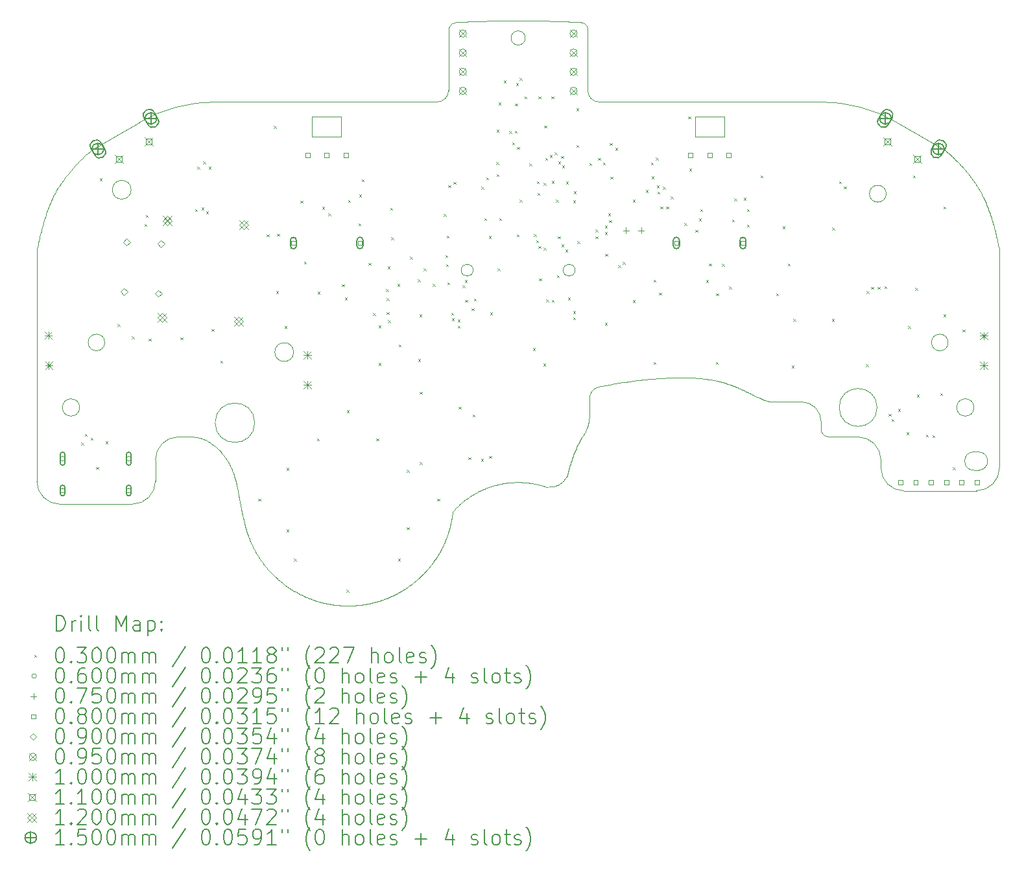
<source format=gbr>
%TF.GenerationSoftware,KiCad,Pcbnew,7.0.6*%
%TF.CreationDate,2023-12-14T14:16:04-08:00*%
%TF.ProjectId,UGC_Main,5547435f-4d61-4696-9e2e-6b696361645f,rev?*%
%TF.SameCoordinates,Original*%
%TF.FileFunction,Drillmap*%
%TF.FilePolarity,Positive*%
%FSLAX45Y45*%
G04 Gerber Fmt 4.5, Leading zero omitted, Abs format (unit mm)*
G04 Created by KiCad (PCBNEW 7.0.6) date 2023-12-14 14:16:04*
%MOMM*%
%LPD*%
G01*
G04 APERTURE LIST*
%ADD10C,0.100000*%
%ADD11C,0.200000*%
%ADD12C,0.030000*%
%ADD13C,0.060000*%
%ADD14C,0.075000*%
%ADD15C,0.080000*%
%ADD16C,0.090000*%
%ADD17C,0.095000*%
%ADD18C,0.110000*%
%ADD19C,0.120000*%
%ADD20C,0.150000*%
G04 APERTURE END LIST*
D10*
X21261248Y-11648440D02*
G75*
G03*
X21261248Y-11648440I-77883J0D01*
G01*
X21098524Y-8405855D02*
X21088302Y-8406441D01*
X21078113Y-8407038D01*
X21067954Y-8407645D01*
X21057826Y-8408262D01*
X21047726Y-8408890D01*
X21037655Y-8409529D01*
X21033635Y-8409788D01*
X22845042Y-13194165D02*
X22836143Y-13200574D01*
X22827754Y-13207601D01*
X22819906Y-13215214D01*
X22812631Y-13223383D01*
X22805959Y-13232075D01*
X22803874Y-13235083D01*
X27832187Y-14531647D02*
G75*
G03*
X28132187Y-14231648I3J299997D01*
G01*
X26584112Y-14231648D02*
G75*
G03*
X26884115Y-14531648I299998J-2D01*
G01*
X22225140Y-14484922D02*
G75*
G03*
X22486870Y-14347809I36661J248382D01*
G01*
X20947567Y-8471615D02*
X20952276Y-8461721D01*
X20958025Y-8452422D01*
X20964759Y-8443801D01*
X20968907Y-8439335D01*
X20998554Y-8418610D02*
X21008069Y-8414842D01*
X21017900Y-8412071D01*
X21027968Y-8410316D01*
X21033635Y-8409788D01*
X21940866Y-8613913D02*
G75*
G03*
X21940866Y-8613913I-92500J0D01*
G01*
X21848366Y-8388913D02*
X21859937Y-8388915D01*
X21871514Y-8388921D01*
X21883097Y-8388932D01*
X21894686Y-8388948D01*
X21906279Y-8388969D01*
X21917876Y-8388995D01*
X21929478Y-8389026D01*
X21941083Y-8389062D01*
X21952691Y-8389105D01*
X21964302Y-8389153D01*
X21975915Y-8389207D01*
X21987530Y-8389267D01*
X21999146Y-8389333D01*
X22010763Y-8389406D01*
X22022381Y-8389485D01*
X22033998Y-8389572D01*
X22045616Y-8389665D01*
X22057232Y-8389766D01*
X22068847Y-8389874D01*
X22080461Y-8389989D01*
X22092072Y-8390112D01*
X22103681Y-8390243D01*
X22115287Y-8390382D01*
X22126890Y-8390530D01*
X22138489Y-8390685D01*
X22150083Y-8390850D01*
X22161673Y-8391023D01*
X22173258Y-8391205D01*
X22184837Y-8391396D01*
X22196410Y-8391596D01*
X22207977Y-8391806D01*
X22219537Y-8392025D01*
X22756652Y-9299719D02*
X22756652Y-8509580D01*
X25794167Y-9449719D02*
X22906652Y-9449719D01*
X22591248Y-11648440D02*
G75*
G03*
X22591248Y-11648440I-77883J0D01*
G01*
X27769833Y-10447238D02*
X27777993Y-10458349D01*
X27785956Y-10469376D01*
X27793727Y-10480317D01*
X27801308Y-10491172D01*
X27808704Y-10501941D01*
X27815917Y-10512623D01*
X27822952Y-10523218D01*
X27829810Y-10533726D01*
X27836496Y-10544146D01*
X27843014Y-10554478D01*
X27849365Y-10564721D01*
X27855555Y-10574875D01*
X27861586Y-10584940D01*
X27867461Y-10594916D01*
X27873184Y-10604801D01*
X27878759Y-10614595D01*
X27884188Y-10624299D01*
X27889475Y-10633911D01*
X27894624Y-10643432D01*
X27899637Y-10652861D01*
X27904519Y-10662197D01*
X27909272Y-10671440D01*
X27913900Y-10680590D01*
X27918406Y-10689647D01*
X27927068Y-10707478D01*
X27935283Y-10724930D01*
X27943078Y-10741999D01*
X27950482Y-10758684D01*
X22803874Y-13235083D02*
X22797990Y-13244540D01*
X22792831Y-13254393D01*
X22788416Y-13264601D01*
X22784765Y-13275123D01*
X18117974Y-14270062D02*
X18111444Y-14255918D01*
X18105412Y-14242943D01*
X18099842Y-14231059D01*
X18094701Y-14220190D01*
X18089953Y-14210258D01*
X18085563Y-14201187D01*
X18079575Y-14189026D01*
X18074196Y-14178369D01*
X18069310Y-14168955D01*
X18063357Y-14157889D01*
X18057791Y-14147957D01*
X18053702Y-14140882D01*
X17757521Y-13862785D02*
X17745468Y-13858450D01*
X17734335Y-13854522D01*
X17723992Y-13850975D01*
X17714310Y-13847781D01*
X17700744Y-13843593D01*
X17687939Y-13840047D01*
X17675461Y-13837051D01*
X17662873Y-13834512D01*
X17649740Y-13832338D01*
X17635626Y-13830439D01*
X17625457Y-13829279D01*
X17614530Y-13828172D01*
X17602715Y-13827092D01*
X18269939Y-14927362D02*
X18272053Y-14937535D01*
X18274275Y-14947829D01*
X18276609Y-14958244D01*
X18279059Y-14968782D01*
X15864545Y-14706648D02*
X16812616Y-14706648D01*
X27798366Y-14023117D02*
G75*
G03*
X27798366Y-14263763I4J-120323D01*
G01*
X22690430Y-13821595D02*
X22695724Y-13812956D01*
X22701072Y-13804352D01*
X22701790Y-13803207D01*
X21874684Y-14420600D02*
X21864110Y-14420403D01*
X21853540Y-14420305D01*
X21848662Y-14420294D01*
X27798366Y-14023117D02*
X27858366Y-14023117D01*
X27411957Y-10073169D02*
X26791686Y-9716238D01*
X20790080Y-9449719D02*
X17902564Y-9449719D01*
X18359247Y-15207265D02*
X18363829Y-15217528D01*
X18368493Y-15227752D01*
X18373240Y-15237937D01*
X18378069Y-15248082D01*
X18382980Y-15258188D01*
X18387973Y-15268253D01*
X18393047Y-15278278D01*
X18398203Y-15288262D01*
X18403440Y-15298204D01*
X18408758Y-15308104D01*
X18412348Y-15314681D01*
X20790080Y-9449720D02*
G75*
G03*
X20940080Y-9299719I0J150000D01*
G01*
X19158366Y-9903440D02*
X19158366Y-9643440D01*
X25164110Y-13370061D02*
X25546418Y-13370061D01*
X21435098Y-14496662D02*
X21422898Y-14501471D01*
X21410760Y-14506420D01*
X21398686Y-14511507D01*
X21386677Y-14516731D01*
X21374733Y-14522091D01*
X21362857Y-14527588D01*
X21351049Y-14533220D01*
X21339310Y-14538987D01*
X21327642Y-14544887D01*
X21316045Y-14550921D01*
X21304521Y-14557088D01*
X21293071Y-14563386D01*
X21281696Y-14569815D01*
X21270397Y-14576375D01*
X21259175Y-14583065D01*
X21248031Y-14589884D01*
X21236967Y-14596831D01*
X21225983Y-14603906D01*
X21215081Y-14611108D01*
X21204262Y-14618436D01*
X21193526Y-14625890D01*
X21182876Y-14633469D01*
X21172312Y-14641172D01*
X21161835Y-14648998D01*
X21151447Y-14656948D01*
X21141148Y-14665020D01*
X21130940Y-14673213D01*
X21120823Y-14681527D01*
X21110800Y-14689961D01*
X21100870Y-14698515D01*
X21091036Y-14707188D01*
X21081298Y-14715978D01*
X27858366Y-14263763D02*
X27798366Y-14263763D01*
X18219411Y-14694504D02*
X18216639Y-14678878D01*
X18214092Y-14664527D01*
X18211756Y-14651365D01*
X18209614Y-14639309D01*
X18207653Y-14628274D01*
X18205856Y-14618173D01*
X18203436Y-14604591D01*
X18201301Y-14592636D01*
X18199399Y-14582021D01*
X18197136Y-14569460D01*
X18195074Y-14558095D01*
X18193586Y-14549947D01*
X26791687Y-9716237D02*
G75*
G03*
X25794167Y-9449719I-997517J-1733483D01*
G01*
X21848662Y-14420294D02*
X21835412Y-14420312D01*
X21822169Y-14420485D01*
X21808936Y-14420813D01*
X21795713Y-14421296D01*
X21782503Y-14421933D01*
X21769305Y-14422725D01*
X21756121Y-14423670D01*
X21742954Y-14424769D01*
X21729803Y-14426022D01*
X21716671Y-14427427D01*
X21703559Y-14428986D01*
X21690468Y-14430697D01*
X21677399Y-14432561D01*
X21664353Y-14434578D01*
X21651333Y-14436746D01*
X21638339Y-14439067D01*
X21625373Y-14441539D01*
X21612436Y-14444162D01*
X21599529Y-14446937D01*
X21586654Y-14449862D01*
X21573811Y-14452939D01*
X21561003Y-14456166D01*
X21548231Y-14459543D01*
X21535495Y-14463070D01*
X21522798Y-14466747D01*
X21510140Y-14470573D01*
X21497523Y-14474549D01*
X21484949Y-14478674D01*
X21472417Y-14482948D01*
X21459931Y-14487371D01*
X21447491Y-14491942D01*
X21435098Y-14496662D01*
X23739972Y-13059629D02*
X23763020Y-13058337D01*
X23786100Y-13057155D01*
X23809207Y-13056088D01*
X23832332Y-13055142D01*
X23855469Y-13054322D01*
X23878611Y-13053633D01*
X23901750Y-13053082D01*
X23924879Y-13052672D01*
X23947992Y-13052411D01*
X23971081Y-13052302D01*
X23994138Y-13052352D01*
X24017158Y-13052566D01*
X24040132Y-13052950D01*
X24063054Y-13053508D01*
X24085916Y-13054247D01*
X24108712Y-13055171D01*
X24131433Y-13056286D01*
X24154074Y-13057598D01*
X24176627Y-13059112D01*
X24199085Y-13060833D01*
X24221440Y-13062766D01*
X24243686Y-13064918D01*
X24265816Y-13067294D01*
X24287821Y-13069898D01*
X24309696Y-13072737D01*
X24331434Y-13075816D01*
X24353026Y-13079140D01*
X24374465Y-13082714D01*
X24395746Y-13086545D01*
X24416860Y-13090637D01*
X24437801Y-13094997D01*
X24458561Y-13099628D01*
X19509600Y-16028754D02*
X19526216Y-16030050D01*
X19542837Y-16031144D01*
X19559462Y-16032037D01*
X19576088Y-16032728D01*
X19592714Y-16033218D01*
X19609337Y-16033508D01*
X19625957Y-16033596D01*
X19642571Y-16033485D01*
X19659177Y-16033173D01*
X19675774Y-16032660D01*
X19692360Y-16031948D01*
X19708933Y-16031037D01*
X19725491Y-16029926D01*
X19742032Y-16028615D01*
X19758556Y-16027106D01*
X19775059Y-16025397D01*
X19791541Y-16023490D01*
X19807998Y-16021384D01*
X19824430Y-16019080D01*
X19840835Y-16016578D01*
X19857211Y-16013878D01*
X19873556Y-16010981D01*
X19889868Y-16007886D01*
X19906146Y-16004593D01*
X19922388Y-16001104D01*
X19938591Y-15997417D01*
X19954755Y-15993534D01*
X19970877Y-15989455D01*
X19986955Y-15985179D01*
X20002989Y-15980707D01*
X20018975Y-15976039D01*
X20034912Y-15971175D01*
X21081298Y-14715978D02*
X21073796Y-14722892D01*
X21066360Y-14729870D01*
X21058990Y-14736912D01*
X21051686Y-14744018D01*
X21044450Y-14751187D01*
X21037281Y-14758418D01*
X21030180Y-14765711D01*
X21023146Y-14773066D01*
X22778204Y-13537548D02*
X22778031Y-13550691D01*
X22777513Y-13563815D01*
X22776651Y-13576913D01*
X22775447Y-13589979D01*
X22773900Y-13603006D01*
X22772012Y-13615987D01*
X22769784Y-13628916D01*
X22767217Y-13641785D01*
X22764312Y-13654589D01*
X22761069Y-13667320D01*
X22758721Y-13675763D01*
X17112616Y-14406648D02*
X17112616Y-14127092D01*
X22219537Y-8392025D02*
X22231398Y-8392261D01*
X22243258Y-8392507D01*
X22255117Y-8392764D01*
X22266976Y-8393031D01*
X22278834Y-8393311D01*
X22290690Y-8393601D01*
X22302546Y-8393903D01*
X22314400Y-8394217D01*
X22326253Y-8394543D01*
X22338104Y-8394882D01*
X22349954Y-8395233D01*
X22361801Y-8395596D01*
X22373647Y-8395973D01*
X22385491Y-8396362D01*
X22397333Y-8396765D01*
X22409173Y-8397182D01*
X22421010Y-8397612D01*
X22432845Y-8398056D01*
X22444677Y-8398514D01*
X22456506Y-8398987D01*
X22468333Y-8399474D01*
X22480157Y-8399976D01*
X22491978Y-8400493D01*
X22503795Y-8401025D01*
X22515609Y-8401573D01*
X22527420Y-8402136D01*
X22539228Y-8402715D01*
X22551031Y-8403310D01*
X22562831Y-8403921D01*
X22574627Y-8404549D01*
X22586419Y-8405193D01*
X22598207Y-8405855D01*
X22898663Y-13171939D02*
X22923786Y-13166937D01*
X22949000Y-13162009D01*
X22974303Y-13157157D01*
X22999694Y-13152382D01*
X23025170Y-13147688D01*
X23050731Y-13143076D01*
X23076375Y-13138549D01*
X23102100Y-13134109D01*
X23127905Y-13129758D01*
X23153788Y-13125499D01*
X23179748Y-13121334D01*
X23205784Y-13117265D01*
X23231893Y-13113295D01*
X23258074Y-13109426D01*
X23284327Y-13105659D01*
X23310648Y-13101999D01*
X23337038Y-13098445D01*
X23363493Y-13095002D01*
X23390013Y-13091671D01*
X23416597Y-13088455D01*
X23443242Y-13085355D01*
X23469947Y-13082375D01*
X23496711Y-13079516D01*
X23523532Y-13076781D01*
X23550408Y-13074172D01*
X23577339Y-13071691D01*
X23604322Y-13069341D01*
X23631356Y-13067123D01*
X23658440Y-13065041D01*
X23685571Y-13063096D01*
X23712749Y-13061291D01*
X23739972Y-13059629D01*
X17902564Y-9449720D02*
G75*
G03*
X16905045Y-9716238I-4J-1999990D01*
G01*
X25803918Y-13727092D02*
G75*
G03*
X25903918Y-13827092I100002J2D01*
G01*
X18407813Y-13642561D02*
G75*
G03*
X18407813Y-13642561I-257500J0D01*
G01*
X17412616Y-13827092D02*
X17602715Y-13827092D01*
X18053702Y-14140882D02*
X18044899Y-14128103D01*
X18036782Y-14116391D01*
X18029303Y-14105676D01*
X18022415Y-14095889D01*
X18016071Y-14086960D01*
X18010224Y-14078819D01*
X18002282Y-14067932D01*
X17995194Y-14058427D01*
X17988799Y-14050068D01*
X17981078Y-14040300D01*
X17973930Y-14031593D01*
X17968719Y-14025425D01*
X22225140Y-14484921D02*
X22214573Y-14481244D01*
X22203973Y-14477673D01*
X22193341Y-14474208D01*
X22182678Y-14470849D01*
X22171985Y-14467597D01*
X22161262Y-14464451D01*
X22150510Y-14461412D01*
X22139730Y-14458479D01*
X22128923Y-14455654D01*
X22118089Y-14452935D01*
X22107230Y-14450324D01*
X22096346Y-14447821D01*
X22085438Y-14445425D01*
X22074507Y-14443138D01*
X22063553Y-14440958D01*
X22052578Y-14438886D01*
X22041582Y-14436923D01*
X22030566Y-14435069D01*
X22019530Y-14433323D01*
X22008477Y-14431686D01*
X21997405Y-14430158D01*
X21986317Y-14428739D01*
X21975213Y-14427430D01*
X21964093Y-14426230D01*
X21952959Y-14425141D01*
X21941812Y-14424161D01*
X21930651Y-14423291D01*
X21919479Y-14422531D01*
X21908295Y-14421882D01*
X21897101Y-14421344D01*
X21885897Y-14420916D01*
X21874684Y-14420600D01*
X22486871Y-14347809D02*
X22490396Y-14330438D01*
X22494109Y-14313106D01*
X22498009Y-14295815D01*
X22502095Y-14278567D01*
X22506368Y-14261365D01*
X22510826Y-14244209D01*
X22515470Y-14227104D01*
X22520298Y-14210050D01*
X22525310Y-14193049D01*
X22530506Y-14176104D01*
X22535886Y-14159217D01*
X22541449Y-14142389D01*
X22547194Y-14125624D01*
X22553121Y-14108922D01*
X22559230Y-14092287D01*
X22565520Y-14075719D01*
X22571990Y-14059222D01*
X22578641Y-14042797D01*
X22585472Y-14026446D01*
X22592482Y-14010172D01*
X22599671Y-13993976D01*
X22607039Y-13977861D01*
X22614584Y-13961828D01*
X22622307Y-13945880D01*
X22630207Y-13930019D01*
X22638284Y-13914247D01*
X22646537Y-13898565D01*
X22654966Y-13882977D01*
X22663570Y-13867483D01*
X22672349Y-13852087D01*
X22681303Y-13836790D01*
X22690430Y-13821595D01*
X17412616Y-13827096D02*
G75*
G03*
X17112616Y-14127092I-6J-299994D01*
G01*
X22598207Y-8405855D02*
X22608429Y-8406441D01*
X22618619Y-8407038D01*
X22628777Y-8407645D01*
X22638906Y-8408262D01*
X22649005Y-8408890D01*
X22659076Y-8409529D01*
X22663097Y-8409788D01*
X15564545Y-11397080D02*
X15564545Y-14406648D01*
X24897780Y-13271849D02*
X24908160Y-13277132D01*
X24918405Y-13282320D01*
X24928516Y-13287407D01*
X24938493Y-13292390D01*
X24948335Y-13297263D01*
X24958044Y-13302022D01*
X24967619Y-13306661D01*
X24977061Y-13311177D01*
X24986369Y-13315564D01*
X24995545Y-13319817D01*
X25013497Y-13327905D01*
X25030919Y-13335403D01*
X25047813Y-13342273D01*
X25064179Y-13348476D01*
X25080020Y-13353975D01*
X25095336Y-13358732D01*
X25110130Y-13362710D01*
X25124403Y-13365869D01*
X25138156Y-13368173D01*
X25151391Y-13369583D01*
X25164110Y-13370061D01*
X15564545Y-11397080D02*
X15570092Y-11369428D01*
X15575662Y-11342160D01*
X15581263Y-11315269D01*
X15586902Y-11288748D01*
X15592586Y-11262589D01*
X15598323Y-11236786D01*
X15604120Y-11211331D01*
X15609984Y-11186216D01*
X15615922Y-11161435D01*
X15621942Y-11136980D01*
X15628051Y-11112845D01*
X15634256Y-11089021D01*
X15640565Y-11065502D01*
X15646985Y-11042280D01*
X15653523Y-11019349D01*
X15660186Y-10996700D01*
X15666982Y-10974327D01*
X15673918Y-10952222D01*
X15681002Y-10930379D01*
X15688240Y-10908790D01*
X15695640Y-10887447D01*
X15703209Y-10866344D01*
X15710955Y-10845473D01*
X15718884Y-10824827D01*
X15727004Y-10804399D01*
X15735323Y-10784181D01*
X15743848Y-10764167D01*
X15752585Y-10744348D01*
X15761542Y-10724719D01*
X15770727Y-10705271D01*
X15780147Y-10685998D01*
X15789809Y-10666892D01*
X20990026Y-14842116D02*
X20991388Y-14832153D01*
X20992751Y-14822189D01*
X20994113Y-14812225D01*
X20995476Y-14802262D01*
X22898663Y-13171939D02*
X22887997Y-13174490D01*
X22877568Y-13177806D01*
X22867417Y-13181870D01*
X22857586Y-13186664D01*
X22848113Y-13192173D01*
X22845042Y-13194165D01*
X16451966Y-12593440D02*
G75*
G03*
X16451966Y-12593440I-108600J0D01*
G01*
X17867504Y-13930354D02*
X17855728Y-13922476D01*
X17844902Y-13915288D01*
X17834963Y-13908746D01*
X17825847Y-13902808D01*
X17813577Y-13894937D01*
X17802803Y-13888180D01*
X17793308Y-13882388D01*
X17782268Y-13875915D01*
X17772614Y-13870551D01*
X17761718Y-13864875D01*
X17757521Y-13862785D01*
X22758721Y-13675763D02*
X22754921Y-13688346D01*
X22750796Y-13700816D01*
X22746347Y-13713165D01*
X22741578Y-13725389D01*
X22736490Y-13737481D01*
X22731087Y-13749435D01*
X22725372Y-13761244D01*
X22719348Y-13772902D01*
X22713016Y-13784403D01*
X22706381Y-13795742D01*
X22701790Y-13803207D01*
X20510027Y-15711577D02*
X20522986Y-15700573D01*
X20535801Y-15689416D01*
X20548471Y-15678108D01*
X20560994Y-15666651D01*
X20573370Y-15655045D01*
X20585597Y-15643293D01*
X20597674Y-15631395D01*
X20609600Y-15619354D01*
X20621373Y-15607171D01*
X20632993Y-15594848D01*
X20644458Y-15582385D01*
X20655767Y-15569785D01*
X20666918Y-15557048D01*
X20677911Y-15544178D01*
X20688745Y-15531174D01*
X20699417Y-15518039D01*
X20709928Y-15504773D01*
X20720275Y-15491379D01*
X20730458Y-15477859D01*
X20740475Y-15464212D01*
X20750325Y-15450442D01*
X20760007Y-15436549D01*
X20769520Y-15422535D01*
X20778862Y-15408402D01*
X20788032Y-15394151D01*
X20797030Y-15379784D01*
X20805853Y-15365301D01*
X20814502Y-15350705D01*
X20822973Y-15335997D01*
X20831267Y-15321179D01*
X20839382Y-15306252D01*
X20847317Y-15291217D01*
X27411957Y-10073169D02*
X27424224Y-10083546D01*
X27436451Y-10094017D01*
X27448636Y-10104578D01*
X27460775Y-10115231D01*
X27472866Y-10125973D01*
X27484905Y-10136804D01*
X27496889Y-10147724D01*
X27508815Y-10158732D01*
X27520681Y-10169827D01*
X27532482Y-10181008D01*
X27544217Y-10192274D01*
X27555882Y-10203625D01*
X27567474Y-10215059D01*
X27578990Y-10226577D01*
X27590427Y-10238177D01*
X27601782Y-10249859D01*
X27613052Y-10261621D01*
X27624233Y-10273464D01*
X27635324Y-10285386D01*
X27646321Y-10297386D01*
X27657220Y-10309464D01*
X27668019Y-10321619D01*
X27678715Y-10333851D01*
X27689305Y-10346158D01*
X27699785Y-10358539D01*
X27710153Y-10370995D01*
X27720406Y-10383523D01*
X27730540Y-10396124D01*
X27740553Y-10408797D01*
X27750442Y-10421541D01*
X27760203Y-10434355D01*
X27769833Y-10447238D01*
X19020879Y-15894144D02*
X19035277Y-15901058D01*
X19049747Y-15907802D01*
X19064286Y-15914375D01*
X19078895Y-15920777D01*
X19093570Y-15927008D01*
X19108311Y-15933066D01*
X19123115Y-15938952D01*
X19137982Y-15944665D01*
X19152910Y-15950205D01*
X19167898Y-15955571D01*
X19182943Y-15960762D01*
X19198045Y-15965779D01*
X19213202Y-15970621D01*
X19228412Y-15975287D01*
X19243674Y-15979777D01*
X19258986Y-15984091D01*
X19274347Y-15988228D01*
X19289755Y-15992187D01*
X19305210Y-15995969D01*
X19320708Y-15999572D01*
X19336250Y-16002997D01*
X19351833Y-16006243D01*
X19367455Y-16009309D01*
X19383116Y-16012196D01*
X19398814Y-16014902D01*
X19414547Y-16017427D01*
X19430313Y-16019770D01*
X19446112Y-16021932D01*
X19461942Y-16023912D01*
X19477800Y-16025710D01*
X19493687Y-16027324D01*
X19509600Y-16028754D01*
X16795206Y-10597780D02*
G75*
G03*
X16795206Y-10597780I-122500J0D01*
G01*
X18248300Y-14839945D02*
X18245057Y-14824242D01*
X18242089Y-14809818D01*
X18239379Y-14796589D01*
X18236908Y-14784469D01*
X18234659Y-14773373D01*
X18232613Y-14763215D01*
X18229888Y-14749552D01*
X18227519Y-14737521D01*
X18225448Y-14726835D01*
X18223042Y-14714180D01*
X18220913Y-14702722D01*
X18219411Y-14694504D01*
X24458561Y-13099628D02*
X24474564Y-13103430D01*
X24490430Y-13107411D01*
X24506157Y-13111565D01*
X24521744Y-13115882D01*
X24537191Y-13120357D01*
X24552496Y-13124979D01*
X24567659Y-13129743D01*
X24582678Y-13134640D01*
X24597553Y-13139662D01*
X24612283Y-13144802D01*
X24626867Y-13150051D01*
X24641304Y-13155403D01*
X24655593Y-13160848D01*
X24669733Y-13166380D01*
X24683724Y-13171991D01*
X24697564Y-13177672D01*
X24711252Y-13183417D01*
X24724788Y-13189216D01*
X24738171Y-13195063D01*
X24751399Y-13200950D01*
X24764472Y-13206869D01*
X24777390Y-13212811D01*
X24790150Y-13218770D01*
X24802752Y-13224738D01*
X24815196Y-13230706D01*
X24827480Y-13236667D01*
X24839604Y-13242613D01*
X24851565Y-13248537D01*
X24863365Y-13254430D01*
X24875001Y-13260285D01*
X24886473Y-13266094D01*
X24897780Y-13271849D01*
X18279059Y-14968782D02*
X18282765Y-14984053D01*
X18286648Y-14999282D01*
X18290707Y-15014467D01*
X18294941Y-15029607D01*
X18299349Y-15044700D01*
X18303932Y-15059746D01*
X18308689Y-15074742D01*
X18313620Y-15089687D01*
X18318723Y-15104581D01*
X18323998Y-15119421D01*
X18329446Y-15134207D01*
X18335065Y-15148936D01*
X18340855Y-15163608D01*
X18346816Y-15178221D01*
X18352947Y-15192774D01*
X18359247Y-15207265D01*
X24158366Y-9903440D02*
X24158366Y-9643440D01*
X20859124Y-15267973D02*
X20865185Y-15255600D01*
X20871120Y-15243172D01*
X20876929Y-15230690D01*
X20882611Y-15218155D01*
X20888166Y-15205567D01*
X20893593Y-15192928D01*
X20898893Y-15180238D01*
X20904065Y-15167500D01*
X20909108Y-15154712D01*
X20914023Y-15141878D01*
X20918809Y-15128996D01*
X20923466Y-15116070D01*
X20927993Y-15103099D01*
X20932390Y-15090084D01*
X20936658Y-15077027D01*
X20940794Y-15063928D01*
X20944800Y-15050788D01*
X20948676Y-15037610D01*
X20952419Y-15024392D01*
X20956031Y-15011137D01*
X20959511Y-14997845D01*
X20962859Y-14984517D01*
X20966075Y-14971155D01*
X20969157Y-14957759D01*
X20972106Y-14944330D01*
X20974922Y-14930870D01*
X20977604Y-14917378D01*
X20980152Y-14903857D01*
X20982565Y-14890307D01*
X20984844Y-14876730D01*
X20986988Y-14863125D01*
X20988997Y-14849494D01*
X25803918Y-13627561D02*
X25803918Y-13727092D01*
X27799073Y-13442726D02*
G75*
G03*
X27799073Y-13442726I-112500J0D01*
G01*
X26584115Y-14127092D02*
X26584115Y-14231648D01*
X25903918Y-13827092D02*
X26284115Y-13827092D01*
X26884115Y-14531648D02*
X27832187Y-14531648D01*
X18412348Y-15314681D02*
X18417908Y-15324684D01*
X18423551Y-15334643D01*
X18429277Y-15344556D01*
X18435085Y-15354424D01*
X18440975Y-15364246D01*
X18446947Y-15374021D01*
X18453000Y-15383749D01*
X18459135Y-15393429D01*
X18465352Y-15403062D01*
X18471649Y-15412646D01*
X18478028Y-15422180D01*
X18484486Y-15431666D01*
X18491026Y-15441101D01*
X18497645Y-15450485D01*
X18504345Y-15459818D01*
X18511124Y-15469100D01*
X18517983Y-15478330D01*
X18524921Y-15487507D01*
X18531938Y-15496630D01*
X18539034Y-15505701D01*
X18546209Y-15514717D01*
X18553462Y-15523678D01*
X18560794Y-15532585D01*
X18568203Y-15541435D01*
X18575691Y-15550230D01*
X18583256Y-15558968D01*
X18590898Y-15567649D01*
X18598618Y-15576272D01*
X18606415Y-15584837D01*
X18614288Y-15593344D01*
X18622238Y-15601791D01*
X18630264Y-15610179D01*
X16122659Y-13442726D02*
G75*
G03*
X16122659Y-13442726I-112500J0D01*
G01*
X18162574Y-14407659D02*
X18158089Y-14392692D01*
X18153943Y-14378953D01*
X18150111Y-14366362D01*
X18146569Y-14354836D01*
X18143294Y-14344296D01*
X18140261Y-14334658D01*
X18136114Y-14321717D01*
X18132377Y-14310351D01*
X18128969Y-14300285D01*
X18124796Y-14288411D01*
X18120871Y-14277710D01*
X18117974Y-14270062D01*
X18916526Y-12719100D02*
G75*
G03*
X18916526Y-12719100I-122500J0D01*
G01*
X20940080Y-8509580D02*
X20940080Y-9299719D01*
X21023146Y-14773066D02*
X21016229Y-14780365D01*
X21009311Y-14787664D01*
X21002393Y-14794963D01*
X20995476Y-14802262D01*
X27950482Y-10758684D02*
X27957443Y-10774807D01*
X27964276Y-10791069D01*
X27970984Y-10807479D01*
X27977574Y-10824048D01*
X27984048Y-10840788D01*
X27990412Y-10857709D01*
X27996670Y-10874823D01*
X28002828Y-10892139D01*
X28008888Y-10909670D01*
X28014857Y-10927425D01*
X28020739Y-10945416D01*
X28026537Y-10963655D01*
X28032258Y-10982151D01*
X28037904Y-11000915D01*
X28043482Y-11019960D01*
X28048995Y-11039294D01*
X28054449Y-11058931D01*
X28059847Y-11078879D01*
X28065195Y-11099151D01*
X28070496Y-11119757D01*
X28075756Y-11140709D01*
X28080979Y-11162016D01*
X28086170Y-11183691D01*
X28091332Y-11205743D01*
X28096472Y-11228185D01*
X28101593Y-11251026D01*
X28106700Y-11274277D01*
X28111798Y-11297951D01*
X28116891Y-11322057D01*
X28121984Y-11346607D01*
X28127081Y-11371611D01*
X28132187Y-11397080D01*
X24538366Y-9643440D02*
X24538366Y-9903440D01*
X28132187Y-14231648D02*
X28132187Y-11397080D01*
X22756651Y-9299719D02*
G75*
G03*
X22906652Y-9449719I149999J-1D01*
G01*
X25803918Y-13627561D02*
G75*
G03*
X25546418Y-13370061I-257499J2D01*
G01*
X20940080Y-8509580D02*
X20940680Y-8498639D01*
X20942468Y-8487854D01*
X20945426Y-8477321D01*
X20947567Y-8471615D01*
X15789809Y-10666892D02*
X15795602Y-10655742D01*
X15801848Y-10643968D01*
X15808564Y-10631585D01*
X15815768Y-10618608D01*
X15823477Y-10605051D01*
X15831707Y-10590928D01*
X15840476Y-10576255D01*
X15849800Y-10561046D01*
X15859698Y-10545315D01*
X15870185Y-10529077D01*
X15881280Y-10512347D01*
X15892999Y-10495139D01*
X15905359Y-10477469D01*
X15918377Y-10459350D01*
X15932071Y-10440797D01*
X15946457Y-10421824D01*
X15961553Y-10402447D01*
X15977376Y-10382680D01*
X15993943Y-10362538D01*
X16011270Y-10342035D01*
X16029376Y-10321185D01*
X16048276Y-10300004D01*
X16067989Y-10278506D01*
X16088532Y-10256706D01*
X16109920Y-10234618D01*
X16132172Y-10212256D01*
X16155305Y-10189636D01*
X16179335Y-10166772D01*
X16204280Y-10143679D01*
X16230157Y-10120371D01*
X16256983Y-10096862D01*
X16284775Y-10073169D01*
X16905045Y-9716238D02*
X16284775Y-10073169D01*
X19538366Y-9643440D02*
X19538366Y-9903440D01*
X22750109Y-8474004D02*
X22753256Y-8483742D01*
X22755388Y-8493731D01*
X22756490Y-8503891D01*
X22756652Y-8509580D01*
X16812616Y-14706646D02*
G75*
G03*
X17112616Y-14406648I4J299996D01*
G01*
X19538366Y-9903440D02*
X19158366Y-9903440D01*
X18269939Y-14927362D02*
X18267068Y-14916432D01*
X18264245Y-14905503D01*
X18261469Y-14894575D01*
X18258740Y-14883647D01*
X18256059Y-14872721D01*
X18253426Y-14861795D01*
X18250839Y-14850870D01*
X18248300Y-14839945D01*
X22778204Y-13537548D02*
X22778204Y-13319001D01*
X24158366Y-9643440D02*
X24538366Y-9643440D01*
X22731338Y-8443082D02*
X22737743Y-8451064D01*
X22743289Y-8459641D01*
X22747934Y-8468744D01*
X22750109Y-8474004D01*
X24538366Y-9903440D02*
X24158366Y-9903440D01*
X22700500Y-8419706D02*
X22710070Y-8425043D01*
X22718979Y-8431380D01*
X22727148Y-8438656D01*
X22731338Y-8443082D01*
X15564542Y-14406648D02*
G75*
G03*
X15864545Y-14706648I300008J8D01*
G01*
X20988997Y-14849494D02*
X20990026Y-14842116D01*
X21848366Y-8388913D02*
X21836794Y-8388915D01*
X21825217Y-8388921D01*
X21813634Y-8388932D01*
X21802046Y-8388948D01*
X21790453Y-8388969D01*
X21778855Y-8388995D01*
X21767254Y-8389026D01*
X21755649Y-8389062D01*
X21744040Y-8389105D01*
X21732430Y-8389153D01*
X21720817Y-8389207D01*
X21709202Y-8389267D01*
X21697586Y-8389333D01*
X21685968Y-8389406D01*
X21674351Y-8389485D01*
X21662733Y-8389572D01*
X21651116Y-8389665D01*
X21639499Y-8389766D01*
X21627884Y-8389874D01*
X21616270Y-8389989D01*
X21604659Y-8390112D01*
X21593050Y-8390243D01*
X21581444Y-8390382D01*
X21569841Y-8390530D01*
X21558243Y-8390685D01*
X21546648Y-8390850D01*
X21535058Y-8391023D01*
X21523473Y-8391205D01*
X21511894Y-8391396D01*
X21500321Y-8391596D01*
X21488754Y-8391806D01*
X21477195Y-8392025D01*
X26534073Y-13442726D02*
G75*
G03*
X26534073Y-13442726I-247500J0D01*
G01*
X26653366Y-10649440D02*
G75*
G03*
X26653366Y-10649440I-110000J0D01*
G01*
X18193586Y-14549947D02*
X18190421Y-14534531D01*
X18187499Y-14520375D01*
X18184804Y-14507397D01*
X18182318Y-14495511D01*
X18180024Y-14484634D01*
X18177906Y-14474684D01*
X18175019Y-14461310D01*
X18172429Y-14449547D01*
X18170078Y-14439114D01*
X18167217Y-14426781D01*
X18164541Y-14415638D01*
X18162574Y-14407659D01*
X18630264Y-15610179D02*
X18640879Y-15621060D01*
X18651607Y-15631820D01*
X18662448Y-15642458D01*
X18673400Y-15652974D01*
X18684462Y-15663366D01*
X18695633Y-15673633D01*
X18706913Y-15683775D01*
X18718299Y-15693791D01*
X18729792Y-15703680D01*
X18741389Y-15713441D01*
X18753091Y-15723074D01*
X18764895Y-15732577D01*
X18776800Y-15741949D01*
X18788807Y-15751191D01*
X18800912Y-15760300D01*
X18813116Y-15769277D01*
X18825418Y-15778120D01*
X18837815Y-15786828D01*
X18850308Y-15795401D01*
X18862895Y-15803838D01*
X18875574Y-15812137D01*
X18888346Y-15820299D01*
X18901209Y-15828322D01*
X18914161Y-15836205D01*
X18927202Y-15843948D01*
X18940330Y-15851549D01*
X18953545Y-15859009D01*
X18966845Y-15866325D01*
X18980230Y-15873498D01*
X18993698Y-15880526D01*
X19007248Y-15887408D01*
X19020879Y-15894144D01*
X21477195Y-8392025D02*
X21465334Y-8392261D01*
X21453474Y-8392507D01*
X21441614Y-8392764D01*
X21429755Y-8393031D01*
X21417898Y-8393311D01*
X21406041Y-8393601D01*
X21394186Y-8393903D01*
X21382331Y-8394217D01*
X21370479Y-8394543D01*
X21358627Y-8394882D01*
X21346778Y-8395233D01*
X21334930Y-8395596D01*
X21323084Y-8395973D01*
X21311240Y-8396362D01*
X21299398Y-8396765D01*
X21287559Y-8397182D01*
X21275721Y-8397612D01*
X21263887Y-8398056D01*
X21252054Y-8398514D01*
X21240225Y-8398987D01*
X21228398Y-8399474D01*
X21216574Y-8399976D01*
X21204754Y-8400493D01*
X21192936Y-8401025D01*
X21181122Y-8401573D01*
X21169311Y-8402136D01*
X21157504Y-8402715D01*
X21145700Y-8403310D01*
X21133900Y-8403921D01*
X21122104Y-8404549D01*
X21110312Y-8405193D01*
X21098524Y-8405855D01*
X20034912Y-15971175D02*
X20051188Y-15965989D01*
X20067388Y-15960606D01*
X20083512Y-15955024D01*
X20099557Y-15949247D01*
X20115522Y-15943274D01*
X20131405Y-15937106D01*
X20147204Y-15930745D01*
X20162919Y-15924192D01*
X20178546Y-15917446D01*
X20194085Y-15910510D01*
X20209533Y-15903385D01*
X20224889Y-15896070D01*
X20240151Y-15888567D01*
X20255318Y-15880878D01*
X20270387Y-15873002D01*
X20285358Y-15864942D01*
X20300227Y-15856697D01*
X20314995Y-15848269D01*
X20329658Y-15839659D01*
X20344215Y-15830868D01*
X20358665Y-15821897D01*
X20373006Y-15812746D01*
X20387235Y-15803416D01*
X20401352Y-15793909D01*
X20415355Y-15784226D01*
X20429242Y-15774367D01*
X20443010Y-15764333D01*
X20456660Y-15754125D01*
X20470187Y-15743745D01*
X20483593Y-15733193D01*
X20496873Y-15722470D01*
X20510027Y-15711577D01*
X17968719Y-14025425D02*
X17958040Y-14014711D01*
X17948209Y-14004907D01*
X17939170Y-13995955D01*
X17930864Y-13987795D01*
X17923234Y-13980369D01*
X17912931Y-13970479D01*
X17903826Y-13961910D01*
X17895726Y-13954464D01*
X17886153Y-13945942D01*
X17877562Y-13938597D01*
X17869493Y-13931958D01*
X17867504Y-13930354D01*
X19158366Y-9643440D02*
X19538366Y-9643440D01*
X20847317Y-15291217D02*
X20852167Y-15281799D01*
X20856944Y-15272347D01*
X20859124Y-15267973D01*
X20968907Y-8439335D02*
X20976459Y-8432428D01*
X20984661Y-8426341D01*
X20993446Y-8421120D01*
X20998554Y-8418610D01*
X22663097Y-8409788D02*
X22673976Y-8411092D01*
X22684624Y-8413572D01*
X22694944Y-8417202D01*
X22700500Y-8419706D01*
X27858366Y-14263763D02*
G75*
G03*
X27858366Y-14023117I4J120323D01*
G01*
X26584118Y-14127092D02*
G75*
G03*
X26284115Y-13827092I-299998J2D01*
G01*
X27461966Y-12593440D02*
G75*
G03*
X27461966Y-12593440I-108600J0D01*
G01*
X22784765Y-13275123D02*
X22781904Y-13285887D01*
X22779853Y-13296818D01*
X22778617Y-13307872D01*
X22778204Y-13319001D01*
D11*
D12*
X16142200Y-13901920D02*
X16172200Y-13931920D01*
X16172200Y-13901920D02*
X16142200Y-13931920D01*
X16190200Y-13787360D02*
X16220200Y-13817360D01*
X16220200Y-13787360D02*
X16190200Y-13817360D01*
X16266400Y-13838160D02*
X16296400Y-13868160D01*
X16296400Y-13838160D02*
X16266400Y-13868160D01*
X16337520Y-14219160D02*
X16367520Y-14249160D01*
X16367520Y-14219160D02*
X16337520Y-14249160D01*
X16384510Y-10448530D02*
X16414510Y-10478530D01*
X16414510Y-10448530D02*
X16384510Y-10478530D01*
X16459440Y-13883880D02*
X16489440Y-13913880D01*
X16489440Y-13883880D02*
X16459440Y-13913880D01*
X16619460Y-12354800D02*
X16649460Y-12384800D01*
X16649460Y-12354800D02*
X16619460Y-12384800D01*
X16804880Y-12512280D02*
X16834880Y-12542280D01*
X16834880Y-12512280D02*
X16804880Y-12542280D01*
X16969980Y-11043361D02*
X16999980Y-11073361D01*
X16999980Y-11043361D02*
X16969980Y-11073361D01*
X16985220Y-10927320D02*
X17015220Y-10957320D01*
X17015220Y-10927320D02*
X16985220Y-10957320D01*
X17023320Y-12542760D02*
X17053320Y-12572760D01*
X17053320Y-12542760D02*
X17023320Y-12572760D01*
X17439880Y-12524980D02*
X17469880Y-12554980D01*
X17469880Y-12524980D02*
X17439880Y-12554980D01*
X17630380Y-10848580D02*
X17660380Y-10878580D01*
X17660380Y-10848580D02*
X17630380Y-10878580D01*
X17660860Y-10297400D02*
X17690860Y-10327400D01*
X17690860Y-10297400D02*
X17660860Y-10327400D01*
X17714200Y-10828260D02*
X17744200Y-10858260D01*
X17744200Y-10828260D02*
X17714200Y-10858260D01*
X17734520Y-10228820D02*
X17764520Y-10258820D01*
X17764520Y-10228820D02*
X17734520Y-10258820D01*
X17772620Y-10879060D02*
X17802620Y-10909060D01*
X17802620Y-10879060D02*
X17772620Y-10909060D01*
X17808180Y-10297400D02*
X17838180Y-10327400D01*
X17838180Y-10297400D02*
X17808180Y-10327400D01*
X17843740Y-12418300D02*
X17873740Y-12448300D01*
X17873740Y-12418300D02*
X17843740Y-12448300D01*
X17960580Y-12829780D02*
X17990580Y-12859780D01*
X17990580Y-12829780D02*
X17960580Y-12859780D01*
X18453340Y-14635720D02*
X18483340Y-14665720D01*
X18483340Y-14635720D02*
X18453340Y-14665720D01*
X18565100Y-11178780D02*
X18595100Y-11208780D01*
X18595100Y-11178780D02*
X18565100Y-11208780D01*
X18659080Y-9761460D02*
X18689080Y-9791460D01*
X18689080Y-9761460D02*
X18659080Y-9791460D01*
X18689560Y-11923000D02*
X18719560Y-11953000D01*
X18719560Y-11923000D02*
X18689560Y-11953000D01*
X18702260Y-11171160D02*
X18732260Y-11201160D01*
X18732260Y-11171160D02*
X18702260Y-11201160D01*
X18796240Y-12377660D02*
X18826240Y-12407660D01*
X18826240Y-12377660D02*
X18796240Y-12407660D01*
X18824180Y-14231860D02*
X18854180Y-14261860D01*
X18854180Y-14231860D02*
X18824180Y-14261860D01*
X18824180Y-15037040D02*
X18854180Y-15067040D01*
X18854180Y-15037040D02*
X18824180Y-15067040D01*
X18922100Y-15419440D02*
X18952100Y-15449440D01*
X18952100Y-15419440D02*
X18922100Y-15449440D01*
X19004520Y-10739360D02*
X19034520Y-10769360D01*
X19034520Y-10739360D02*
X19004520Y-10769360D01*
X19052780Y-11534380D02*
X19082780Y-11564380D01*
X19082780Y-11534380D02*
X19052780Y-11564380D01*
X19220420Y-13848320D02*
X19250420Y-13878320D01*
X19250420Y-13848320D02*
X19220420Y-13878320D01*
X19228040Y-11928080D02*
X19258040Y-11958080D01*
X19258040Y-11928080D02*
X19228040Y-11958080D01*
X19289000Y-10820640D02*
X19319000Y-10850640D01*
X19319000Y-10820640D02*
X19289000Y-10850640D01*
X19367740Y-10907000D02*
X19397740Y-10937000D01*
X19397740Y-10907000D02*
X19367740Y-10937000D01*
X19548080Y-11831560D02*
X19578080Y-11861560D01*
X19578080Y-11831560D02*
X19548080Y-11861560D01*
X19586180Y-12004280D02*
X19616180Y-12034280D01*
X19616180Y-12004280D02*
X19586180Y-12034280D01*
X19606500Y-15824440D02*
X19636500Y-15854440D01*
X19636500Y-15824440D02*
X19606500Y-15854440D01*
X19609040Y-13480020D02*
X19639040Y-13510020D01*
X19639040Y-13480020D02*
X19609040Y-13510020D01*
X19626820Y-10731740D02*
X19656820Y-10761740D01*
X19656820Y-10731740D02*
X19626820Y-10761740D01*
X19761440Y-11036540D02*
X19791440Y-11066540D01*
X19791440Y-11036540D02*
X19761440Y-11066540D01*
X19771600Y-10658080D02*
X19801600Y-10688080D01*
X19801600Y-10658080D02*
X19771600Y-10688080D01*
X19804620Y-10462500D02*
X19834620Y-10492500D01*
X19834620Y-10462500D02*
X19804620Y-10492500D01*
X19894790Y-11553430D02*
X19924790Y-11583430D01*
X19924790Y-11553430D02*
X19894790Y-11583430D01*
X19951940Y-12210020D02*
X19981940Y-12240020D01*
X19981940Y-12210020D02*
X19951940Y-12240020D01*
X19995120Y-13848320D02*
X20025120Y-13878320D01*
X20025120Y-13848320D02*
X19995120Y-13878320D01*
X20025600Y-12370040D02*
X20055600Y-12400040D01*
X20055600Y-12370040D02*
X20025600Y-12400040D01*
X20025600Y-12862800D02*
X20055600Y-12892800D01*
X20055600Y-12862800D02*
X20025600Y-12892800D01*
X20121600Y-11895580D02*
X20151600Y-11925580D01*
X20151600Y-11895580D02*
X20121600Y-11925580D01*
X20132280Y-12014440D02*
X20162280Y-12044440D01*
X20162280Y-12014440D02*
X20132280Y-12044440D01*
X20132280Y-12197320D02*
X20162280Y-12227320D01*
X20162280Y-12197320D02*
X20132280Y-12227320D01*
X20144980Y-11597880D02*
X20174980Y-11627880D01*
X20174980Y-11597880D02*
X20144980Y-11627880D01*
X20150060Y-12304000D02*
X20180060Y-12334000D01*
X20180060Y-12304000D02*
X20150060Y-12334000D01*
X20178000Y-10833340D02*
X20208000Y-10863340D01*
X20208000Y-10833340D02*
X20178000Y-10863340D01*
X20190700Y-11216880D02*
X20220700Y-11246880D01*
X20220700Y-11216880D02*
X20190700Y-11246880D01*
X20269440Y-11826480D02*
X20299440Y-11856480D01*
X20299440Y-11826480D02*
X20269440Y-11856480D01*
X20278200Y-15419440D02*
X20308200Y-15449440D01*
X20308200Y-15419440D02*
X20278200Y-15449440D01*
X20289760Y-12618960D02*
X20319760Y-12648960D01*
X20319760Y-12618960D02*
X20289760Y-12648960D01*
X20393366Y-15009100D02*
X20423366Y-15039100D01*
X20423366Y-15009100D02*
X20393366Y-15039100D01*
X20393900Y-14259800D02*
X20423900Y-14289800D01*
X20423900Y-14259800D02*
X20393900Y-14289800D01*
X20437080Y-11470880D02*
X20467080Y-11500880D01*
X20467080Y-11470880D02*
X20437080Y-11500880D01*
X20536140Y-11770600D02*
X20566140Y-11800600D01*
X20566140Y-11770600D02*
X20536140Y-11800600D01*
X20541220Y-12809460D02*
X20571220Y-12839460D01*
X20571220Y-12809460D02*
X20541220Y-12839460D01*
X20560638Y-12224753D02*
X20590638Y-12254753D01*
X20590638Y-12224753D02*
X20560638Y-12254753D01*
X20564080Y-13236180D02*
X20594080Y-13266180D01*
X20594080Y-13236180D02*
X20564080Y-13266180D01*
X20564080Y-14158200D02*
X20594080Y-14188200D01*
X20594080Y-14158200D02*
X20564080Y-14188200D01*
X20613040Y-11623280D02*
X20643040Y-11653280D01*
X20643040Y-11623280D02*
X20613040Y-11653280D01*
X20734260Y-11826480D02*
X20764260Y-11856480D01*
X20764260Y-11826480D02*
X20734260Y-11856480D01*
X20792680Y-14633180D02*
X20822680Y-14663180D01*
X20822680Y-14633180D02*
X20792680Y-14663180D01*
X20876500Y-10914620D02*
X20906500Y-10944620D01*
X20906500Y-10914620D02*
X20876500Y-10944620D01*
X20896820Y-11450560D02*
X20926820Y-11480560D01*
X20926820Y-11450560D02*
X20896820Y-11480560D01*
X20904440Y-11569940D02*
X20934440Y-11599940D01*
X20934440Y-11569940D02*
X20904440Y-11599940D01*
X20914600Y-11199100D02*
X20944600Y-11229100D01*
X20944600Y-11199100D02*
X20914600Y-11229100D01*
X20922220Y-11806160D02*
X20952220Y-11836160D01*
X20952220Y-11806160D02*
X20922220Y-11836160D01*
X20934920Y-10536160D02*
X20964920Y-10566160D01*
X20964920Y-10536160D02*
X20934920Y-10566160D01*
X20973020Y-12206450D02*
X21003020Y-12236450D01*
X21003020Y-12206450D02*
X20973020Y-12236450D01*
X20980640Y-12278600D02*
X21010640Y-12308600D01*
X21010640Y-12278600D02*
X20980640Y-12308600D01*
X21003500Y-10495520D02*
X21033500Y-10525520D01*
X21033500Y-10495520D02*
X21003500Y-10525520D01*
X21056840Y-12375120D02*
X21086840Y-12405120D01*
X21086840Y-12375120D02*
X21056840Y-12405120D01*
X21059380Y-12293840D02*
X21089380Y-12323840D01*
X21089380Y-12293840D02*
X21059380Y-12323840D01*
X21072080Y-13431760D02*
X21102080Y-13461760D01*
X21102080Y-13431760D02*
X21072080Y-13461760D01*
X21122880Y-11844260D02*
X21152880Y-11874260D01*
X21152880Y-11844260D02*
X21122880Y-11874260D01*
X21153360Y-11778220D02*
X21183360Y-11808220D01*
X21183360Y-11778220D02*
X21153360Y-11808220D01*
X21155900Y-12034760D02*
X21185900Y-12064760D01*
X21185900Y-12034760D02*
X21155900Y-12064760D01*
X21199080Y-14094700D02*
X21229080Y-14124700D01*
X21229080Y-14094700D02*
X21199080Y-14124700D01*
X21239720Y-12146520D02*
X21269720Y-12176520D01*
X21269720Y-12146520D02*
X21239720Y-12176520D01*
X21252420Y-13533360D02*
X21282420Y-13563360D01*
X21282420Y-13533360D02*
X21252420Y-13563360D01*
X21270200Y-12016980D02*
X21300200Y-12046980D01*
X21300200Y-12016980D02*
X21270200Y-12046980D01*
X21364180Y-14115020D02*
X21394180Y-14145020D01*
X21394180Y-14115020D02*
X21364180Y-14145020D01*
X21369260Y-10559020D02*
X21399260Y-10589020D01*
X21399260Y-10559020D02*
X21369260Y-10589020D01*
X21407360Y-10967960D02*
X21437360Y-10997960D01*
X21437360Y-10967960D02*
X21407360Y-10997960D01*
X21431714Y-10434144D02*
X21461714Y-10464144D01*
X21461714Y-10434144D02*
X21431714Y-10464144D01*
X21465780Y-11201640D02*
X21495780Y-11231640D01*
X21495780Y-11201640D02*
X21465780Y-11231640D01*
X21468320Y-14076920D02*
X21498320Y-14106920D01*
X21498320Y-14076920D02*
X21468320Y-14106920D01*
X21483560Y-12200970D02*
X21513560Y-12230970D01*
X21513560Y-12200970D02*
X21483560Y-12230970D01*
X21563314Y-10236429D02*
X21593314Y-10266429D01*
X21593314Y-10236429D02*
X21563314Y-10266429D01*
X21564840Y-9814800D02*
X21594840Y-9844800D01*
X21594840Y-9814800D02*
X21564840Y-9844800D01*
X21566462Y-10392586D02*
X21596462Y-10422586D01*
X21596462Y-10392586D02*
X21566462Y-10422586D01*
X21577540Y-11625820D02*
X21607540Y-11655820D01*
X21607540Y-11625820D02*
X21577540Y-11655820D01*
X21590240Y-9459200D02*
X21620240Y-9489200D01*
X21620240Y-9459200D02*
X21590240Y-9489200D01*
X21600400Y-10970500D02*
X21630400Y-11000500D01*
X21630400Y-10970500D02*
X21600400Y-11000500D01*
X21661360Y-9169640D02*
X21691360Y-9199640D01*
X21691360Y-9169640D02*
X21661360Y-9199640D01*
X21732480Y-9830040D02*
X21762480Y-9860040D01*
X21762480Y-9830040D02*
X21732480Y-9860040D01*
X21768040Y-9977360D02*
X21798040Y-10007360D01*
X21798040Y-9977360D02*
X21768040Y-10007360D01*
X21803600Y-9824960D02*
X21833600Y-9854960D01*
X21833600Y-9824960D02*
X21803600Y-9854960D01*
X21806140Y-9469360D02*
X21836140Y-9499360D01*
X21836140Y-9469360D02*
X21806140Y-9499360D01*
X21818840Y-9205200D02*
X21848840Y-9235200D01*
X21848840Y-9205200D02*
X21818840Y-9235200D01*
X21828999Y-11181320D02*
X21858999Y-11211320D01*
X21858999Y-11181320D02*
X21828999Y-11211320D01*
X21831540Y-10038320D02*
X21861540Y-10068320D01*
X21861540Y-10038320D02*
X21831540Y-10068320D01*
X21867100Y-9134080D02*
X21897100Y-9164080D01*
X21897100Y-9134080D02*
X21867100Y-9164080D01*
X21867100Y-10726660D02*
X21897100Y-10756660D01*
X21897100Y-10726660D02*
X21867100Y-10756660D01*
X21930600Y-9377920D02*
X21960600Y-9407920D01*
X21960600Y-9377920D02*
X21930600Y-9407920D01*
X21994100Y-10251680D02*
X22024100Y-10281680D01*
X22024100Y-10251680D02*
X21994100Y-10281680D01*
X22042360Y-12664680D02*
X22072360Y-12694680D01*
X22072360Y-12664680D02*
X22042360Y-12694680D01*
X22052520Y-11176240D02*
X22082520Y-11206240D01*
X22082520Y-11176240D02*
X22052520Y-11206240D01*
X22083000Y-11257520D02*
X22113000Y-11287520D01*
X22113000Y-11257520D02*
X22083000Y-11287520D01*
X22093160Y-10487900D02*
X22123160Y-10517900D01*
X22123160Y-10487900D02*
X22093160Y-10517900D01*
X22098240Y-10640300D02*
X22128240Y-10670300D01*
X22128240Y-10640300D02*
X22098240Y-10670300D01*
X22110940Y-11331180D02*
X22140940Y-11361180D01*
X22140940Y-11331180D02*
X22110940Y-11361180D01*
X22113480Y-9377920D02*
X22143480Y-9407920D01*
X22143480Y-9377920D02*
X22113480Y-9407920D01*
X22121100Y-11757900D02*
X22151100Y-11787900D01*
X22151100Y-11757900D02*
X22121100Y-11787900D01*
X22176980Y-12867880D02*
X22206980Y-12897880D01*
X22206980Y-12867880D02*
X22176980Y-12897880D01*
X22179520Y-10508220D02*
X22209520Y-10538220D01*
X22209520Y-10508220D02*
X22179520Y-10538220D01*
X22179520Y-11354040D02*
X22209520Y-11384040D01*
X22209520Y-11354040D02*
X22179520Y-11384040D01*
X22187140Y-9756380D02*
X22217140Y-9786380D01*
X22217140Y-9756380D02*
X22187140Y-9786380D01*
X22199840Y-10180560D02*
X22229840Y-10210560D01*
X22229840Y-10180560D02*
X22199840Y-10210560D01*
X22212540Y-12032220D02*
X22242540Y-12062220D01*
X22242540Y-12032220D02*
X22212540Y-12062220D01*
X22260800Y-10145000D02*
X22290800Y-10175000D01*
X22290800Y-10145000D02*
X22260800Y-10175000D01*
X22281120Y-9377920D02*
X22311120Y-9407920D01*
X22311120Y-9377920D02*
X22281120Y-9407920D01*
X22286200Y-10482820D02*
X22316200Y-10512820D01*
X22316200Y-10482820D02*
X22286200Y-10512820D01*
X22286200Y-12034760D02*
X22316200Y-12064760D01*
X22316200Y-12034760D02*
X22286200Y-12064760D01*
X22324973Y-10111478D02*
X22354973Y-10141478D01*
X22354973Y-10111478D02*
X22324973Y-10141478D01*
X22339540Y-10726660D02*
X22369540Y-10756660D01*
X22369540Y-10726660D02*
X22339540Y-10756660D01*
X22354780Y-11714720D02*
X22384780Y-11744720D01*
X22384780Y-11714720D02*
X22354780Y-11744720D01*
X22367480Y-11204180D02*
X22397480Y-11234180D01*
X22397480Y-11204180D02*
X22367480Y-11234180D01*
X22372560Y-10226280D02*
X22402560Y-10256280D01*
X22402560Y-10226280D02*
X22372560Y-10256280D01*
X22408120Y-10157700D02*
X22438120Y-10187700D01*
X22438120Y-10157700D02*
X22408120Y-10187700D01*
X22413200Y-11310860D02*
X22443200Y-11340860D01*
X22443200Y-11310860D02*
X22413200Y-11340860D01*
X22420820Y-10279620D02*
X22450820Y-10309620D01*
X22450820Y-10279620D02*
X22420820Y-10309620D01*
X22464000Y-11379440D02*
X22494000Y-11409440D01*
X22494000Y-11379440D02*
X22464000Y-11409440D01*
X22471620Y-10490440D02*
X22501620Y-10520440D01*
X22501620Y-10490440D02*
X22471620Y-10520440D01*
X22497020Y-12006820D02*
X22527020Y-12036820D01*
X22527020Y-12006820D02*
X22497020Y-12036820D01*
X22565600Y-10734280D02*
X22595600Y-10764280D01*
X22595600Y-10734280D02*
X22565600Y-10764280D01*
X22565600Y-12264040D02*
X22595600Y-12294040D01*
X22595600Y-12264040D02*
X22565600Y-12294040D01*
X22565762Y-12182080D02*
X22595762Y-12212080D01*
X22595762Y-12182080D02*
X22565762Y-12212080D01*
X22573220Y-10617440D02*
X22603220Y-10647440D01*
X22603220Y-10617440D02*
X22573220Y-10647440D01*
X22606240Y-9535400D02*
X22636240Y-9565400D01*
X22636240Y-9535400D02*
X22606240Y-9565400D01*
X22606240Y-10012920D02*
X22636240Y-10042920D01*
X22636240Y-10012920D02*
X22606240Y-10042920D01*
X22621480Y-11270220D02*
X22651480Y-11300220D01*
X22651480Y-11270220D02*
X22621480Y-11300220D01*
X22776420Y-10249140D02*
X22806420Y-10279140D01*
X22806420Y-10249140D02*
X22776420Y-10279140D01*
X22856354Y-11207427D02*
X22886354Y-11237427D01*
X22886354Y-11207427D02*
X22856354Y-11237427D01*
X22859674Y-11116856D02*
X22889674Y-11146856D01*
X22889674Y-11116856D02*
X22859674Y-11146856D01*
X22890720Y-10180560D02*
X22920720Y-10210560D01*
X22920720Y-10180560D02*
X22890720Y-10210560D01*
X22954220Y-10241520D02*
X22984220Y-10271520D01*
X22984220Y-10241520D02*
X22954220Y-10271520D01*
X22979620Y-12337020D02*
X23009620Y-12367020D01*
X23009620Y-12337020D02*
X22979620Y-12367020D01*
X22980592Y-11064695D02*
X23010592Y-11094695D01*
X23010592Y-11064695D02*
X22980592Y-11094695D01*
X22981541Y-11150998D02*
X23011541Y-11180998D01*
X23011541Y-11150998D02*
X22981541Y-11180998D01*
X22985409Y-11432982D02*
X23015409Y-11462982D01*
X23015409Y-11432982D02*
X22985409Y-11462982D01*
X23024218Y-10904418D02*
X23054218Y-10934418D01*
X23054218Y-10904418D02*
X23024218Y-10934418D01*
X23034176Y-10994989D02*
X23064176Y-11024989D01*
X23064176Y-10994989D02*
X23034176Y-11024989D01*
X23043120Y-9987520D02*
X23073120Y-10017520D01*
X23073120Y-9987520D02*
X23043120Y-10017520D01*
X23050740Y-10426940D02*
X23080740Y-10456940D01*
X23080740Y-10426940D02*
X23050740Y-10456940D01*
X23114240Y-10051020D02*
X23144240Y-10081020D01*
X23144240Y-10051020D02*
X23114240Y-10081020D01*
X23155115Y-11583245D02*
X23185115Y-11613245D01*
X23185115Y-11583245D02*
X23155115Y-11613245D01*
X23213464Y-11541267D02*
X23243464Y-11571267D01*
X23243464Y-11541267D02*
X23213464Y-11571267D01*
X23342840Y-12039840D02*
X23372840Y-12069840D01*
X23372840Y-12039840D02*
X23342840Y-12069840D01*
X23345380Y-10726660D02*
X23375380Y-10756660D01*
X23375380Y-10726660D02*
X23345380Y-10756660D01*
X23513020Y-10602200D02*
X23543020Y-10632200D01*
X23543020Y-10602200D02*
X23513020Y-10632200D01*
X23581600Y-10241520D02*
X23611600Y-10271520D01*
X23611600Y-10241520D02*
X23581600Y-10271520D01*
X23589220Y-10424400D02*
X23619220Y-10454400D01*
X23619220Y-10424400D02*
X23589220Y-10454400D01*
X23617160Y-11773140D02*
X23647160Y-11803140D01*
X23647160Y-11773140D02*
X23617160Y-11803140D01*
X23617160Y-12850100D02*
X23647160Y-12880100D01*
X23647160Y-12850100D02*
X23617160Y-12880100D01*
X23645100Y-10175480D02*
X23675100Y-10205480D01*
X23675100Y-10175480D02*
X23645100Y-10205480D01*
X23657800Y-10541240D02*
X23687800Y-10571240D01*
X23687800Y-10541240D02*
X23657800Y-10571240D01*
X23667960Y-10622520D02*
X23697960Y-10652520D01*
X23697960Y-10622520D02*
X23667960Y-10652520D01*
X23685740Y-11940780D02*
X23715740Y-11970780D01*
X23715740Y-11940780D02*
X23685740Y-11970780D01*
X23706060Y-10818100D02*
X23736060Y-10848100D01*
X23736060Y-10818100D02*
X23706060Y-10848100D01*
X23736540Y-10556480D02*
X23766540Y-10586480D01*
X23766540Y-10556480D02*
X23736540Y-10586480D01*
X23779720Y-10815560D02*
X23809720Y-10845560D01*
X23809720Y-10815560D02*
X23779720Y-10845560D01*
X23838140Y-10686020D02*
X23868140Y-10716020D01*
X23868140Y-10686020D02*
X23838140Y-10716020D01*
X24018480Y-11034000D02*
X24048480Y-11064000D01*
X24048480Y-11034000D02*
X24018480Y-11064000D01*
X24066740Y-9639540D02*
X24096740Y-9669540D01*
X24096740Y-9639540D02*
X24066740Y-9669540D01*
X24079440Y-10322800D02*
X24109440Y-10352800D01*
X24109440Y-10322800D02*
X24079440Y-10352800D01*
X24160720Y-11122900D02*
X24190720Y-11152900D01*
X24190720Y-11122900D02*
X24160720Y-11152900D01*
X24208980Y-10973040D02*
X24238980Y-11003040D01*
X24238980Y-10973040D02*
X24208980Y-11003040D01*
X24224220Y-10848580D02*
X24254220Y-10878580D01*
X24254220Y-10848580D02*
X24224220Y-10878580D01*
X24300420Y-11778220D02*
X24330420Y-11808220D01*
X24330420Y-11778220D02*
X24300420Y-11808220D01*
X24341060Y-11562320D02*
X24371060Y-11592320D01*
X24371060Y-11562320D02*
X24341060Y-11592320D01*
X24429960Y-12847560D02*
X24459960Y-12877560D01*
X24459960Y-12847560D02*
X24429960Y-12877560D01*
X24432500Y-11950940D02*
X24462500Y-11980940D01*
X24462500Y-11950940D02*
X24432500Y-11980940D01*
X24508700Y-11567400D02*
X24538700Y-11597400D01*
X24538700Y-11567400D02*
X24508700Y-11597400D01*
X24600140Y-11862040D02*
X24630140Y-11892040D01*
X24630140Y-11862040D02*
X24600140Y-11892040D01*
X24640780Y-10985740D02*
X24670780Y-11015740D01*
X24670780Y-10985740D02*
X24640780Y-11015740D01*
X24671260Y-10711420D02*
X24701260Y-10741420D01*
X24701260Y-10711420D02*
X24671260Y-10741420D01*
X24790640Y-10703800D02*
X24820640Y-10733800D01*
X24820640Y-10703800D02*
X24790640Y-10733800D01*
X24836360Y-10848580D02*
X24866360Y-10878580D01*
X24866360Y-10848580D02*
X24836360Y-10878580D01*
X24836360Y-11054320D02*
X24866360Y-11084320D01*
X24866360Y-11054320D02*
X24836360Y-11084320D01*
X25011620Y-10409160D02*
X25041620Y-10439160D01*
X25041620Y-10409160D02*
X25011620Y-10439160D01*
X25217360Y-11950940D02*
X25247360Y-11980940D01*
X25247360Y-11950940D02*
X25217360Y-11980940D01*
X25298640Y-11074640D02*
X25328640Y-11104640D01*
X25328640Y-11074640D02*
X25298640Y-11104640D01*
X25367220Y-11559780D02*
X25397220Y-11589780D01*
X25397220Y-11559780D02*
X25367220Y-11589780D01*
X25418020Y-12895820D02*
X25448020Y-12925820D01*
X25448020Y-12895820D02*
X25418020Y-12925820D01*
X25440880Y-12286220D02*
X25470880Y-12316220D01*
X25470880Y-12286220D02*
X25440880Y-12316220D01*
X25943800Y-12283680D02*
X25973800Y-12313680D01*
X25973800Y-12283680D02*
X25943800Y-12313680D01*
X25948880Y-11092420D02*
X25978880Y-11122420D01*
X25978880Y-11092420D02*
X25948880Y-11122420D01*
X26037780Y-10487900D02*
X26067780Y-10517900D01*
X26067780Y-10487900D02*
X26037780Y-10517900D01*
X26098740Y-10553940D02*
X26128740Y-10583940D01*
X26128740Y-10553940D02*
X26098740Y-10583940D01*
X26388300Y-12878040D02*
X26418300Y-12908040D01*
X26418300Y-12878040D02*
X26388300Y-12908040D01*
X26395920Y-11920460D02*
X26425920Y-11950460D01*
X26425920Y-11920460D02*
X26395920Y-11950460D01*
X26454340Y-11867120D02*
X26484340Y-11897120D01*
X26484340Y-11867120D02*
X26454340Y-11897120D01*
X26540700Y-11864580D02*
X26570700Y-11894580D01*
X26570700Y-11864580D02*
X26540700Y-11894580D01*
X26629600Y-11859500D02*
X26659600Y-11889500D01*
X26659600Y-11859500D02*
X26629600Y-11889500D01*
X26682940Y-13525740D02*
X26712940Y-13555740D01*
X26712940Y-13525740D02*
X26682940Y-13555740D01*
X26721040Y-13591780D02*
X26751040Y-13621780D01*
X26751040Y-13591780D02*
X26721040Y-13621780D01*
X26807400Y-13462240D02*
X26837400Y-13492240D01*
X26837400Y-13462240D02*
X26807400Y-13492240D01*
X26916620Y-13767040D02*
X26946620Y-13797040D01*
X26946620Y-13767040D02*
X26916620Y-13797040D01*
X26936940Y-12380200D02*
X26966940Y-12410200D01*
X26966940Y-12380200D02*
X26936940Y-12410200D01*
X27002980Y-10409160D02*
X27032980Y-10439160D01*
X27032980Y-10409160D02*
X27002980Y-10439160D01*
X27033460Y-11877280D02*
X27063460Y-11907280D01*
X27063460Y-11877280D02*
X27033460Y-11907280D01*
X27053780Y-13274280D02*
X27083780Y-13304280D01*
X27083780Y-13274280D02*
X27053780Y-13304280D01*
X27173160Y-13794980D02*
X27203160Y-13824980D01*
X27203160Y-13794980D02*
X27173160Y-13824980D01*
X27254440Y-13805140D02*
X27284440Y-13835140D01*
X27284440Y-13805140D02*
X27254440Y-13835140D01*
X27358580Y-13253960D02*
X27388580Y-13283960D01*
X27388580Y-13253960D02*
X27358580Y-13283960D01*
X27399220Y-10818100D02*
X27429220Y-10848100D01*
X27429220Y-10818100D02*
X27399220Y-10848100D01*
X27399220Y-12227800D02*
X27429220Y-12257800D01*
X27429220Y-12227800D02*
X27399220Y-12257800D01*
X27521140Y-14224240D02*
X27551140Y-14254240D01*
X27551140Y-14224240D02*
X27521140Y-14254240D01*
X27650680Y-12423380D02*
X27680680Y-12453380D01*
X27680680Y-12423380D02*
X27650680Y-12453380D01*
D13*
X15930200Y-14110800D02*
G75*
G03*
X15930200Y-14110800I-30000J0D01*
G01*
D11*
X15930200Y-14165800D02*
X15930200Y-14055800D01*
X15930200Y-14055800D02*
G75*
G03*
X15870200Y-14055800I-30000J0D01*
G01*
X15870200Y-14055800D02*
X15870200Y-14165800D01*
X15870200Y-14165800D02*
G75*
G03*
X15930200Y-14165800I30000J0D01*
G01*
D13*
X15930200Y-14528800D02*
G75*
G03*
X15930200Y-14528800I-30000J0D01*
G01*
D11*
X15930200Y-14568800D02*
X15930200Y-14488800D01*
X15930200Y-14488800D02*
G75*
G03*
X15870200Y-14488800I-30000J0D01*
G01*
X15870200Y-14488800D02*
X15870200Y-14568800D01*
X15870200Y-14568800D02*
G75*
G03*
X15930200Y-14568800I30000J0D01*
G01*
D13*
X16794200Y-14110800D02*
G75*
G03*
X16794200Y-14110800I-30000J0D01*
G01*
D11*
X16794200Y-14165800D02*
X16794200Y-14055800D01*
X16794200Y-14055800D02*
G75*
G03*
X16734200Y-14055800I-30000J0D01*
G01*
X16734200Y-14055800D02*
X16734200Y-14165800D01*
X16734200Y-14165800D02*
G75*
G03*
X16794200Y-14165800I30000J0D01*
G01*
D13*
X16794200Y-14528800D02*
G75*
G03*
X16794200Y-14528800I-30000J0D01*
G01*
D11*
X16794200Y-14568800D02*
X16794200Y-14488800D01*
X16794200Y-14488800D02*
G75*
G03*
X16734200Y-14488800I-30000J0D01*
G01*
X16734200Y-14488800D02*
X16734200Y-14568800D01*
X16734200Y-14568800D02*
G75*
G03*
X16794200Y-14568800I30000J0D01*
G01*
D14*
X23254760Y-11091047D02*
X23254760Y-11166047D01*
X23217260Y-11128547D02*
X23292260Y-11128547D01*
X23454760Y-11091047D02*
X23454760Y-11166047D01*
X23417260Y-11128547D02*
X23492260Y-11128547D01*
D15*
X18941650Y-11321724D02*
X18941650Y-11265155D01*
X18885081Y-11265155D01*
X18885081Y-11321724D01*
X18941650Y-11321724D01*
D11*
X18873366Y-11258440D02*
X18873366Y-11328440D01*
X18873366Y-11328440D02*
G75*
G03*
X18953366Y-11328440I40000J0D01*
G01*
X18953366Y-11328440D02*
X18953366Y-11258440D01*
X18953366Y-11258440D02*
G75*
G03*
X18873366Y-11258440I-40000J0D01*
G01*
D15*
X19126650Y-10171725D02*
X19126650Y-10115156D01*
X19070081Y-10115156D01*
X19070081Y-10171725D01*
X19126650Y-10171725D01*
X19376650Y-10171725D02*
X19376650Y-10115156D01*
X19320081Y-10115156D01*
X19320081Y-10171725D01*
X19376650Y-10171725D01*
X19626650Y-10171725D02*
X19626650Y-10115156D01*
X19570081Y-10115156D01*
X19570081Y-10171725D01*
X19626650Y-10171725D01*
X19811650Y-11321724D02*
X19811650Y-11265155D01*
X19755081Y-11265155D01*
X19755081Y-11321724D01*
X19811650Y-11321724D01*
D11*
X19743366Y-11258440D02*
X19743366Y-11328440D01*
X19743366Y-11328440D02*
G75*
G03*
X19823366Y-11328440I40000J0D01*
G01*
X19823366Y-11328440D02*
X19823366Y-11258440D01*
X19823366Y-11258440D02*
G75*
G03*
X19743366Y-11258440I-40000J0D01*
G01*
D15*
X23941650Y-11321724D02*
X23941650Y-11265155D01*
X23885081Y-11265155D01*
X23885081Y-11321724D01*
X23941650Y-11321724D01*
D11*
X23873366Y-11258440D02*
X23873366Y-11328440D01*
X23873366Y-11328440D02*
G75*
G03*
X23953366Y-11328440I40000J0D01*
G01*
X23953366Y-11328440D02*
X23953366Y-11258440D01*
X23953366Y-11258440D02*
G75*
G03*
X23873366Y-11258440I-40000J0D01*
G01*
D15*
X24126650Y-10171725D02*
X24126650Y-10115156D01*
X24070081Y-10115156D01*
X24070081Y-10171725D01*
X24126650Y-10171725D01*
X24376650Y-10171725D02*
X24376650Y-10115156D01*
X24320081Y-10115156D01*
X24320081Y-10171725D01*
X24376650Y-10171725D01*
X24626650Y-10171725D02*
X24626650Y-10115156D01*
X24570081Y-10115156D01*
X24570081Y-10171725D01*
X24626650Y-10171725D01*
X24811650Y-11321724D02*
X24811650Y-11265155D01*
X24755081Y-11265155D01*
X24755081Y-11321724D01*
X24811650Y-11321724D01*
D11*
X24743366Y-11258440D02*
X24743366Y-11328440D01*
X24743366Y-11328440D02*
G75*
G03*
X24823366Y-11328440I40000J0D01*
G01*
X24823366Y-11328440D02*
X24823366Y-11258440D01*
X24823366Y-11258440D02*
G75*
G03*
X24743366Y-11258440I-40000J0D01*
G01*
D15*
X26866304Y-14447864D02*
X26866304Y-14391295D01*
X26809735Y-14391295D01*
X26809735Y-14447864D01*
X26866304Y-14447864D01*
X27066304Y-14447864D02*
X27066304Y-14391295D01*
X27009735Y-14391295D01*
X27009735Y-14447864D01*
X27066304Y-14447864D01*
X27266304Y-14447864D02*
X27266304Y-14391295D01*
X27209735Y-14391295D01*
X27209735Y-14447864D01*
X27266304Y-14447864D01*
X27466304Y-14447864D02*
X27466304Y-14391295D01*
X27409735Y-14391295D01*
X27409735Y-14447864D01*
X27466304Y-14447864D01*
X27666304Y-14447864D02*
X27666304Y-14391295D01*
X27609735Y-14391295D01*
X27609735Y-14447864D01*
X27666304Y-14447864D01*
X27866304Y-14447864D02*
X27866304Y-14391295D01*
X27809735Y-14391295D01*
X27809735Y-14447864D01*
X27866304Y-14447864D01*
D16*
X16702748Y-11974874D02*
X16747748Y-11929874D01*
X16702748Y-11884874D01*
X16657748Y-11929874D01*
X16702748Y-11974874D01*
X16736766Y-11325764D02*
X16781766Y-11280764D01*
X16736766Y-11235764D01*
X16691766Y-11280764D01*
X16736766Y-11325764D01*
X17152131Y-11998425D02*
X17197131Y-11953425D01*
X17152131Y-11908425D01*
X17107131Y-11953425D01*
X17152131Y-11998425D01*
X17186150Y-11349316D02*
X17231150Y-11304316D01*
X17186150Y-11259316D01*
X17141150Y-11304316D01*
X17186150Y-11349316D01*
D17*
X21078366Y-8507940D02*
X21173366Y-8602940D01*
X21173366Y-8507940D02*
X21078366Y-8602940D01*
X21173366Y-8555440D02*
G75*
G03*
X21173366Y-8555440I-47500J0D01*
G01*
X21078366Y-8757940D02*
X21173366Y-8852940D01*
X21173366Y-8757940D02*
X21078366Y-8852940D01*
X21173366Y-8805440D02*
G75*
G03*
X21173366Y-8805440I-47500J0D01*
G01*
X21078366Y-9007940D02*
X21173366Y-9102940D01*
X21173366Y-9007940D02*
X21078366Y-9102940D01*
X21173366Y-9055440D02*
G75*
G03*
X21173366Y-9055440I-47500J0D01*
G01*
X21078366Y-9257940D02*
X21173366Y-9352940D01*
X21173366Y-9257940D02*
X21078366Y-9352940D01*
X21173366Y-9305440D02*
G75*
G03*
X21173366Y-9305440I-47500J0D01*
G01*
X22523366Y-8507940D02*
X22618366Y-8602940D01*
X22618366Y-8507940D02*
X22523366Y-8602940D01*
X22618366Y-8555440D02*
G75*
G03*
X22618366Y-8555440I-47500J0D01*
G01*
X22523366Y-8757940D02*
X22618366Y-8852940D01*
X22618366Y-8757940D02*
X22523366Y-8852940D01*
X22618366Y-8805440D02*
G75*
G03*
X22618366Y-8805440I-47500J0D01*
G01*
X22523366Y-9007940D02*
X22618366Y-9102940D01*
X22618366Y-9007940D02*
X22523366Y-9102940D01*
X22618366Y-9055440D02*
G75*
G03*
X22618366Y-9055440I-47500J0D01*
G01*
X22523366Y-9257940D02*
X22618366Y-9352940D01*
X22618366Y-9257940D02*
X22523366Y-9352940D01*
X22618366Y-9305440D02*
G75*
G03*
X22618366Y-9305440I-47500J0D01*
G01*
D10*
X15664980Y-12449340D02*
X15764980Y-12549340D01*
X15764980Y-12449340D02*
X15664980Y-12549340D01*
X15714980Y-12449340D02*
X15714980Y-12549340D01*
X15664980Y-12499340D02*
X15764980Y-12499340D01*
X15672600Y-12843040D02*
X15772600Y-12943040D01*
X15772600Y-12843040D02*
X15672600Y-12943040D01*
X15722600Y-12843040D02*
X15722600Y-12943040D01*
X15672600Y-12893040D02*
X15772600Y-12893040D01*
X19047890Y-12706460D02*
X19147890Y-12806460D01*
X19147890Y-12706460D02*
X19047890Y-12806460D01*
X19097890Y-12706460D02*
X19097890Y-12806460D01*
X19047890Y-12756460D02*
X19147890Y-12756460D01*
X19047890Y-13096460D02*
X19147890Y-13196460D01*
X19147890Y-13096460D02*
X19047890Y-13196460D01*
X19097890Y-13096460D02*
X19097890Y-13196460D01*
X19047890Y-13146460D02*
X19147890Y-13146460D01*
X27875960Y-12846040D02*
X27975960Y-12946040D01*
X27975960Y-12846040D02*
X27875960Y-12946040D01*
X27925960Y-12846040D02*
X27925960Y-12946040D01*
X27875960Y-12896040D02*
X27975960Y-12896040D01*
X27877300Y-12456960D02*
X27977300Y-12556960D01*
X27977300Y-12456960D02*
X27877300Y-12556960D01*
X27927300Y-12456960D02*
X27927300Y-12556960D01*
X27877300Y-12506960D02*
X27977300Y-12506960D01*
D18*
X16583366Y-10138440D02*
X16693366Y-10248440D01*
X16693366Y-10138440D02*
X16583366Y-10248440D01*
X16677257Y-10232331D02*
X16677257Y-10154549D01*
X16599474Y-10154549D01*
X16599474Y-10232331D01*
X16677257Y-10232331D01*
X16973077Y-9913440D02*
X17083077Y-10023440D01*
X17083077Y-9913440D02*
X16973077Y-10023440D01*
X17066968Y-10007331D02*
X17066968Y-9929549D01*
X16989186Y-9929549D01*
X16989186Y-10007331D01*
X17066968Y-10007331D01*
X26613654Y-9913440D02*
X26723654Y-10023440D01*
X26723654Y-9913440D02*
X26613654Y-10023440D01*
X26707545Y-10007331D02*
X26707545Y-9929549D01*
X26629763Y-9929549D01*
X26629763Y-10007331D01*
X26707545Y-10007331D01*
X27003366Y-10138440D02*
X27113366Y-10248440D01*
X27113366Y-10138440D02*
X27003366Y-10248440D01*
X27097257Y-10232331D02*
X27097257Y-10154549D01*
X27019474Y-10154549D01*
X27019474Y-10232331D01*
X27097257Y-10232331D01*
D19*
X17140949Y-12203905D02*
X17260949Y-12323905D01*
X17260949Y-12203905D02*
X17140949Y-12323905D01*
X17200949Y-12323905D02*
X17260949Y-12263905D01*
X17200949Y-12203905D01*
X17140949Y-12263905D01*
X17200949Y-12323905D01*
X17207154Y-10940639D02*
X17327154Y-11060639D01*
X17327154Y-10940639D02*
X17207154Y-11060639D01*
X17267154Y-11060639D02*
X17327154Y-11000639D01*
X17267154Y-10940639D01*
X17207154Y-11000639D01*
X17267154Y-11060639D01*
X18139579Y-12256241D02*
X18259579Y-12376241D01*
X18259579Y-12256241D02*
X18139579Y-12376241D01*
X18199579Y-12376241D02*
X18259579Y-12316241D01*
X18199579Y-12256241D01*
X18139579Y-12316241D01*
X18199579Y-12376241D01*
X18205784Y-10992975D02*
X18325784Y-11112975D01*
X18325784Y-10992975D02*
X18205784Y-11112975D01*
X18265784Y-11112975D02*
X18325784Y-11052975D01*
X18265784Y-10992975D01*
X18205784Y-11052975D01*
X18265784Y-11112975D01*
D20*
X16361811Y-9989434D02*
X16361811Y-10139434D01*
X16286811Y-10064434D02*
X16436811Y-10064434D01*
X16436811Y-10064434D02*
G75*
G03*
X16436811Y-10064434I-75000J0D01*
G01*
D11*
X16271859Y-10058632D02*
X16321859Y-10145235D01*
X16321859Y-10145235D02*
G75*
G03*
X16451763Y-10070235I64952J37500D01*
G01*
X16451763Y-10070235D02*
X16401763Y-9983632D01*
X16401763Y-9983632D02*
G75*
G03*
X16271859Y-10058632I-64952J-37500D01*
G01*
D20*
X17054632Y-9589434D02*
X17054632Y-9739434D01*
X16979632Y-9664434D02*
X17129632Y-9664434D01*
X17129632Y-9664434D02*
G75*
G03*
X17129632Y-9664434I-75000J0D01*
G01*
D11*
X16964680Y-9658632D02*
X17014680Y-9745235D01*
X17014680Y-9745235D02*
G75*
G03*
X17144584Y-9670235I64952J37500D01*
G01*
X17144584Y-9670235D02*
X17094584Y-9583632D01*
X17094584Y-9583632D02*
G75*
G03*
X16964680Y-9658632I-64952J-37500D01*
G01*
D20*
X26642100Y-9589434D02*
X26642100Y-9739434D01*
X26567100Y-9664434D02*
X26717100Y-9664434D01*
X26717100Y-9664434D02*
G75*
G03*
X26717100Y-9664434I-75000J0D01*
G01*
D11*
X26602148Y-9583632D02*
X26552148Y-9670235D01*
X26552148Y-9670235D02*
G75*
G03*
X26682052Y-9745235I64952J-37500D01*
G01*
X26682052Y-9745235D02*
X26732052Y-9658632D01*
X26732052Y-9658632D02*
G75*
G03*
X26602148Y-9583632I-64952J37500D01*
G01*
D20*
X27334920Y-9989434D02*
X27334920Y-10139434D01*
X27259920Y-10064434D02*
X27409920Y-10064434D01*
X27409920Y-10064434D02*
G75*
G03*
X27409920Y-10064434I-75000J0D01*
G01*
D11*
X27294968Y-9983632D02*
X27244968Y-10070235D01*
X27244968Y-10070235D02*
G75*
G03*
X27374872Y-10145235I64952J-37500D01*
G01*
X27374872Y-10145235D02*
X27424872Y-10058632D01*
X27424872Y-10058632D02*
G75*
G03*
X27294968Y-9983632I-64952J37500D01*
G01*
X15820321Y-16360136D02*
X15820321Y-16160136D01*
X15820321Y-16160136D02*
X15867940Y-16160136D01*
X15867940Y-16160136D02*
X15896512Y-16169660D01*
X15896512Y-16169660D02*
X15915560Y-16188707D01*
X15915560Y-16188707D02*
X15925083Y-16207755D01*
X15925083Y-16207755D02*
X15934607Y-16245850D01*
X15934607Y-16245850D02*
X15934607Y-16274421D01*
X15934607Y-16274421D02*
X15925083Y-16312517D01*
X15925083Y-16312517D02*
X15915560Y-16331564D01*
X15915560Y-16331564D02*
X15896512Y-16350612D01*
X15896512Y-16350612D02*
X15867940Y-16360136D01*
X15867940Y-16360136D02*
X15820321Y-16360136D01*
X16020321Y-16360136D02*
X16020321Y-16226802D01*
X16020321Y-16264898D02*
X16029845Y-16245850D01*
X16029845Y-16245850D02*
X16039369Y-16236326D01*
X16039369Y-16236326D02*
X16058417Y-16226802D01*
X16058417Y-16226802D02*
X16077464Y-16226802D01*
X16144131Y-16360136D02*
X16144131Y-16226802D01*
X16144131Y-16160136D02*
X16134607Y-16169660D01*
X16134607Y-16169660D02*
X16144131Y-16179183D01*
X16144131Y-16179183D02*
X16153655Y-16169660D01*
X16153655Y-16169660D02*
X16144131Y-16160136D01*
X16144131Y-16160136D02*
X16144131Y-16179183D01*
X16267940Y-16360136D02*
X16248893Y-16350612D01*
X16248893Y-16350612D02*
X16239369Y-16331564D01*
X16239369Y-16331564D02*
X16239369Y-16160136D01*
X16372702Y-16360136D02*
X16353655Y-16350612D01*
X16353655Y-16350612D02*
X16344131Y-16331564D01*
X16344131Y-16331564D02*
X16344131Y-16160136D01*
X16601274Y-16360136D02*
X16601274Y-16160136D01*
X16601274Y-16160136D02*
X16667941Y-16302993D01*
X16667941Y-16302993D02*
X16734607Y-16160136D01*
X16734607Y-16160136D02*
X16734607Y-16360136D01*
X16915560Y-16360136D02*
X16915560Y-16255374D01*
X16915560Y-16255374D02*
X16906036Y-16236326D01*
X16906036Y-16236326D02*
X16886988Y-16226802D01*
X16886988Y-16226802D02*
X16848893Y-16226802D01*
X16848893Y-16226802D02*
X16829845Y-16236326D01*
X16915560Y-16350612D02*
X16896512Y-16360136D01*
X16896512Y-16360136D02*
X16848893Y-16360136D01*
X16848893Y-16360136D02*
X16829845Y-16350612D01*
X16829845Y-16350612D02*
X16820322Y-16331564D01*
X16820322Y-16331564D02*
X16820322Y-16312517D01*
X16820322Y-16312517D02*
X16829845Y-16293469D01*
X16829845Y-16293469D02*
X16848893Y-16283945D01*
X16848893Y-16283945D02*
X16896512Y-16283945D01*
X16896512Y-16283945D02*
X16915560Y-16274421D01*
X17010798Y-16226802D02*
X17010798Y-16426802D01*
X17010798Y-16236326D02*
X17029845Y-16226802D01*
X17029845Y-16226802D02*
X17067941Y-16226802D01*
X17067941Y-16226802D02*
X17086988Y-16236326D01*
X17086988Y-16236326D02*
X17096512Y-16245850D01*
X17096512Y-16245850D02*
X17106036Y-16264898D01*
X17106036Y-16264898D02*
X17106036Y-16322040D01*
X17106036Y-16322040D02*
X17096512Y-16341088D01*
X17096512Y-16341088D02*
X17086988Y-16350612D01*
X17086988Y-16350612D02*
X17067941Y-16360136D01*
X17067941Y-16360136D02*
X17029845Y-16360136D01*
X17029845Y-16360136D02*
X17010798Y-16350612D01*
X17191750Y-16341088D02*
X17201274Y-16350612D01*
X17201274Y-16350612D02*
X17191750Y-16360136D01*
X17191750Y-16360136D02*
X17182226Y-16350612D01*
X17182226Y-16350612D02*
X17191750Y-16341088D01*
X17191750Y-16341088D02*
X17191750Y-16360136D01*
X17191750Y-16236326D02*
X17201274Y-16245850D01*
X17201274Y-16245850D02*
X17191750Y-16255374D01*
X17191750Y-16255374D02*
X17182226Y-16245850D01*
X17182226Y-16245850D02*
X17191750Y-16236326D01*
X17191750Y-16236326D02*
X17191750Y-16255374D01*
D12*
X15529545Y-16673652D02*
X15559545Y-16703652D01*
X15559545Y-16673652D02*
X15529545Y-16703652D01*
D11*
X15858417Y-16580136D02*
X15877464Y-16580136D01*
X15877464Y-16580136D02*
X15896512Y-16589660D01*
X15896512Y-16589660D02*
X15906036Y-16599183D01*
X15906036Y-16599183D02*
X15915560Y-16618231D01*
X15915560Y-16618231D02*
X15925083Y-16656326D01*
X15925083Y-16656326D02*
X15925083Y-16703945D01*
X15925083Y-16703945D02*
X15915560Y-16742040D01*
X15915560Y-16742040D02*
X15906036Y-16761088D01*
X15906036Y-16761088D02*
X15896512Y-16770612D01*
X15896512Y-16770612D02*
X15877464Y-16780136D01*
X15877464Y-16780136D02*
X15858417Y-16780136D01*
X15858417Y-16780136D02*
X15839369Y-16770612D01*
X15839369Y-16770612D02*
X15829845Y-16761088D01*
X15829845Y-16761088D02*
X15820321Y-16742040D01*
X15820321Y-16742040D02*
X15810798Y-16703945D01*
X15810798Y-16703945D02*
X15810798Y-16656326D01*
X15810798Y-16656326D02*
X15820321Y-16618231D01*
X15820321Y-16618231D02*
X15829845Y-16599183D01*
X15829845Y-16599183D02*
X15839369Y-16589660D01*
X15839369Y-16589660D02*
X15858417Y-16580136D01*
X16010798Y-16761088D02*
X16020321Y-16770612D01*
X16020321Y-16770612D02*
X16010798Y-16780136D01*
X16010798Y-16780136D02*
X16001274Y-16770612D01*
X16001274Y-16770612D02*
X16010798Y-16761088D01*
X16010798Y-16761088D02*
X16010798Y-16780136D01*
X16086988Y-16580136D02*
X16210798Y-16580136D01*
X16210798Y-16580136D02*
X16144131Y-16656326D01*
X16144131Y-16656326D02*
X16172702Y-16656326D01*
X16172702Y-16656326D02*
X16191750Y-16665850D01*
X16191750Y-16665850D02*
X16201274Y-16675374D01*
X16201274Y-16675374D02*
X16210798Y-16694421D01*
X16210798Y-16694421D02*
X16210798Y-16742040D01*
X16210798Y-16742040D02*
X16201274Y-16761088D01*
X16201274Y-16761088D02*
X16191750Y-16770612D01*
X16191750Y-16770612D02*
X16172702Y-16780136D01*
X16172702Y-16780136D02*
X16115560Y-16780136D01*
X16115560Y-16780136D02*
X16096512Y-16770612D01*
X16096512Y-16770612D02*
X16086988Y-16761088D01*
X16334607Y-16580136D02*
X16353655Y-16580136D01*
X16353655Y-16580136D02*
X16372702Y-16589660D01*
X16372702Y-16589660D02*
X16382226Y-16599183D01*
X16382226Y-16599183D02*
X16391750Y-16618231D01*
X16391750Y-16618231D02*
X16401274Y-16656326D01*
X16401274Y-16656326D02*
X16401274Y-16703945D01*
X16401274Y-16703945D02*
X16391750Y-16742040D01*
X16391750Y-16742040D02*
X16382226Y-16761088D01*
X16382226Y-16761088D02*
X16372702Y-16770612D01*
X16372702Y-16770612D02*
X16353655Y-16780136D01*
X16353655Y-16780136D02*
X16334607Y-16780136D01*
X16334607Y-16780136D02*
X16315560Y-16770612D01*
X16315560Y-16770612D02*
X16306036Y-16761088D01*
X16306036Y-16761088D02*
X16296512Y-16742040D01*
X16296512Y-16742040D02*
X16286988Y-16703945D01*
X16286988Y-16703945D02*
X16286988Y-16656326D01*
X16286988Y-16656326D02*
X16296512Y-16618231D01*
X16296512Y-16618231D02*
X16306036Y-16599183D01*
X16306036Y-16599183D02*
X16315560Y-16589660D01*
X16315560Y-16589660D02*
X16334607Y-16580136D01*
X16525083Y-16580136D02*
X16544131Y-16580136D01*
X16544131Y-16580136D02*
X16563179Y-16589660D01*
X16563179Y-16589660D02*
X16572702Y-16599183D01*
X16572702Y-16599183D02*
X16582226Y-16618231D01*
X16582226Y-16618231D02*
X16591750Y-16656326D01*
X16591750Y-16656326D02*
X16591750Y-16703945D01*
X16591750Y-16703945D02*
X16582226Y-16742040D01*
X16582226Y-16742040D02*
X16572702Y-16761088D01*
X16572702Y-16761088D02*
X16563179Y-16770612D01*
X16563179Y-16770612D02*
X16544131Y-16780136D01*
X16544131Y-16780136D02*
X16525083Y-16780136D01*
X16525083Y-16780136D02*
X16506036Y-16770612D01*
X16506036Y-16770612D02*
X16496512Y-16761088D01*
X16496512Y-16761088D02*
X16486988Y-16742040D01*
X16486988Y-16742040D02*
X16477464Y-16703945D01*
X16477464Y-16703945D02*
X16477464Y-16656326D01*
X16477464Y-16656326D02*
X16486988Y-16618231D01*
X16486988Y-16618231D02*
X16496512Y-16599183D01*
X16496512Y-16599183D02*
X16506036Y-16589660D01*
X16506036Y-16589660D02*
X16525083Y-16580136D01*
X16677464Y-16780136D02*
X16677464Y-16646802D01*
X16677464Y-16665850D02*
X16686988Y-16656326D01*
X16686988Y-16656326D02*
X16706036Y-16646802D01*
X16706036Y-16646802D02*
X16734607Y-16646802D01*
X16734607Y-16646802D02*
X16753655Y-16656326D01*
X16753655Y-16656326D02*
X16763179Y-16675374D01*
X16763179Y-16675374D02*
X16763179Y-16780136D01*
X16763179Y-16675374D02*
X16772702Y-16656326D01*
X16772702Y-16656326D02*
X16791750Y-16646802D01*
X16791750Y-16646802D02*
X16820322Y-16646802D01*
X16820322Y-16646802D02*
X16839369Y-16656326D01*
X16839369Y-16656326D02*
X16848893Y-16675374D01*
X16848893Y-16675374D02*
X16848893Y-16780136D01*
X16944131Y-16780136D02*
X16944131Y-16646802D01*
X16944131Y-16665850D02*
X16953655Y-16656326D01*
X16953655Y-16656326D02*
X16972703Y-16646802D01*
X16972703Y-16646802D02*
X17001274Y-16646802D01*
X17001274Y-16646802D02*
X17020322Y-16656326D01*
X17020322Y-16656326D02*
X17029845Y-16675374D01*
X17029845Y-16675374D02*
X17029845Y-16780136D01*
X17029845Y-16675374D02*
X17039369Y-16656326D01*
X17039369Y-16656326D02*
X17058417Y-16646802D01*
X17058417Y-16646802D02*
X17086988Y-16646802D01*
X17086988Y-16646802D02*
X17106036Y-16656326D01*
X17106036Y-16656326D02*
X17115560Y-16675374D01*
X17115560Y-16675374D02*
X17115560Y-16780136D01*
X17506036Y-16570612D02*
X17334607Y-16827755D01*
X17763179Y-16580136D02*
X17782227Y-16580136D01*
X17782227Y-16580136D02*
X17801274Y-16589660D01*
X17801274Y-16589660D02*
X17810798Y-16599183D01*
X17810798Y-16599183D02*
X17820322Y-16618231D01*
X17820322Y-16618231D02*
X17829846Y-16656326D01*
X17829846Y-16656326D02*
X17829846Y-16703945D01*
X17829846Y-16703945D02*
X17820322Y-16742040D01*
X17820322Y-16742040D02*
X17810798Y-16761088D01*
X17810798Y-16761088D02*
X17801274Y-16770612D01*
X17801274Y-16770612D02*
X17782227Y-16780136D01*
X17782227Y-16780136D02*
X17763179Y-16780136D01*
X17763179Y-16780136D02*
X17744131Y-16770612D01*
X17744131Y-16770612D02*
X17734607Y-16761088D01*
X17734607Y-16761088D02*
X17725084Y-16742040D01*
X17725084Y-16742040D02*
X17715560Y-16703945D01*
X17715560Y-16703945D02*
X17715560Y-16656326D01*
X17715560Y-16656326D02*
X17725084Y-16618231D01*
X17725084Y-16618231D02*
X17734607Y-16599183D01*
X17734607Y-16599183D02*
X17744131Y-16589660D01*
X17744131Y-16589660D02*
X17763179Y-16580136D01*
X17915560Y-16761088D02*
X17925084Y-16770612D01*
X17925084Y-16770612D02*
X17915560Y-16780136D01*
X17915560Y-16780136D02*
X17906036Y-16770612D01*
X17906036Y-16770612D02*
X17915560Y-16761088D01*
X17915560Y-16761088D02*
X17915560Y-16780136D01*
X18048893Y-16580136D02*
X18067941Y-16580136D01*
X18067941Y-16580136D02*
X18086988Y-16589660D01*
X18086988Y-16589660D02*
X18096512Y-16599183D01*
X18096512Y-16599183D02*
X18106036Y-16618231D01*
X18106036Y-16618231D02*
X18115560Y-16656326D01*
X18115560Y-16656326D02*
X18115560Y-16703945D01*
X18115560Y-16703945D02*
X18106036Y-16742040D01*
X18106036Y-16742040D02*
X18096512Y-16761088D01*
X18096512Y-16761088D02*
X18086988Y-16770612D01*
X18086988Y-16770612D02*
X18067941Y-16780136D01*
X18067941Y-16780136D02*
X18048893Y-16780136D01*
X18048893Y-16780136D02*
X18029846Y-16770612D01*
X18029846Y-16770612D02*
X18020322Y-16761088D01*
X18020322Y-16761088D02*
X18010798Y-16742040D01*
X18010798Y-16742040D02*
X18001274Y-16703945D01*
X18001274Y-16703945D02*
X18001274Y-16656326D01*
X18001274Y-16656326D02*
X18010798Y-16618231D01*
X18010798Y-16618231D02*
X18020322Y-16599183D01*
X18020322Y-16599183D02*
X18029846Y-16589660D01*
X18029846Y-16589660D02*
X18048893Y-16580136D01*
X18306036Y-16780136D02*
X18191750Y-16780136D01*
X18248893Y-16780136D02*
X18248893Y-16580136D01*
X18248893Y-16580136D02*
X18229846Y-16608707D01*
X18229846Y-16608707D02*
X18210798Y-16627755D01*
X18210798Y-16627755D02*
X18191750Y-16637279D01*
X18496512Y-16780136D02*
X18382227Y-16780136D01*
X18439369Y-16780136D02*
X18439369Y-16580136D01*
X18439369Y-16580136D02*
X18420322Y-16608707D01*
X18420322Y-16608707D02*
X18401274Y-16627755D01*
X18401274Y-16627755D02*
X18382227Y-16637279D01*
X18610798Y-16665850D02*
X18591750Y-16656326D01*
X18591750Y-16656326D02*
X18582227Y-16646802D01*
X18582227Y-16646802D02*
X18572703Y-16627755D01*
X18572703Y-16627755D02*
X18572703Y-16618231D01*
X18572703Y-16618231D02*
X18582227Y-16599183D01*
X18582227Y-16599183D02*
X18591750Y-16589660D01*
X18591750Y-16589660D02*
X18610798Y-16580136D01*
X18610798Y-16580136D02*
X18648893Y-16580136D01*
X18648893Y-16580136D02*
X18667941Y-16589660D01*
X18667941Y-16589660D02*
X18677465Y-16599183D01*
X18677465Y-16599183D02*
X18686988Y-16618231D01*
X18686988Y-16618231D02*
X18686988Y-16627755D01*
X18686988Y-16627755D02*
X18677465Y-16646802D01*
X18677465Y-16646802D02*
X18667941Y-16656326D01*
X18667941Y-16656326D02*
X18648893Y-16665850D01*
X18648893Y-16665850D02*
X18610798Y-16665850D01*
X18610798Y-16665850D02*
X18591750Y-16675374D01*
X18591750Y-16675374D02*
X18582227Y-16684898D01*
X18582227Y-16684898D02*
X18572703Y-16703945D01*
X18572703Y-16703945D02*
X18572703Y-16742040D01*
X18572703Y-16742040D02*
X18582227Y-16761088D01*
X18582227Y-16761088D02*
X18591750Y-16770612D01*
X18591750Y-16770612D02*
X18610798Y-16780136D01*
X18610798Y-16780136D02*
X18648893Y-16780136D01*
X18648893Y-16780136D02*
X18667941Y-16770612D01*
X18667941Y-16770612D02*
X18677465Y-16761088D01*
X18677465Y-16761088D02*
X18686988Y-16742040D01*
X18686988Y-16742040D02*
X18686988Y-16703945D01*
X18686988Y-16703945D02*
X18677465Y-16684898D01*
X18677465Y-16684898D02*
X18667941Y-16675374D01*
X18667941Y-16675374D02*
X18648893Y-16665850D01*
X18763179Y-16580136D02*
X18763179Y-16618231D01*
X18839369Y-16580136D02*
X18839369Y-16618231D01*
X19134608Y-16856326D02*
X19125084Y-16846802D01*
X19125084Y-16846802D02*
X19106036Y-16818231D01*
X19106036Y-16818231D02*
X19096512Y-16799183D01*
X19096512Y-16799183D02*
X19086989Y-16770612D01*
X19086989Y-16770612D02*
X19077465Y-16722993D01*
X19077465Y-16722993D02*
X19077465Y-16684898D01*
X19077465Y-16684898D02*
X19086989Y-16637279D01*
X19086989Y-16637279D02*
X19096512Y-16608707D01*
X19096512Y-16608707D02*
X19106036Y-16589660D01*
X19106036Y-16589660D02*
X19125084Y-16561088D01*
X19125084Y-16561088D02*
X19134608Y-16551564D01*
X19201274Y-16599183D02*
X19210798Y-16589660D01*
X19210798Y-16589660D02*
X19229846Y-16580136D01*
X19229846Y-16580136D02*
X19277465Y-16580136D01*
X19277465Y-16580136D02*
X19296512Y-16589660D01*
X19296512Y-16589660D02*
X19306036Y-16599183D01*
X19306036Y-16599183D02*
X19315560Y-16618231D01*
X19315560Y-16618231D02*
X19315560Y-16637279D01*
X19315560Y-16637279D02*
X19306036Y-16665850D01*
X19306036Y-16665850D02*
X19191750Y-16780136D01*
X19191750Y-16780136D02*
X19315560Y-16780136D01*
X19391750Y-16599183D02*
X19401274Y-16589660D01*
X19401274Y-16589660D02*
X19420322Y-16580136D01*
X19420322Y-16580136D02*
X19467941Y-16580136D01*
X19467941Y-16580136D02*
X19486989Y-16589660D01*
X19486989Y-16589660D02*
X19496512Y-16599183D01*
X19496512Y-16599183D02*
X19506036Y-16618231D01*
X19506036Y-16618231D02*
X19506036Y-16637279D01*
X19506036Y-16637279D02*
X19496512Y-16665850D01*
X19496512Y-16665850D02*
X19382227Y-16780136D01*
X19382227Y-16780136D02*
X19506036Y-16780136D01*
X19572703Y-16580136D02*
X19706036Y-16580136D01*
X19706036Y-16580136D02*
X19620322Y-16780136D01*
X19934608Y-16780136D02*
X19934608Y-16580136D01*
X20020322Y-16780136D02*
X20020322Y-16675374D01*
X20020322Y-16675374D02*
X20010798Y-16656326D01*
X20010798Y-16656326D02*
X19991751Y-16646802D01*
X19991751Y-16646802D02*
X19963179Y-16646802D01*
X19963179Y-16646802D02*
X19944131Y-16656326D01*
X19944131Y-16656326D02*
X19934608Y-16665850D01*
X20144131Y-16780136D02*
X20125084Y-16770612D01*
X20125084Y-16770612D02*
X20115560Y-16761088D01*
X20115560Y-16761088D02*
X20106036Y-16742040D01*
X20106036Y-16742040D02*
X20106036Y-16684898D01*
X20106036Y-16684898D02*
X20115560Y-16665850D01*
X20115560Y-16665850D02*
X20125084Y-16656326D01*
X20125084Y-16656326D02*
X20144131Y-16646802D01*
X20144131Y-16646802D02*
X20172703Y-16646802D01*
X20172703Y-16646802D02*
X20191751Y-16656326D01*
X20191751Y-16656326D02*
X20201274Y-16665850D01*
X20201274Y-16665850D02*
X20210798Y-16684898D01*
X20210798Y-16684898D02*
X20210798Y-16742040D01*
X20210798Y-16742040D02*
X20201274Y-16761088D01*
X20201274Y-16761088D02*
X20191751Y-16770612D01*
X20191751Y-16770612D02*
X20172703Y-16780136D01*
X20172703Y-16780136D02*
X20144131Y-16780136D01*
X20325084Y-16780136D02*
X20306036Y-16770612D01*
X20306036Y-16770612D02*
X20296512Y-16751564D01*
X20296512Y-16751564D02*
X20296512Y-16580136D01*
X20477465Y-16770612D02*
X20458417Y-16780136D01*
X20458417Y-16780136D02*
X20420322Y-16780136D01*
X20420322Y-16780136D02*
X20401274Y-16770612D01*
X20401274Y-16770612D02*
X20391751Y-16751564D01*
X20391751Y-16751564D02*
X20391751Y-16675374D01*
X20391751Y-16675374D02*
X20401274Y-16656326D01*
X20401274Y-16656326D02*
X20420322Y-16646802D01*
X20420322Y-16646802D02*
X20458417Y-16646802D01*
X20458417Y-16646802D02*
X20477465Y-16656326D01*
X20477465Y-16656326D02*
X20486989Y-16675374D01*
X20486989Y-16675374D02*
X20486989Y-16694421D01*
X20486989Y-16694421D02*
X20391751Y-16713469D01*
X20563179Y-16770612D02*
X20582227Y-16780136D01*
X20582227Y-16780136D02*
X20620322Y-16780136D01*
X20620322Y-16780136D02*
X20639370Y-16770612D01*
X20639370Y-16770612D02*
X20648893Y-16751564D01*
X20648893Y-16751564D02*
X20648893Y-16742040D01*
X20648893Y-16742040D02*
X20639370Y-16722993D01*
X20639370Y-16722993D02*
X20620322Y-16713469D01*
X20620322Y-16713469D02*
X20591751Y-16713469D01*
X20591751Y-16713469D02*
X20572703Y-16703945D01*
X20572703Y-16703945D02*
X20563179Y-16684898D01*
X20563179Y-16684898D02*
X20563179Y-16675374D01*
X20563179Y-16675374D02*
X20572703Y-16656326D01*
X20572703Y-16656326D02*
X20591751Y-16646802D01*
X20591751Y-16646802D02*
X20620322Y-16646802D01*
X20620322Y-16646802D02*
X20639370Y-16656326D01*
X20715560Y-16856326D02*
X20725084Y-16846802D01*
X20725084Y-16846802D02*
X20744132Y-16818231D01*
X20744132Y-16818231D02*
X20753655Y-16799183D01*
X20753655Y-16799183D02*
X20763179Y-16770612D01*
X20763179Y-16770612D02*
X20772703Y-16722993D01*
X20772703Y-16722993D02*
X20772703Y-16684898D01*
X20772703Y-16684898D02*
X20763179Y-16637279D01*
X20763179Y-16637279D02*
X20753655Y-16608707D01*
X20753655Y-16608707D02*
X20744132Y-16589660D01*
X20744132Y-16589660D02*
X20725084Y-16561088D01*
X20725084Y-16561088D02*
X20715560Y-16551564D01*
D13*
X15559545Y-16952652D02*
G75*
G03*
X15559545Y-16952652I-30000J0D01*
G01*
D11*
X15858417Y-16844136D02*
X15877464Y-16844136D01*
X15877464Y-16844136D02*
X15896512Y-16853660D01*
X15896512Y-16853660D02*
X15906036Y-16863183D01*
X15906036Y-16863183D02*
X15915560Y-16882231D01*
X15915560Y-16882231D02*
X15925083Y-16920326D01*
X15925083Y-16920326D02*
X15925083Y-16967945D01*
X15925083Y-16967945D02*
X15915560Y-17006041D01*
X15915560Y-17006041D02*
X15906036Y-17025088D01*
X15906036Y-17025088D02*
X15896512Y-17034612D01*
X15896512Y-17034612D02*
X15877464Y-17044136D01*
X15877464Y-17044136D02*
X15858417Y-17044136D01*
X15858417Y-17044136D02*
X15839369Y-17034612D01*
X15839369Y-17034612D02*
X15829845Y-17025088D01*
X15829845Y-17025088D02*
X15820321Y-17006041D01*
X15820321Y-17006041D02*
X15810798Y-16967945D01*
X15810798Y-16967945D02*
X15810798Y-16920326D01*
X15810798Y-16920326D02*
X15820321Y-16882231D01*
X15820321Y-16882231D02*
X15829845Y-16863183D01*
X15829845Y-16863183D02*
X15839369Y-16853660D01*
X15839369Y-16853660D02*
X15858417Y-16844136D01*
X16010798Y-17025088D02*
X16020321Y-17034612D01*
X16020321Y-17034612D02*
X16010798Y-17044136D01*
X16010798Y-17044136D02*
X16001274Y-17034612D01*
X16001274Y-17034612D02*
X16010798Y-17025088D01*
X16010798Y-17025088D02*
X16010798Y-17044136D01*
X16191750Y-16844136D02*
X16153655Y-16844136D01*
X16153655Y-16844136D02*
X16134607Y-16853660D01*
X16134607Y-16853660D02*
X16125083Y-16863183D01*
X16125083Y-16863183D02*
X16106036Y-16891755D01*
X16106036Y-16891755D02*
X16096512Y-16929850D01*
X16096512Y-16929850D02*
X16096512Y-17006041D01*
X16096512Y-17006041D02*
X16106036Y-17025088D01*
X16106036Y-17025088D02*
X16115560Y-17034612D01*
X16115560Y-17034612D02*
X16134607Y-17044136D01*
X16134607Y-17044136D02*
X16172702Y-17044136D01*
X16172702Y-17044136D02*
X16191750Y-17034612D01*
X16191750Y-17034612D02*
X16201274Y-17025088D01*
X16201274Y-17025088D02*
X16210798Y-17006041D01*
X16210798Y-17006041D02*
X16210798Y-16958422D01*
X16210798Y-16958422D02*
X16201274Y-16939374D01*
X16201274Y-16939374D02*
X16191750Y-16929850D01*
X16191750Y-16929850D02*
X16172702Y-16920326D01*
X16172702Y-16920326D02*
X16134607Y-16920326D01*
X16134607Y-16920326D02*
X16115560Y-16929850D01*
X16115560Y-16929850D02*
X16106036Y-16939374D01*
X16106036Y-16939374D02*
X16096512Y-16958422D01*
X16334607Y-16844136D02*
X16353655Y-16844136D01*
X16353655Y-16844136D02*
X16372702Y-16853660D01*
X16372702Y-16853660D02*
X16382226Y-16863183D01*
X16382226Y-16863183D02*
X16391750Y-16882231D01*
X16391750Y-16882231D02*
X16401274Y-16920326D01*
X16401274Y-16920326D02*
X16401274Y-16967945D01*
X16401274Y-16967945D02*
X16391750Y-17006041D01*
X16391750Y-17006041D02*
X16382226Y-17025088D01*
X16382226Y-17025088D02*
X16372702Y-17034612D01*
X16372702Y-17034612D02*
X16353655Y-17044136D01*
X16353655Y-17044136D02*
X16334607Y-17044136D01*
X16334607Y-17044136D02*
X16315560Y-17034612D01*
X16315560Y-17034612D02*
X16306036Y-17025088D01*
X16306036Y-17025088D02*
X16296512Y-17006041D01*
X16296512Y-17006041D02*
X16286988Y-16967945D01*
X16286988Y-16967945D02*
X16286988Y-16920326D01*
X16286988Y-16920326D02*
X16296512Y-16882231D01*
X16296512Y-16882231D02*
X16306036Y-16863183D01*
X16306036Y-16863183D02*
X16315560Y-16853660D01*
X16315560Y-16853660D02*
X16334607Y-16844136D01*
X16525083Y-16844136D02*
X16544131Y-16844136D01*
X16544131Y-16844136D02*
X16563179Y-16853660D01*
X16563179Y-16853660D02*
X16572702Y-16863183D01*
X16572702Y-16863183D02*
X16582226Y-16882231D01*
X16582226Y-16882231D02*
X16591750Y-16920326D01*
X16591750Y-16920326D02*
X16591750Y-16967945D01*
X16591750Y-16967945D02*
X16582226Y-17006041D01*
X16582226Y-17006041D02*
X16572702Y-17025088D01*
X16572702Y-17025088D02*
X16563179Y-17034612D01*
X16563179Y-17034612D02*
X16544131Y-17044136D01*
X16544131Y-17044136D02*
X16525083Y-17044136D01*
X16525083Y-17044136D02*
X16506036Y-17034612D01*
X16506036Y-17034612D02*
X16496512Y-17025088D01*
X16496512Y-17025088D02*
X16486988Y-17006041D01*
X16486988Y-17006041D02*
X16477464Y-16967945D01*
X16477464Y-16967945D02*
X16477464Y-16920326D01*
X16477464Y-16920326D02*
X16486988Y-16882231D01*
X16486988Y-16882231D02*
X16496512Y-16863183D01*
X16496512Y-16863183D02*
X16506036Y-16853660D01*
X16506036Y-16853660D02*
X16525083Y-16844136D01*
X16677464Y-17044136D02*
X16677464Y-16910802D01*
X16677464Y-16929850D02*
X16686988Y-16920326D01*
X16686988Y-16920326D02*
X16706036Y-16910802D01*
X16706036Y-16910802D02*
X16734607Y-16910802D01*
X16734607Y-16910802D02*
X16753655Y-16920326D01*
X16753655Y-16920326D02*
X16763179Y-16939374D01*
X16763179Y-16939374D02*
X16763179Y-17044136D01*
X16763179Y-16939374D02*
X16772702Y-16920326D01*
X16772702Y-16920326D02*
X16791750Y-16910802D01*
X16791750Y-16910802D02*
X16820322Y-16910802D01*
X16820322Y-16910802D02*
X16839369Y-16920326D01*
X16839369Y-16920326D02*
X16848893Y-16939374D01*
X16848893Y-16939374D02*
X16848893Y-17044136D01*
X16944131Y-17044136D02*
X16944131Y-16910802D01*
X16944131Y-16929850D02*
X16953655Y-16920326D01*
X16953655Y-16920326D02*
X16972703Y-16910802D01*
X16972703Y-16910802D02*
X17001274Y-16910802D01*
X17001274Y-16910802D02*
X17020322Y-16920326D01*
X17020322Y-16920326D02*
X17029845Y-16939374D01*
X17029845Y-16939374D02*
X17029845Y-17044136D01*
X17029845Y-16939374D02*
X17039369Y-16920326D01*
X17039369Y-16920326D02*
X17058417Y-16910802D01*
X17058417Y-16910802D02*
X17086988Y-16910802D01*
X17086988Y-16910802D02*
X17106036Y-16920326D01*
X17106036Y-16920326D02*
X17115560Y-16939374D01*
X17115560Y-16939374D02*
X17115560Y-17044136D01*
X17506036Y-16834612D02*
X17334607Y-17091755D01*
X17763179Y-16844136D02*
X17782227Y-16844136D01*
X17782227Y-16844136D02*
X17801274Y-16853660D01*
X17801274Y-16853660D02*
X17810798Y-16863183D01*
X17810798Y-16863183D02*
X17820322Y-16882231D01*
X17820322Y-16882231D02*
X17829846Y-16920326D01*
X17829846Y-16920326D02*
X17829846Y-16967945D01*
X17829846Y-16967945D02*
X17820322Y-17006041D01*
X17820322Y-17006041D02*
X17810798Y-17025088D01*
X17810798Y-17025088D02*
X17801274Y-17034612D01*
X17801274Y-17034612D02*
X17782227Y-17044136D01*
X17782227Y-17044136D02*
X17763179Y-17044136D01*
X17763179Y-17044136D02*
X17744131Y-17034612D01*
X17744131Y-17034612D02*
X17734607Y-17025088D01*
X17734607Y-17025088D02*
X17725084Y-17006041D01*
X17725084Y-17006041D02*
X17715560Y-16967945D01*
X17715560Y-16967945D02*
X17715560Y-16920326D01*
X17715560Y-16920326D02*
X17725084Y-16882231D01*
X17725084Y-16882231D02*
X17734607Y-16863183D01*
X17734607Y-16863183D02*
X17744131Y-16853660D01*
X17744131Y-16853660D02*
X17763179Y-16844136D01*
X17915560Y-17025088D02*
X17925084Y-17034612D01*
X17925084Y-17034612D02*
X17915560Y-17044136D01*
X17915560Y-17044136D02*
X17906036Y-17034612D01*
X17906036Y-17034612D02*
X17915560Y-17025088D01*
X17915560Y-17025088D02*
X17915560Y-17044136D01*
X18048893Y-16844136D02*
X18067941Y-16844136D01*
X18067941Y-16844136D02*
X18086988Y-16853660D01*
X18086988Y-16853660D02*
X18096512Y-16863183D01*
X18096512Y-16863183D02*
X18106036Y-16882231D01*
X18106036Y-16882231D02*
X18115560Y-16920326D01*
X18115560Y-16920326D02*
X18115560Y-16967945D01*
X18115560Y-16967945D02*
X18106036Y-17006041D01*
X18106036Y-17006041D02*
X18096512Y-17025088D01*
X18096512Y-17025088D02*
X18086988Y-17034612D01*
X18086988Y-17034612D02*
X18067941Y-17044136D01*
X18067941Y-17044136D02*
X18048893Y-17044136D01*
X18048893Y-17044136D02*
X18029846Y-17034612D01*
X18029846Y-17034612D02*
X18020322Y-17025088D01*
X18020322Y-17025088D02*
X18010798Y-17006041D01*
X18010798Y-17006041D02*
X18001274Y-16967945D01*
X18001274Y-16967945D02*
X18001274Y-16920326D01*
X18001274Y-16920326D02*
X18010798Y-16882231D01*
X18010798Y-16882231D02*
X18020322Y-16863183D01*
X18020322Y-16863183D02*
X18029846Y-16853660D01*
X18029846Y-16853660D02*
X18048893Y-16844136D01*
X18191750Y-16863183D02*
X18201274Y-16853660D01*
X18201274Y-16853660D02*
X18220322Y-16844136D01*
X18220322Y-16844136D02*
X18267941Y-16844136D01*
X18267941Y-16844136D02*
X18286988Y-16853660D01*
X18286988Y-16853660D02*
X18296512Y-16863183D01*
X18296512Y-16863183D02*
X18306036Y-16882231D01*
X18306036Y-16882231D02*
X18306036Y-16901279D01*
X18306036Y-16901279D02*
X18296512Y-16929850D01*
X18296512Y-16929850D02*
X18182227Y-17044136D01*
X18182227Y-17044136D02*
X18306036Y-17044136D01*
X18372703Y-16844136D02*
X18496512Y-16844136D01*
X18496512Y-16844136D02*
X18429846Y-16920326D01*
X18429846Y-16920326D02*
X18458417Y-16920326D01*
X18458417Y-16920326D02*
X18477465Y-16929850D01*
X18477465Y-16929850D02*
X18486988Y-16939374D01*
X18486988Y-16939374D02*
X18496512Y-16958422D01*
X18496512Y-16958422D02*
X18496512Y-17006041D01*
X18496512Y-17006041D02*
X18486988Y-17025088D01*
X18486988Y-17025088D02*
X18477465Y-17034612D01*
X18477465Y-17034612D02*
X18458417Y-17044136D01*
X18458417Y-17044136D02*
X18401274Y-17044136D01*
X18401274Y-17044136D02*
X18382227Y-17034612D01*
X18382227Y-17034612D02*
X18372703Y-17025088D01*
X18667941Y-16844136D02*
X18629846Y-16844136D01*
X18629846Y-16844136D02*
X18610798Y-16853660D01*
X18610798Y-16853660D02*
X18601274Y-16863183D01*
X18601274Y-16863183D02*
X18582227Y-16891755D01*
X18582227Y-16891755D02*
X18572703Y-16929850D01*
X18572703Y-16929850D02*
X18572703Y-17006041D01*
X18572703Y-17006041D02*
X18582227Y-17025088D01*
X18582227Y-17025088D02*
X18591750Y-17034612D01*
X18591750Y-17034612D02*
X18610798Y-17044136D01*
X18610798Y-17044136D02*
X18648893Y-17044136D01*
X18648893Y-17044136D02*
X18667941Y-17034612D01*
X18667941Y-17034612D02*
X18677465Y-17025088D01*
X18677465Y-17025088D02*
X18686988Y-17006041D01*
X18686988Y-17006041D02*
X18686988Y-16958422D01*
X18686988Y-16958422D02*
X18677465Y-16939374D01*
X18677465Y-16939374D02*
X18667941Y-16929850D01*
X18667941Y-16929850D02*
X18648893Y-16920326D01*
X18648893Y-16920326D02*
X18610798Y-16920326D01*
X18610798Y-16920326D02*
X18591750Y-16929850D01*
X18591750Y-16929850D02*
X18582227Y-16939374D01*
X18582227Y-16939374D02*
X18572703Y-16958422D01*
X18763179Y-16844136D02*
X18763179Y-16882231D01*
X18839369Y-16844136D02*
X18839369Y-16882231D01*
X19134608Y-17120326D02*
X19125084Y-17110802D01*
X19125084Y-17110802D02*
X19106036Y-17082231D01*
X19106036Y-17082231D02*
X19096512Y-17063183D01*
X19096512Y-17063183D02*
X19086989Y-17034612D01*
X19086989Y-17034612D02*
X19077465Y-16986993D01*
X19077465Y-16986993D02*
X19077465Y-16948898D01*
X19077465Y-16948898D02*
X19086989Y-16901279D01*
X19086989Y-16901279D02*
X19096512Y-16872707D01*
X19096512Y-16872707D02*
X19106036Y-16853660D01*
X19106036Y-16853660D02*
X19125084Y-16825088D01*
X19125084Y-16825088D02*
X19134608Y-16815564D01*
X19248893Y-16844136D02*
X19267941Y-16844136D01*
X19267941Y-16844136D02*
X19286989Y-16853660D01*
X19286989Y-16853660D02*
X19296512Y-16863183D01*
X19296512Y-16863183D02*
X19306036Y-16882231D01*
X19306036Y-16882231D02*
X19315560Y-16920326D01*
X19315560Y-16920326D02*
X19315560Y-16967945D01*
X19315560Y-16967945D02*
X19306036Y-17006041D01*
X19306036Y-17006041D02*
X19296512Y-17025088D01*
X19296512Y-17025088D02*
X19286989Y-17034612D01*
X19286989Y-17034612D02*
X19267941Y-17044136D01*
X19267941Y-17044136D02*
X19248893Y-17044136D01*
X19248893Y-17044136D02*
X19229846Y-17034612D01*
X19229846Y-17034612D02*
X19220322Y-17025088D01*
X19220322Y-17025088D02*
X19210798Y-17006041D01*
X19210798Y-17006041D02*
X19201274Y-16967945D01*
X19201274Y-16967945D02*
X19201274Y-16920326D01*
X19201274Y-16920326D02*
X19210798Y-16882231D01*
X19210798Y-16882231D02*
X19220322Y-16863183D01*
X19220322Y-16863183D02*
X19229846Y-16853660D01*
X19229846Y-16853660D02*
X19248893Y-16844136D01*
X19553655Y-17044136D02*
X19553655Y-16844136D01*
X19639370Y-17044136D02*
X19639370Y-16939374D01*
X19639370Y-16939374D02*
X19629846Y-16920326D01*
X19629846Y-16920326D02*
X19610798Y-16910802D01*
X19610798Y-16910802D02*
X19582227Y-16910802D01*
X19582227Y-16910802D02*
X19563179Y-16920326D01*
X19563179Y-16920326D02*
X19553655Y-16929850D01*
X19763179Y-17044136D02*
X19744131Y-17034612D01*
X19744131Y-17034612D02*
X19734608Y-17025088D01*
X19734608Y-17025088D02*
X19725084Y-17006041D01*
X19725084Y-17006041D02*
X19725084Y-16948898D01*
X19725084Y-16948898D02*
X19734608Y-16929850D01*
X19734608Y-16929850D02*
X19744131Y-16920326D01*
X19744131Y-16920326D02*
X19763179Y-16910802D01*
X19763179Y-16910802D02*
X19791751Y-16910802D01*
X19791751Y-16910802D02*
X19810798Y-16920326D01*
X19810798Y-16920326D02*
X19820322Y-16929850D01*
X19820322Y-16929850D02*
X19829846Y-16948898D01*
X19829846Y-16948898D02*
X19829846Y-17006041D01*
X19829846Y-17006041D02*
X19820322Y-17025088D01*
X19820322Y-17025088D02*
X19810798Y-17034612D01*
X19810798Y-17034612D02*
X19791751Y-17044136D01*
X19791751Y-17044136D02*
X19763179Y-17044136D01*
X19944131Y-17044136D02*
X19925084Y-17034612D01*
X19925084Y-17034612D02*
X19915560Y-17015564D01*
X19915560Y-17015564D02*
X19915560Y-16844136D01*
X20096512Y-17034612D02*
X20077465Y-17044136D01*
X20077465Y-17044136D02*
X20039370Y-17044136D01*
X20039370Y-17044136D02*
X20020322Y-17034612D01*
X20020322Y-17034612D02*
X20010798Y-17015564D01*
X20010798Y-17015564D02*
X20010798Y-16939374D01*
X20010798Y-16939374D02*
X20020322Y-16920326D01*
X20020322Y-16920326D02*
X20039370Y-16910802D01*
X20039370Y-16910802D02*
X20077465Y-16910802D01*
X20077465Y-16910802D02*
X20096512Y-16920326D01*
X20096512Y-16920326D02*
X20106036Y-16939374D01*
X20106036Y-16939374D02*
X20106036Y-16958422D01*
X20106036Y-16958422D02*
X20010798Y-16977469D01*
X20182227Y-17034612D02*
X20201274Y-17044136D01*
X20201274Y-17044136D02*
X20239370Y-17044136D01*
X20239370Y-17044136D02*
X20258417Y-17034612D01*
X20258417Y-17034612D02*
X20267941Y-17015564D01*
X20267941Y-17015564D02*
X20267941Y-17006041D01*
X20267941Y-17006041D02*
X20258417Y-16986993D01*
X20258417Y-16986993D02*
X20239370Y-16977469D01*
X20239370Y-16977469D02*
X20210798Y-16977469D01*
X20210798Y-16977469D02*
X20191751Y-16967945D01*
X20191751Y-16967945D02*
X20182227Y-16948898D01*
X20182227Y-16948898D02*
X20182227Y-16939374D01*
X20182227Y-16939374D02*
X20191751Y-16920326D01*
X20191751Y-16920326D02*
X20210798Y-16910802D01*
X20210798Y-16910802D02*
X20239370Y-16910802D01*
X20239370Y-16910802D02*
X20258417Y-16920326D01*
X20506036Y-16967945D02*
X20658417Y-16967945D01*
X20582227Y-17044136D02*
X20582227Y-16891755D01*
X20991751Y-16910802D02*
X20991751Y-17044136D01*
X20944132Y-16834612D02*
X20896513Y-16977469D01*
X20896513Y-16977469D02*
X21020322Y-16977469D01*
X21239370Y-17034612D02*
X21258417Y-17044136D01*
X21258417Y-17044136D02*
X21296513Y-17044136D01*
X21296513Y-17044136D02*
X21315560Y-17034612D01*
X21315560Y-17034612D02*
X21325084Y-17015564D01*
X21325084Y-17015564D02*
X21325084Y-17006041D01*
X21325084Y-17006041D02*
X21315560Y-16986993D01*
X21315560Y-16986993D02*
X21296513Y-16977469D01*
X21296513Y-16977469D02*
X21267941Y-16977469D01*
X21267941Y-16977469D02*
X21248894Y-16967945D01*
X21248894Y-16967945D02*
X21239370Y-16948898D01*
X21239370Y-16948898D02*
X21239370Y-16939374D01*
X21239370Y-16939374D02*
X21248894Y-16920326D01*
X21248894Y-16920326D02*
X21267941Y-16910802D01*
X21267941Y-16910802D02*
X21296513Y-16910802D01*
X21296513Y-16910802D02*
X21315560Y-16920326D01*
X21439370Y-17044136D02*
X21420322Y-17034612D01*
X21420322Y-17034612D02*
X21410798Y-17015564D01*
X21410798Y-17015564D02*
X21410798Y-16844136D01*
X21544132Y-17044136D02*
X21525084Y-17034612D01*
X21525084Y-17034612D02*
X21515560Y-17025088D01*
X21515560Y-17025088D02*
X21506036Y-17006041D01*
X21506036Y-17006041D02*
X21506036Y-16948898D01*
X21506036Y-16948898D02*
X21515560Y-16929850D01*
X21515560Y-16929850D02*
X21525084Y-16920326D01*
X21525084Y-16920326D02*
X21544132Y-16910802D01*
X21544132Y-16910802D02*
X21572703Y-16910802D01*
X21572703Y-16910802D02*
X21591751Y-16920326D01*
X21591751Y-16920326D02*
X21601275Y-16929850D01*
X21601275Y-16929850D02*
X21610798Y-16948898D01*
X21610798Y-16948898D02*
X21610798Y-17006041D01*
X21610798Y-17006041D02*
X21601275Y-17025088D01*
X21601275Y-17025088D02*
X21591751Y-17034612D01*
X21591751Y-17034612D02*
X21572703Y-17044136D01*
X21572703Y-17044136D02*
X21544132Y-17044136D01*
X21667941Y-16910802D02*
X21744132Y-16910802D01*
X21696513Y-16844136D02*
X21696513Y-17015564D01*
X21696513Y-17015564D02*
X21706036Y-17034612D01*
X21706036Y-17034612D02*
X21725084Y-17044136D01*
X21725084Y-17044136D02*
X21744132Y-17044136D01*
X21801275Y-17034612D02*
X21820322Y-17044136D01*
X21820322Y-17044136D02*
X21858417Y-17044136D01*
X21858417Y-17044136D02*
X21877465Y-17034612D01*
X21877465Y-17034612D02*
X21886989Y-17015564D01*
X21886989Y-17015564D02*
X21886989Y-17006041D01*
X21886989Y-17006041D02*
X21877465Y-16986993D01*
X21877465Y-16986993D02*
X21858417Y-16977469D01*
X21858417Y-16977469D02*
X21829846Y-16977469D01*
X21829846Y-16977469D02*
X21810798Y-16967945D01*
X21810798Y-16967945D02*
X21801275Y-16948898D01*
X21801275Y-16948898D02*
X21801275Y-16939374D01*
X21801275Y-16939374D02*
X21810798Y-16920326D01*
X21810798Y-16920326D02*
X21829846Y-16910802D01*
X21829846Y-16910802D02*
X21858417Y-16910802D01*
X21858417Y-16910802D02*
X21877465Y-16920326D01*
X21953656Y-17120326D02*
X21963179Y-17110802D01*
X21963179Y-17110802D02*
X21982227Y-17082231D01*
X21982227Y-17082231D02*
X21991751Y-17063183D01*
X21991751Y-17063183D02*
X22001275Y-17034612D01*
X22001275Y-17034612D02*
X22010798Y-16986993D01*
X22010798Y-16986993D02*
X22010798Y-16948898D01*
X22010798Y-16948898D02*
X22001275Y-16901279D01*
X22001275Y-16901279D02*
X21991751Y-16872707D01*
X21991751Y-16872707D02*
X21982227Y-16853660D01*
X21982227Y-16853660D02*
X21963179Y-16825088D01*
X21963179Y-16825088D02*
X21953656Y-16815564D01*
D14*
X15522045Y-17179152D02*
X15522045Y-17254152D01*
X15484545Y-17216652D02*
X15559545Y-17216652D01*
D11*
X15858417Y-17108136D02*
X15877464Y-17108136D01*
X15877464Y-17108136D02*
X15896512Y-17117660D01*
X15896512Y-17117660D02*
X15906036Y-17127183D01*
X15906036Y-17127183D02*
X15915560Y-17146231D01*
X15915560Y-17146231D02*
X15925083Y-17184326D01*
X15925083Y-17184326D02*
X15925083Y-17231945D01*
X15925083Y-17231945D02*
X15915560Y-17270041D01*
X15915560Y-17270041D02*
X15906036Y-17289088D01*
X15906036Y-17289088D02*
X15896512Y-17298612D01*
X15896512Y-17298612D02*
X15877464Y-17308136D01*
X15877464Y-17308136D02*
X15858417Y-17308136D01*
X15858417Y-17308136D02*
X15839369Y-17298612D01*
X15839369Y-17298612D02*
X15829845Y-17289088D01*
X15829845Y-17289088D02*
X15820321Y-17270041D01*
X15820321Y-17270041D02*
X15810798Y-17231945D01*
X15810798Y-17231945D02*
X15810798Y-17184326D01*
X15810798Y-17184326D02*
X15820321Y-17146231D01*
X15820321Y-17146231D02*
X15829845Y-17127183D01*
X15829845Y-17127183D02*
X15839369Y-17117660D01*
X15839369Y-17117660D02*
X15858417Y-17108136D01*
X16010798Y-17289088D02*
X16020321Y-17298612D01*
X16020321Y-17298612D02*
X16010798Y-17308136D01*
X16010798Y-17308136D02*
X16001274Y-17298612D01*
X16001274Y-17298612D02*
X16010798Y-17289088D01*
X16010798Y-17289088D02*
X16010798Y-17308136D01*
X16086988Y-17108136D02*
X16220321Y-17108136D01*
X16220321Y-17108136D02*
X16134607Y-17308136D01*
X16391750Y-17108136D02*
X16296512Y-17108136D01*
X16296512Y-17108136D02*
X16286988Y-17203374D01*
X16286988Y-17203374D02*
X16296512Y-17193850D01*
X16296512Y-17193850D02*
X16315560Y-17184326D01*
X16315560Y-17184326D02*
X16363179Y-17184326D01*
X16363179Y-17184326D02*
X16382226Y-17193850D01*
X16382226Y-17193850D02*
X16391750Y-17203374D01*
X16391750Y-17203374D02*
X16401274Y-17222422D01*
X16401274Y-17222422D02*
X16401274Y-17270041D01*
X16401274Y-17270041D02*
X16391750Y-17289088D01*
X16391750Y-17289088D02*
X16382226Y-17298612D01*
X16382226Y-17298612D02*
X16363179Y-17308136D01*
X16363179Y-17308136D02*
X16315560Y-17308136D01*
X16315560Y-17308136D02*
X16296512Y-17298612D01*
X16296512Y-17298612D02*
X16286988Y-17289088D01*
X16525083Y-17108136D02*
X16544131Y-17108136D01*
X16544131Y-17108136D02*
X16563179Y-17117660D01*
X16563179Y-17117660D02*
X16572702Y-17127183D01*
X16572702Y-17127183D02*
X16582226Y-17146231D01*
X16582226Y-17146231D02*
X16591750Y-17184326D01*
X16591750Y-17184326D02*
X16591750Y-17231945D01*
X16591750Y-17231945D02*
X16582226Y-17270041D01*
X16582226Y-17270041D02*
X16572702Y-17289088D01*
X16572702Y-17289088D02*
X16563179Y-17298612D01*
X16563179Y-17298612D02*
X16544131Y-17308136D01*
X16544131Y-17308136D02*
X16525083Y-17308136D01*
X16525083Y-17308136D02*
X16506036Y-17298612D01*
X16506036Y-17298612D02*
X16496512Y-17289088D01*
X16496512Y-17289088D02*
X16486988Y-17270041D01*
X16486988Y-17270041D02*
X16477464Y-17231945D01*
X16477464Y-17231945D02*
X16477464Y-17184326D01*
X16477464Y-17184326D02*
X16486988Y-17146231D01*
X16486988Y-17146231D02*
X16496512Y-17127183D01*
X16496512Y-17127183D02*
X16506036Y-17117660D01*
X16506036Y-17117660D02*
X16525083Y-17108136D01*
X16677464Y-17308136D02*
X16677464Y-17174802D01*
X16677464Y-17193850D02*
X16686988Y-17184326D01*
X16686988Y-17184326D02*
X16706036Y-17174802D01*
X16706036Y-17174802D02*
X16734607Y-17174802D01*
X16734607Y-17174802D02*
X16753655Y-17184326D01*
X16753655Y-17184326D02*
X16763179Y-17203374D01*
X16763179Y-17203374D02*
X16763179Y-17308136D01*
X16763179Y-17203374D02*
X16772702Y-17184326D01*
X16772702Y-17184326D02*
X16791750Y-17174802D01*
X16791750Y-17174802D02*
X16820322Y-17174802D01*
X16820322Y-17174802D02*
X16839369Y-17184326D01*
X16839369Y-17184326D02*
X16848893Y-17203374D01*
X16848893Y-17203374D02*
X16848893Y-17308136D01*
X16944131Y-17308136D02*
X16944131Y-17174802D01*
X16944131Y-17193850D02*
X16953655Y-17184326D01*
X16953655Y-17184326D02*
X16972703Y-17174802D01*
X16972703Y-17174802D02*
X17001274Y-17174802D01*
X17001274Y-17174802D02*
X17020322Y-17184326D01*
X17020322Y-17184326D02*
X17029845Y-17203374D01*
X17029845Y-17203374D02*
X17029845Y-17308136D01*
X17029845Y-17203374D02*
X17039369Y-17184326D01*
X17039369Y-17184326D02*
X17058417Y-17174802D01*
X17058417Y-17174802D02*
X17086988Y-17174802D01*
X17086988Y-17174802D02*
X17106036Y-17184326D01*
X17106036Y-17184326D02*
X17115560Y-17203374D01*
X17115560Y-17203374D02*
X17115560Y-17308136D01*
X17506036Y-17098612D02*
X17334607Y-17355755D01*
X17763179Y-17108136D02*
X17782227Y-17108136D01*
X17782227Y-17108136D02*
X17801274Y-17117660D01*
X17801274Y-17117660D02*
X17810798Y-17127183D01*
X17810798Y-17127183D02*
X17820322Y-17146231D01*
X17820322Y-17146231D02*
X17829846Y-17184326D01*
X17829846Y-17184326D02*
X17829846Y-17231945D01*
X17829846Y-17231945D02*
X17820322Y-17270041D01*
X17820322Y-17270041D02*
X17810798Y-17289088D01*
X17810798Y-17289088D02*
X17801274Y-17298612D01*
X17801274Y-17298612D02*
X17782227Y-17308136D01*
X17782227Y-17308136D02*
X17763179Y-17308136D01*
X17763179Y-17308136D02*
X17744131Y-17298612D01*
X17744131Y-17298612D02*
X17734607Y-17289088D01*
X17734607Y-17289088D02*
X17725084Y-17270041D01*
X17725084Y-17270041D02*
X17715560Y-17231945D01*
X17715560Y-17231945D02*
X17715560Y-17184326D01*
X17715560Y-17184326D02*
X17725084Y-17146231D01*
X17725084Y-17146231D02*
X17734607Y-17127183D01*
X17734607Y-17127183D02*
X17744131Y-17117660D01*
X17744131Y-17117660D02*
X17763179Y-17108136D01*
X17915560Y-17289088D02*
X17925084Y-17298612D01*
X17925084Y-17298612D02*
X17915560Y-17308136D01*
X17915560Y-17308136D02*
X17906036Y-17298612D01*
X17906036Y-17298612D02*
X17915560Y-17289088D01*
X17915560Y-17289088D02*
X17915560Y-17308136D01*
X18048893Y-17108136D02*
X18067941Y-17108136D01*
X18067941Y-17108136D02*
X18086988Y-17117660D01*
X18086988Y-17117660D02*
X18096512Y-17127183D01*
X18096512Y-17127183D02*
X18106036Y-17146231D01*
X18106036Y-17146231D02*
X18115560Y-17184326D01*
X18115560Y-17184326D02*
X18115560Y-17231945D01*
X18115560Y-17231945D02*
X18106036Y-17270041D01*
X18106036Y-17270041D02*
X18096512Y-17289088D01*
X18096512Y-17289088D02*
X18086988Y-17298612D01*
X18086988Y-17298612D02*
X18067941Y-17308136D01*
X18067941Y-17308136D02*
X18048893Y-17308136D01*
X18048893Y-17308136D02*
X18029846Y-17298612D01*
X18029846Y-17298612D02*
X18020322Y-17289088D01*
X18020322Y-17289088D02*
X18010798Y-17270041D01*
X18010798Y-17270041D02*
X18001274Y-17231945D01*
X18001274Y-17231945D02*
X18001274Y-17184326D01*
X18001274Y-17184326D02*
X18010798Y-17146231D01*
X18010798Y-17146231D02*
X18020322Y-17127183D01*
X18020322Y-17127183D02*
X18029846Y-17117660D01*
X18029846Y-17117660D02*
X18048893Y-17108136D01*
X18191750Y-17127183D02*
X18201274Y-17117660D01*
X18201274Y-17117660D02*
X18220322Y-17108136D01*
X18220322Y-17108136D02*
X18267941Y-17108136D01*
X18267941Y-17108136D02*
X18286988Y-17117660D01*
X18286988Y-17117660D02*
X18296512Y-17127183D01*
X18296512Y-17127183D02*
X18306036Y-17146231D01*
X18306036Y-17146231D02*
X18306036Y-17165279D01*
X18306036Y-17165279D02*
X18296512Y-17193850D01*
X18296512Y-17193850D02*
X18182227Y-17308136D01*
X18182227Y-17308136D02*
X18306036Y-17308136D01*
X18401274Y-17308136D02*
X18439369Y-17308136D01*
X18439369Y-17308136D02*
X18458417Y-17298612D01*
X18458417Y-17298612D02*
X18467941Y-17289088D01*
X18467941Y-17289088D02*
X18486988Y-17260517D01*
X18486988Y-17260517D02*
X18496512Y-17222422D01*
X18496512Y-17222422D02*
X18496512Y-17146231D01*
X18496512Y-17146231D02*
X18486988Y-17127183D01*
X18486988Y-17127183D02*
X18477465Y-17117660D01*
X18477465Y-17117660D02*
X18458417Y-17108136D01*
X18458417Y-17108136D02*
X18420322Y-17108136D01*
X18420322Y-17108136D02*
X18401274Y-17117660D01*
X18401274Y-17117660D02*
X18391750Y-17127183D01*
X18391750Y-17127183D02*
X18382227Y-17146231D01*
X18382227Y-17146231D02*
X18382227Y-17193850D01*
X18382227Y-17193850D02*
X18391750Y-17212898D01*
X18391750Y-17212898D02*
X18401274Y-17222422D01*
X18401274Y-17222422D02*
X18420322Y-17231945D01*
X18420322Y-17231945D02*
X18458417Y-17231945D01*
X18458417Y-17231945D02*
X18477465Y-17222422D01*
X18477465Y-17222422D02*
X18486988Y-17212898D01*
X18486988Y-17212898D02*
X18496512Y-17193850D01*
X18677465Y-17108136D02*
X18582227Y-17108136D01*
X18582227Y-17108136D02*
X18572703Y-17203374D01*
X18572703Y-17203374D02*
X18582227Y-17193850D01*
X18582227Y-17193850D02*
X18601274Y-17184326D01*
X18601274Y-17184326D02*
X18648893Y-17184326D01*
X18648893Y-17184326D02*
X18667941Y-17193850D01*
X18667941Y-17193850D02*
X18677465Y-17203374D01*
X18677465Y-17203374D02*
X18686988Y-17222422D01*
X18686988Y-17222422D02*
X18686988Y-17270041D01*
X18686988Y-17270041D02*
X18677465Y-17289088D01*
X18677465Y-17289088D02*
X18667941Y-17298612D01*
X18667941Y-17298612D02*
X18648893Y-17308136D01*
X18648893Y-17308136D02*
X18601274Y-17308136D01*
X18601274Y-17308136D02*
X18582227Y-17298612D01*
X18582227Y-17298612D02*
X18572703Y-17289088D01*
X18763179Y-17108136D02*
X18763179Y-17146231D01*
X18839369Y-17108136D02*
X18839369Y-17146231D01*
X19134608Y-17384326D02*
X19125084Y-17374802D01*
X19125084Y-17374802D02*
X19106036Y-17346231D01*
X19106036Y-17346231D02*
X19096512Y-17327183D01*
X19096512Y-17327183D02*
X19086989Y-17298612D01*
X19086989Y-17298612D02*
X19077465Y-17250993D01*
X19077465Y-17250993D02*
X19077465Y-17212898D01*
X19077465Y-17212898D02*
X19086989Y-17165279D01*
X19086989Y-17165279D02*
X19096512Y-17136707D01*
X19096512Y-17136707D02*
X19106036Y-17117660D01*
X19106036Y-17117660D02*
X19125084Y-17089088D01*
X19125084Y-17089088D02*
X19134608Y-17079564D01*
X19201274Y-17127183D02*
X19210798Y-17117660D01*
X19210798Y-17117660D02*
X19229846Y-17108136D01*
X19229846Y-17108136D02*
X19277465Y-17108136D01*
X19277465Y-17108136D02*
X19296512Y-17117660D01*
X19296512Y-17117660D02*
X19306036Y-17127183D01*
X19306036Y-17127183D02*
X19315560Y-17146231D01*
X19315560Y-17146231D02*
X19315560Y-17165279D01*
X19315560Y-17165279D02*
X19306036Y-17193850D01*
X19306036Y-17193850D02*
X19191750Y-17308136D01*
X19191750Y-17308136D02*
X19315560Y-17308136D01*
X19553655Y-17308136D02*
X19553655Y-17108136D01*
X19639370Y-17308136D02*
X19639370Y-17203374D01*
X19639370Y-17203374D02*
X19629846Y-17184326D01*
X19629846Y-17184326D02*
X19610798Y-17174802D01*
X19610798Y-17174802D02*
X19582227Y-17174802D01*
X19582227Y-17174802D02*
X19563179Y-17184326D01*
X19563179Y-17184326D02*
X19553655Y-17193850D01*
X19763179Y-17308136D02*
X19744131Y-17298612D01*
X19744131Y-17298612D02*
X19734608Y-17289088D01*
X19734608Y-17289088D02*
X19725084Y-17270041D01*
X19725084Y-17270041D02*
X19725084Y-17212898D01*
X19725084Y-17212898D02*
X19734608Y-17193850D01*
X19734608Y-17193850D02*
X19744131Y-17184326D01*
X19744131Y-17184326D02*
X19763179Y-17174802D01*
X19763179Y-17174802D02*
X19791751Y-17174802D01*
X19791751Y-17174802D02*
X19810798Y-17184326D01*
X19810798Y-17184326D02*
X19820322Y-17193850D01*
X19820322Y-17193850D02*
X19829846Y-17212898D01*
X19829846Y-17212898D02*
X19829846Y-17270041D01*
X19829846Y-17270041D02*
X19820322Y-17289088D01*
X19820322Y-17289088D02*
X19810798Y-17298612D01*
X19810798Y-17298612D02*
X19791751Y-17308136D01*
X19791751Y-17308136D02*
X19763179Y-17308136D01*
X19944131Y-17308136D02*
X19925084Y-17298612D01*
X19925084Y-17298612D02*
X19915560Y-17279564D01*
X19915560Y-17279564D02*
X19915560Y-17108136D01*
X20096512Y-17298612D02*
X20077465Y-17308136D01*
X20077465Y-17308136D02*
X20039370Y-17308136D01*
X20039370Y-17308136D02*
X20020322Y-17298612D01*
X20020322Y-17298612D02*
X20010798Y-17279564D01*
X20010798Y-17279564D02*
X20010798Y-17203374D01*
X20010798Y-17203374D02*
X20020322Y-17184326D01*
X20020322Y-17184326D02*
X20039370Y-17174802D01*
X20039370Y-17174802D02*
X20077465Y-17174802D01*
X20077465Y-17174802D02*
X20096512Y-17184326D01*
X20096512Y-17184326D02*
X20106036Y-17203374D01*
X20106036Y-17203374D02*
X20106036Y-17222422D01*
X20106036Y-17222422D02*
X20010798Y-17241469D01*
X20182227Y-17298612D02*
X20201274Y-17308136D01*
X20201274Y-17308136D02*
X20239370Y-17308136D01*
X20239370Y-17308136D02*
X20258417Y-17298612D01*
X20258417Y-17298612D02*
X20267941Y-17279564D01*
X20267941Y-17279564D02*
X20267941Y-17270041D01*
X20267941Y-17270041D02*
X20258417Y-17250993D01*
X20258417Y-17250993D02*
X20239370Y-17241469D01*
X20239370Y-17241469D02*
X20210798Y-17241469D01*
X20210798Y-17241469D02*
X20191751Y-17231945D01*
X20191751Y-17231945D02*
X20182227Y-17212898D01*
X20182227Y-17212898D02*
X20182227Y-17203374D01*
X20182227Y-17203374D02*
X20191751Y-17184326D01*
X20191751Y-17184326D02*
X20210798Y-17174802D01*
X20210798Y-17174802D02*
X20239370Y-17174802D01*
X20239370Y-17174802D02*
X20258417Y-17184326D01*
X20334608Y-17384326D02*
X20344132Y-17374802D01*
X20344132Y-17374802D02*
X20363179Y-17346231D01*
X20363179Y-17346231D02*
X20372703Y-17327183D01*
X20372703Y-17327183D02*
X20382227Y-17298612D01*
X20382227Y-17298612D02*
X20391751Y-17250993D01*
X20391751Y-17250993D02*
X20391751Y-17212898D01*
X20391751Y-17212898D02*
X20382227Y-17165279D01*
X20382227Y-17165279D02*
X20372703Y-17136707D01*
X20372703Y-17136707D02*
X20363179Y-17117660D01*
X20363179Y-17117660D02*
X20344132Y-17089088D01*
X20344132Y-17089088D02*
X20334608Y-17079564D01*
D15*
X15547829Y-17508937D02*
X15547829Y-17452368D01*
X15491260Y-17452368D01*
X15491260Y-17508937D01*
X15547829Y-17508937D01*
D11*
X15858417Y-17372136D02*
X15877464Y-17372136D01*
X15877464Y-17372136D02*
X15896512Y-17381660D01*
X15896512Y-17381660D02*
X15906036Y-17391183D01*
X15906036Y-17391183D02*
X15915560Y-17410231D01*
X15915560Y-17410231D02*
X15925083Y-17448326D01*
X15925083Y-17448326D02*
X15925083Y-17495945D01*
X15925083Y-17495945D02*
X15915560Y-17534041D01*
X15915560Y-17534041D02*
X15906036Y-17553088D01*
X15906036Y-17553088D02*
X15896512Y-17562612D01*
X15896512Y-17562612D02*
X15877464Y-17572136D01*
X15877464Y-17572136D02*
X15858417Y-17572136D01*
X15858417Y-17572136D02*
X15839369Y-17562612D01*
X15839369Y-17562612D02*
X15829845Y-17553088D01*
X15829845Y-17553088D02*
X15820321Y-17534041D01*
X15820321Y-17534041D02*
X15810798Y-17495945D01*
X15810798Y-17495945D02*
X15810798Y-17448326D01*
X15810798Y-17448326D02*
X15820321Y-17410231D01*
X15820321Y-17410231D02*
X15829845Y-17391183D01*
X15829845Y-17391183D02*
X15839369Y-17381660D01*
X15839369Y-17381660D02*
X15858417Y-17372136D01*
X16010798Y-17553088D02*
X16020321Y-17562612D01*
X16020321Y-17562612D02*
X16010798Y-17572136D01*
X16010798Y-17572136D02*
X16001274Y-17562612D01*
X16001274Y-17562612D02*
X16010798Y-17553088D01*
X16010798Y-17553088D02*
X16010798Y-17572136D01*
X16134607Y-17457850D02*
X16115560Y-17448326D01*
X16115560Y-17448326D02*
X16106036Y-17438802D01*
X16106036Y-17438802D02*
X16096512Y-17419755D01*
X16096512Y-17419755D02*
X16096512Y-17410231D01*
X16096512Y-17410231D02*
X16106036Y-17391183D01*
X16106036Y-17391183D02*
X16115560Y-17381660D01*
X16115560Y-17381660D02*
X16134607Y-17372136D01*
X16134607Y-17372136D02*
X16172702Y-17372136D01*
X16172702Y-17372136D02*
X16191750Y-17381660D01*
X16191750Y-17381660D02*
X16201274Y-17391183D01*
X16201274Y-17391183D02*
X16210798Y-17410231D01*
X16210798Y-17410231D02*
X16210798Y-17419755D01*
X16210798Y-17419755D02*
X16201274Y-17438802D01*
X16201274Y-17438802D02*
X16191750Y-17448326D01*
X16191750Y-17448326D02*
X16172702Y-17457850D01*
X16172702Y-17457850D02*
X16134607Y-17457850D01*
X16134607Y-17457850D02*
X16115560Y-17467374D01*
X16115560Y-17467374D02*
X16106036Y-17476898D01*
X16106036Y-17476898D02*
X16096512Y-17495945D01*
X16096512Y-17495945D02*
X16096512Y-17534041D01*
X16096512Y-17534041D02*
X16106036Y-17553088D01*
X16106036Y-17553088D02*
X16115560Y-17562612D01*
X16115560Y-17562612D02*
X16134607Y-17572136D01*
X16134607Y-17572136D02*
X16172702Y-17572136D01*
X16172702Y-17572136D02*
X16191750Y-17562612D01*
X16191750Y-17562612D02*
X16201274Y-17553088D01*
X16201274Y-17553088D02*
X16210798Y-17534041D01*
X16210798Y-17534041D02*
X16210798Y-17495945D01*
X16210798Y-17495945D02*
X16201274Y-17476898D01*
X16201274Y-17476898D02*
X16191750Y-17467374D01*
X16191750Y-17467374D02*
X16172702Y-17457850D01*
X16334607Y-17372136D02*
X16353655Y-17372136D01*
X16353655Y-17372136D02*
X16372702Y-17381660D01*
X16372702Y-17381660D02*
X16382226Y-17391183D01*
X16382226Y-17391183D02*
X16391750Y-17410231D01*
X16391750Y-17410231D02*
X16401274Y-17448326D01*
X16401274Y-17448326D02*
X16401274Y-17495945D01*
X16401274Y-17495945D02*
X16391750Y-17534041D01*
X16391750Y-17534041D02*
X16382226Y-17553088D01*
X16382226Y-17553088D02*
X16372702Y-17562612D01*
X16372702Y-17562612D02*
X16353655Y-17572136D01*
X16353655Y-17572136D02*
X16334607Y-17572136D01*
X16334607Y-17572136D02*
X16315560Y-17562612D01*
X16315560Y-17562612D02*
X16306036Y-17553088D01*
X16306036Y-17553088D02*
X16296512Y-17534041D01*
X16296512Y-17534041D02*
X16286988Y-17495945D01*
X16286988Y-17495945D02*
X16286988Y-17448326D01*
X16286988Y-17448326D02*
X16296512Y-17410231D01*
X16296512Y-17410231D02*
X16306036Y-17391183D01*
X16306036Y-17391183D02*
X16315560Y-17381660D01*
X16315560Y-17381660D02*
X16334607Y-17372136D01*
X16525083Y-17372136D02*
X16544131Y-17372136D01*
X16544131Y-17372136D02*
X16563179Y-17381660D01*
X16563179Y-17381660D02*
X16572702Y-17391183D01*
X16572702Y-17391183D02*
X16582226Y-17410231D01*
X16582226Y-17410231D02*
X16591750Y-17448326D01*
X16591750Y-17448326D02*
X16591750Y-17495945D01*
X16591750Y-17495945D02*
X16582226Y-17534041D01*
X16582226Y-17534041D02*
X16572702Y-17553088D01*
X16572702Y-17553088D02*
X16563179Y-17562612D01*
X16563179Y-17562612D02*
X16544131Y-17572136D01*
X16544131Y-17572136D02*
X16525083Y-17572136D01*
X16525083Y-17572136D02*
X16506036Y-17562612D01*
X16506036Y-17562612D02*
X16496512Y-17553088D01*
X16496512Y-17553088D02*
X16486988Y-17534041D01*
X16486988Y-17534041D02*
X16477464Y-17495945D01*
X16477464Y-17495945D02*
X16477464Y-17448326D01*
X16477464Y-17448326D02*
X16486988Y-17410231D01*
X16486988Y-17410231D02*
X16496512Y-17391183D01*
X16496512Y-17391183D02*
X16506036Y-17381660D01*
X16506036Y-17381660D02*
X16525083Y-17372136D01*
X16677464Y-17572136D02*
X16677464Y-17438802D01*
X16677464Y-17457850D02*
X16686988Y-17448326D01*
X16686988Y-17448326D02*
X16706036Y-17438802D01*
X16706036Y-17438802D02*
X16734607Y-17438802D01*
X16734607Y-17438802D02*
X16753655Y-17448326D01*
X16753655Y-17448326D02*
X16763179Y-17467374D01*
X16763179Y-17467374D02*
X16763179Y-17572136D01*
X16763179Y-17467374D02*
X16772702Y-17448326D01*
X16772702Y-17448326D02*
X16791750Y-17438802D01*
X16791750Y-17438802D02*
X16820322Y-17438802D01*
X16820322Y-17438802D02*
X16839369Y-17448326D01*
X16839369Y-17448326D02*
X16848893Y-17467374D01*
X16848893Y-17467374D02*
X16848893Y-17572136D01*
X16944131Y-17572136D02*
X16944131Y-17438802D01*
X16944131Y-17457850D02*
X16953655Y-17448326D01*
X16953655Y-17448326D02*
X16972703Y-17438802D01*
X16972703Y-17438802D02*
X17001274Y-17438802D01*
X17001274Y-17438802D02*
X17020322Y-17448326D01*
X17020322Y-17448326D02*
X17029845Y-17467374D01*
X17029845Y-17467374D02*
X17029845Y-17572136D01*
X17029845Y-17467374D02*
X17039369Y-17448326D01*
X17039369Y-17448326D02*
X17058417Y-17438802D01*
X17058417Y-17438802D02*
X17086988Y-17438802D01*
X17086988Y-17438802D02*
X17106036Y-17448326D01*
X17106036Y-17448326D02*
X17115560Y-17467374D01*
X17115560Y-17467374D02*
X17115560Y-17572136D01*
X17506036Y-17362612D02*
X17334607Y-17619755D01*
X17763179Y-17372136D02*
X17782227Y-17372136D01*
X17782227Y-17372136D02*
X17801274Y-17381660D01*
X17801274Y-17381660D02*
X17810798Y-17391183D01*
X17810798Y-17391183D02*
X17820322Y-17410231D01*
X17820322Y-17410231D02*
X17829846Y-17448326D01*
X17829846Y-17448326D02*
X17829846Y-17495945D01*
X17829846Y-17495945D02*
X17820322Y-17534041D01*
X17820322Y-17534041D02*
X17810798Y-17553088D01*
X17810798Y-17553088D02*
X17801274Y-17562612D01*
X17801274Y-17562612D02*
X17782227Y-17572136D01*
X17782227Y-17572136D02*
X17763179Y-17572136D01*
X17763179Y-17572136D02*
X17744131Y-17562612D01*
X17744131Y-17562612D02*
X17734607Y-17553088D01*
X17734607Y-17553088D02*
X17725084Y-17534041D01*
X17725084Y-17534041D02*
X17715560Y-17495945D01*
X17715560Y-17495945D02*
X17715560Y-17448326D01*
X17715560Y-17448326D02*
X17725084Y-17410231D01*
X17725084Y-17410231D02*
X17734607Y-17391183D01*
X17734607Y-17391183D02*
X17744131Y-17381660D01*
X17744131Y-17381660D02*
X17763179Y-17372136D01*
X17915560Y-17553088D02*
X17925084Y-17562612D01*
X17925084Y-17562612D02*
X17915560Y-17572136D01*
X17915560Y-17572136D02*
X17906036Y-17562612D01*
X17906036Y-17562612D02*
X17915560Y-17553088D01*
X17915560Y-17553088D02*
X17915560Y-17572136D01*
X18048893Y-17372136D02*
X18067941Y-17372136D01*
X18067941Y-17372136D02*
X18086988Y-17381660D01*
X18086988Y-17381660D02*
X18096512Y-17391183D01*
X18096512Y-17391183D02*
X18106036Y-17410231D01*
X18106036Y-17410231D02*
X18115560Y-17448326D01*
X18115560Y-17448326D02*
X18115560Y-17495945D01*
X18115560Y-17495945D02*
X18106036Y-17534041D01*
X18106036Y-17534041D02*
X18096512Y-17553088D01*
X18096512Y-17553088D02*
X18086988Y-17562612D01*
X18086988Y-17562612D02*
X18067941Y-17572136D01*
X18067941Y-17572136D02*
X18048893Y-17572136D01*
X18048893Y-17572136D02*
X18029846Y-17562612D01*
X18029846Y-17562612D02*
X18020322Y-17553088D01*
X18020322Y-17553088D02*
X18010798Y-17534041D01*
X18010798Y-17534041D02*
X18001274Y-17495945D01*
X18001274Y-17495945D02*
X18001274Y-17448326D01*
X18001274Y-17448326D02*
X18010798Y-17410231D01*
X18010798Y-17410231D02*
X18020322Y-17391183D01*
X18020322Y-17391183D02*
X18029846Y-17381660D01*
X18029846Y-17381660D02*
X18048893Y-17372136D01*
X18182227Y-17372136D02*
X18306036Y-17372136D01*
X18306036Y-17372136D02*
X18239369Y-17448326D01*
X18239369Y-17448326D02*
X18267941Y-17448326D01*
X18267941Y-17448326D02*
X18286988Y-17457850D01*
X18286988Y-17457850D02*
X18296512Y-17467374D01*
X18296512Y-17467374D02*
X18306036Y-17486422D01*
X18306036Y-17486422D02*
X18306036Y-17534041D01*
X18306036Y-17534041D02*
X18296512Y-17553088D01*
X18296512Y-17553088D02*
X18286988Y-17562612D01*
X18286988Y-17562612D02*
X18267941Y-17572136D01*
X18267941Y-17572136D02*
X18210798Y-17572136D01*
X18210798Y-17572136D02*
X18191750Y-17562612D01*
X18191750Y-17562612D02*
X18182227Y-17553088D01*
X18496512Y-17572136D02*
X18382227Y-17572136D01*
X18439369Y-17572136D02*
X18439369Y-17372136D01*
X18439369Y-17372136D02*
X18420322Y-17400707D01*
X18420322Y-17400707D02*
X18401274Y-17419755D01*
X18401274Y-17419755D02*
X18382227Y-17429279D01*
X18677465Y-17372136D02*
X18582227Y-17372136D01*
X18582227Y-17372136D02*
X18572703Y-17467374D01*
X18572703Y-17467374D02*
X18582227Y-17457850D01*
X18582227Y-17457850D02*
X18601274Y-17448326D01*
X18601274Y-17448326D02*
X18648893Y-17448326D01*
X18648893Y-17448326D02*
X18667941Y-17457850D01*
X18667941Y-17457850D02*
X18677465Y-17467374D01*
X18677465Y-17467374D02*
X18686988Y-17486422D01*
X18686988Y-17486422D02*
X18686988Y-17534041D01*
X18686988Y-17534041D02*
X18677465Y-17553088D01*
X18677465Y-17553088D02*
X18667941Y-17562612D01*
X18667941Y-17562612D02*
X18648893Y-17572136D01*
X18648893Y-17572136D02*
X18601274Y-17572136D01*
X18601274Y-17572136D02*
X18582227Y-17562612D01*
X18582227Y-17562612D02*
X18572703Y-17553088D01*
X18763179Y-17372136D02*
X18763179Y-17410231D01*
X18839369Y-17372136D02*
X18839369Y-17410231D01*
X19134608Y-17648326D02*
X19125084Y-17638802D01*
X19125084Y-17638802D02*
X19106036Y-17610231D01*
X19106036Y-17610231D02*
X19096512Y-17591183D01*
X19096512Y-17591183D02*
X19086989Y-17562612D01*
X19086989Y-17562612D02*
X19077465Y-17514993D01*
X19077465Y-17514993D02*
X19077465Y-17476898D01*
X19077465Y-17476898D02*
X19086989Y-17429279D01*
X19086989Y-17429279D02*
X19096512Y-17400707D01*
X19096512Y-17400707D02*
X19106036Y-17381660D01*
X19106036Y-17381660D02*
X19125084Y-17353088D01*
X19125084Y-17353088D02*
X19134608Y-17343564D01*
X19315560Y-17572136D02*
X19201274Y-17572136D01*
X19258417Y-17572136D02*
X19258417Y-17372136D01*
X19258417Y-17372136D02*
X19239369Y-17400707D01*
X19239369Y-17400707D02*
X19220322Y-17419755D01*
X19220322Y-17419755D02*
X19201274Y-17429279D01*
X19391750Y-17391183D02*
X19401274Y-17381660D01*
X19401274Y-17381660D02*
X19420322Y-17372136D01*
X19420322Y-17372136D02*
X19467941Y-17372136D01*
X19467941Y-17372136D02*
X19486989Y-17381660D01*
X19486989Y-17381660D02*
X19496512Y-17391183D01*
X19496512Y-17391183D02*
X19506036Y-17410231D01*
X19506036Y-17410231D02*
X19506036Y-17429279D01*
X19506036Y-17429279D02*
X19496512Y-17457850D01*
X19496512Y-17457850D02*
X19382227Y-17572136D01*
X19382227Y-17572136D02*
X19506036Y-17572136D01*
X19744131Y-17572136D02*
X19744131Y-17372136D01*
X19829846Y-17572136D02*
X19829846Y-17467374D01*
X19829846Y-17467374D02*
X19820322Y-17448326D01*
X19820322Y-17448326D02*
X19801274Y-17438802D01*
X19801274Y-17438802D02*
X19772703Y-17438802D01*
X19772703Y-17438802D02*
X19753655Y-17448326D01*
X19753655Y-17448326D02*
X19744131Y-17457850D01*
X19953655Y-17572136D02*
X19934608Y-17562612D01*
X19934608Y-17562612D02*
X19925084Y-17553088D01*
X19925084Y-17553088D02*
X19915560Y-17534041D01*
X19915560Y-17534041D02*
X19915560Y-17476898D01*
X19915560Y-17476898D02*
X19925084Y-17457850D01*
X19925084Y-17457850D02*
X19934608Y-17448326D01*
X19934608Y-17448326D02*
X19953655Y-17438802D01*
X19953655Y-17438802D02*
X19982227Y-17438802D01*
X19982227Y-17438802D02*
X20001274Y-17448326D01*
X20001274Y-17448326D02*
X20010798Y-17457850D01*
X20010798Y-17457850D02*
X20020322Y-17476898D01*
X20020322Y-17476898D02*
X20020322Y-17534041D01*
X20020322Y-17534041D02*
X20010798Y-17553088D01*
X20010798Y-17553088D02*
X20001274Y-17562612D01*
X20001274Y-17562612D02*
X19982227Y-17572136D01*
X19982227Y-17572136D02*
X19953655Y-17572136D01*
X20134608Y-17572136D02*
X20115560Y-17562612D01*
X20115560Y-17562612D02*
X20106036Y-17543564D01*
X20106036Y-17543564D02*
X20106036Y-17372136D01*
X20286989Y-17562612D02*
X20267941Y-17572136D01*
X20267941Y-17572136D02*
X20229846Y-17572136D01*
X20229846Y-17572136D02*
X20210798Y-17562612D01*
X20210798Y-17562612D02*
X20201274Y-17543564D01*
X20201274Y-17543564D02*
X20201274Y-17467374D01*
X20201274Y-17467374D02*
X20210798Y-17448326D01*
X20210798Y-17448326D02*
X20229846Y-17438802D01*
X20229846Y-17438802D02*
X20267941Y-17438802D01*
X20267941Y-17438802D02*
X20286989Y-17448326D01*
X20286989Y-17448326D02*
X20296512Y-17467374D01*
X20296512Y-17467374D02*
X20296512Y-17486422D01*
X20296512Y-17486422D02*
X20201274Y-17505469D01*
X20372703Y-17562612D02*
X20391751Y-17572136D01*
X20391751Y-17572136D02*
X20429846Y-17572136D01*
X20429846Y-17572136D02*
X20448893Y-17562612D01*
X20448893Y-17562612D02*
X20458417Y-17543564D01*
X20458417Y-17543564D02*
X20458417Y-17534041D01*
X20458417Y-17534041D02*
X20448893Y-17514993D01*
X20448893Y-17514993D02*
X20429846Y-17505469D01*
X20429846Y-17505469D02*
X20401274Y-17505469D01*
X20401274Y-17505469D02*
X20382227Y-17495945D01*
X20382227Y-17495945D02*
X20372703Y-17476898D01*
X20372703Y-17476898D02*
X20372703Y-17467374D01*
X20372703Y-17467374D02*
X20382227Y-17448326D01*
X20382227Y-17448326D02*
X20401274Y-17438802D01*
X20401274Y-17438802D02*
X20429846Y-17438802D01*
X20429846Y-17438802D02*
X20448893Y-17448326D01*
X20696513Y-17495945D02*
X20848894Y-17495945D01*
X20772703Y-17572136D02*
X20772703Y-17419755D01*
X21182227Y-17438802D02*
X21182227Y-17572136D01*
X21134608Y-17362612D02*
X21086989Y-17505469D01*
X21086989Y-17505469D02*
X21210798Y-17505469D01*
X21429846Y-17562612D02*
X21448894Y-17572136D01*
X21448894Y-17572136D02*
X21486989Y-17572136D01*
X21486989Y-17572136D02*
X21506036Y-17562612D01*
X21506036Y-17562612D02*
X21515560Y-17543564D01*
X21515560Y-17543564D02*
X21515560Y-17534041D01*
X21515560Y-17534041D02*
X21506036Y-17514993D01*
X21506036Y-17514993D02*
X21486989Y-17505469D01*
X21486989Y-17505469D02*
X21458417Y-17505469D01*
X21458417Y-17505469D02*
X21439370Y-17495945D01*
X21439370Y-17495945D02*
X21429846Y-17476898D01*
X21429846Y-17476898D02*
X21429846Y-17467374D01*
X21429846Y-17467374D02*
X21439370Y-17448326D01*
X21439370Y-17448326D02*
X21458417Y-17438802D01*
X21458417Y-17438802D02*
X21486989Y-17438802D01*
X21486989Y-17438802D02*
X21506036Y-17448326D01*
X21629846Y-17572136D02*
X21610798Y-17562612D01*
X21610798Y-17562612D02*
X21601275Y-17543564D01*
X21601275Y-17543564D02*
X21601275Y-17372136D01*
X21734608Y-17572136D02*
X21715560Y-17562612D01*
X21715560Y-17562612D02*
X21706036Y-17553088D01*
X21706036Y-17553088D02*
X21696513Y-17534041D01*
X21696513Y-17534041D02*
X21696513Y-17476898D01*
X21696513Y-17476898D02*
X21706036Y-17457850D01*
X21706036Y-17457850D02*
X21715560Y-17448326D01*
X21715560Y-17448326D02*
X21734608Y-17438802D01*
X21734608Y-17438802D02*
X21763179Y-17438802D01*
X21763179Y-17438802D02*
X21782227Y-17448326D01*
X21782227Y-17448326D02*
X21791751Y-17457850D01*
X21791751Y-17457850D02*
X21801275Y-17476898D01*
X21801275Y-17476898D02*
X21801275Y-17534041D01*
X21801275Y-17534041D02*
X21791751Y-17553088D01*
X21791751Y-17553088D02*
X21782227Y-17562612D01*
X21782227Y-17562612D02*
X21763179Y-17572136D01*
X21763179Y-17572136D02*
X21734608Y-17572136D01*
X21858417Y-17438802D02*
X21934608Y-17438802D01*
X21886989Y-17372136D02*
X21886989Y-17543564D01*
X21886989Y-17543564D02*
X21896513Y-17562612D01*
X21896513Y-17562612D02*
X21915560Y-17572136D01*
X21915560Y-17572136D02*
X21934608Y-17572136D01*
X21991751Y-17562612D02*
X22010798Y-17572136D01*
X22010798Y-17572136D02*
X22048894Y-17572136D01*
X22048894Y-17572136D02*
X22067941Y-17562612D01*
X22067941Y-17562612D02*
X22077465Y-17543564D01*
X22077465Y-17543564D02*
X22077465Y-17534041D01*
X22077465Y-17534041D02*
X22067941Y-17514993D01*
X22067941Y-17514993D02*
X22048894Y-17505469D01*
X22048894Y-17505469D02*
X22020322Y-17505469D01*
X22020322Y-17505469D02*
X22001275Y-17495945D01*
X22001275Y-17495945D02*
X21991751Y-17476898D01*
X21991751Y-17476898D02*
X21991751Y-17467374D01*
X21991751Y-17467374D02*
X22001275Y-17448326D01*
X22001275Y-17448326D02*
X22020322Y-17438802D01*
X22020322Y-17438802D02*
X22048894Y-17438802D01*
X22048894Y-17438802D02*
X22067941Y-17448326D01*
X22144132Y-17648326D02*
X22153656Y-17638802D01*
X22153656Y-17638802D02*
X22172703Y-17610231D01*
X22172703Y-17610231D02*
X22182227Y-17591183D01*
X22182227Y-17591183D02*
X22191751Y-17562612D01*
X22191751Y-17562612D02*
X22201275Y-17514993D01*
X22201275Y-17514993D02*
X22201275Y-17476898D01*
X22201275Y-17476898D02*
X22191751Y-17429279D01*
X22191751Y-17429279D02*
X22182227Y-17400707D01*
X22182227Y-17400707D02*
X22172703Y-17381660D01*
X22172703Y-17381660D02*
X22153656Y-17353088D01*
X22153656Y-17353088D02*
X22144132Y-17343564D01*
D16*
X15514545Y-17789652D02*
X15559545Y-17744652D01*
X15514545Y-17699652D01*
X15469545Y-17744652D01*
X15514545Y-17789652D01*
D11*
X15858417Y-17636136D02*
X15877464Y-17636136D01*
X15877464Y-17636136D02*
X15896512Y-17645660D01*
X15896512Y-17645660D02*
X15906036Y-17655183D01*
X15906036Y-17655183D02*
X15915560Y-17674231D01*
X15915560Y-17674231D02*
X15925083Y-17712326D01*
X15925083Y-17712326D02*
X15925083Y-17759945D01*
X15925083Y-17759945D02*
X15915560Y-17798041D01*
X15915560Y-17798041D02*
X15906036Y-17817088D01*
X15906036Y-17817088D02*
X15896512Y-17826612D01*
X15896512Y-17826612D02*
X15877464Y-17836136D01*
X15877464Y-17836136D02*
X15858417Y-17836136D01*
X15858417Y-17836136D02*
X15839369Y-17826612D01*
X15839369Y-17826612D02*
X15829845Y-17817088D01*
X15829845Y-17817088D02*
X15820321Y-17798041D01*
X15820321Y-17798041D02*
X15810798Y-17759945D01*
X15810798Y-17759945D02*
X15810798Y-17712326D01*
X15810798Y-17712326D02*
X15820321Y-17674231D01*
X15820321Y-17674231D02*
X15829845Y-17655183D01*
X15829845Y-17655183D02*
X15839369Y-17645660D01*
X15839369Y-17645660D02*
X15858417Y-17636136D01*
X16010798Y-17817088D02*
X16020321Y-17826612D01*
X16020321Y-17826612D02*
X16010798Y-17836136D01*
X16010798Y-17836136D02*
X16001274Y-17826612D01*
X16001274Y-17826612D02*
X16010798Y-17817088D01*
X16010798Y-17817088D02*
X16010798Y-17836136D01*
X16115560Y-17836136D02*
X16153655Y-17836136D01*
X16153655Y-17836136D02*
X16172702Y-17826612D01*
X16172702Y-17826612D02*
X16182226Y-17817088D01*
X16182226Y-17817088D02*
X16201274Y-17788517D01*
X16201274Y-17788517D02*
X16210798Y-17750422D01*
X16210798Y-17750422D02*
X16210798Y-17674231D01*
X16210798Y-17674231D02*
X16201274Y-17655183D01*
X16201274Y-17655183D02*
X16191750Y-17645660D01*
X16191750Y-17645660D02*
X16172702Y-17636136D01*
X16172702Y-17636136D02*
X16134607Y-17636136D01*
X16134607Y-17636136D02*
X16115560Y-17645660D01*
X16115560Y-17645660D02*
X16106036Y-17655183D01*
X16106036Y-17655183D02*
X16096512Y-17674231D01*
X16096512Y-17674231D02*
X16096512Y-17721850D01*
X16096512Y-17721850D02*
X16106036Y-17740898D01*
X16106036Y-17740898D02*
X16115560Y-17750422D01*
X16115560Y-17750422D02*
X16134607Y-17759945D01*
X16134607Y-17759945D02*
X16172702Y-17759945D01*
X16172702Y-17759945D02*
X16191750Y-17750422D01*
X16191750Y-17750422D02*
X16201274Y-17740898D01*
X16201274Y-17740898D02*
X16210798Y-17721850D01*
X16334607Y-17636136D02*
X16353655Y-17636136D01*
X16353655Y-17636136D02*
X16372702Y-17645660D01*
X16372702Y-17645660D02*
X16382226Y-17655183D01*
X16382226Y-17655183D02*
X16391750Y-17674231D01*
X16391750Y-17674231D02*
X16401274Y-17712326D01*
X16401274Y-17712326D02*
X16401274Y-17759945D01*
X16401274Y-17759945D02*
X16391750Y-17798041D01*
X16391750Y-17798041D02*
X16382226Y-17817088D01*
X16382226Y-17817088D02*
X16372702Y-17826612D01*
X16372702Y-17826612D02*
X16353655Y-17836136D01*
X16353655Y-17836136D02*
X16334607Y-17836136D01*
X16334607Y-17836136D02*
X16315560Y-17826612D01*
X16315560Y-17826612D02*
X16306036Y-17817088D01*
X16306036Y-17817088D02*
X16296512Y-17798041D01*
X16296512Y-17798041D02*
X16286988Y-17759945D01*
X16286988Y-17759945D02*
X16286988Y-17712326D01*
X16286988Y-17712326D02*
X16296512Y-17674231D01*
X16296512Y-17674231D02*
X16306036Y-17655183D01*
X16306036Y-17655183D02*
X16315560Y-17645660D01*
X16315560Y-17645660D02*
X16334607Y-17636136D01*
X16525083Y-17636136D02*
X16544131Y-17636136D01*
X16544131Y-17636136D02*
X16563179Y-17645660D01*
X16563179Y-17645660D02*
X16572702Y-17655183D01*
X16572702Y-17655183D02*
X16582226Y-17674231D01*
X16582226Y-17674231D02*
X16591750Y-17712326D01*
X16591750Y-17712326D02*
X16591750Y-17759945D01*
X16591750Y-17759945D02*
X16582226Y-17798041D01*
X16582226Y-17798041D02*
X16572702Y-17817088D01*
X16572702Y-17817088D02*
X16563179Y-17826612D01*
X16563179Y-17826612D02*
X16544131Y-17836136D01*
X16544131Y-17836136D02*
X16525083Y-17836136D01*
X16525083Y-17836136D02*
X16506036Y-17826612D01*
X16506036Y-17826612D02*
X16496512Y-17817088D01*
X16496512Y-17817088D02*
X16486988Y-17798041D01*
X16486988Y-17798041D02*
X16477464Y-17759945D01*
X16477464Y-17759945D02*
X16477464Y-17712326D01*
X16477464Y-17712326D02*
X16486988Y-17674231D01*
X16486988Y-17674231D02*
X16496512Y-17655183D01*
X16496512Y-17655183D02*
X16506036Y-17645660D01*
X16506036Y-17645660D02*
X16525083Y-17636136D01*
X16677464Y-17836136D02*
X16677464Y-17702802D01*
X16677464Y-17721850D02*
X16686988Y-17712326D01*
X16686988Y-17712326D02*
X16706036Y-17702802D01*
X16706036Y-17702802D02*
X16734607Y-17702802D01*
X16734607Y-17702802D02*
X16753655Y-17712326D01*
X16753655Y-17712326D02*
X16763179Y-17731374D01*
X16763179Y-17731374D02*
X16763179Y-17836136D01*
X16763179Y-17731374D02*
X16772702Y-17712326D01*
X16772702Y-17712326D02*
X16791750Y-17702802D01*
X16791750Y-17702802D02*
X16820322Y-17702802D01*
X16820322Y-17702802D02*
X16839369Y-17712326D01*
X16839369Y-17712326D02*
X16848893Y-17731374D01*
X16848893Y-17731374D02*
X16848893Y-17836136D01*
X16944131Y-17836136D02*
X16944131Y-17702802D01*
X16944131Y-17721850D02*
X16953655Y-17712326D01*
X16953655Y-17712326D02*
X16972703Y-17702802D01*
X16972703Y-17702802D02*
X17001274Y-17702802D01*
X17001274Y-17702802D02*
X17020322Y-17712326D01*
X17020322Y-17712326D02*
X17029845Y-17731374D01*
X17029845Y-17731374D02*
X17029845Y-17836136D01*
X17029845Y-17731374D02*
X17039369Y-17712326D01*
X17039369Y-17712326D02*
X17058417Y-17702802D01*
X17058417Y-17702802D02*
X17086988Y-17702802D01*
X17086988Y-17702802D02*
X17106036Y-17712326D01*
X17106036Y-17712326D02*
X17115560Y-17731374D01*
X17115560Y-17731374D02*
X17115560Y-17836136D01*
X17506036Y-17626612D02*
X17334607Y-17883755D01*
X17763179Y-17636136D02*
X17782227Y-17636136D01*
X17782227Y-17636136D02*
X17801274Y-17645660D01*
X17801274Y-17645660D02*
X17810798Y-17655183D01*
X17810798Y-17655183D02*
X17820322Y-17674231D01*
X17820322Y-17674231D02*
X17829846Y-17712326D01*
X17829846Y-17712326D02*
X17829846Y-17759945D01*
X17829846Y-17759945D02*
X17820322Y-17798041D01*
X17820322Y-17798041D02*
X17810798Y-17817088D01*
X17810798Y-17817088D02*
X17801274Y-17826612D01*
X17801274Y-17826612D02*
X17782227Y-17836136D01*
X17782227Y-17836136D02*
X17763179Y-17836136D01*
X17763179Y-17836136D02*
X17744131Y-17826612D01*
X17744131Y-17826612D02*
X17734607Y-17817088D01*
X17734607Y-17817088D02*
X17725084Y-17798041D01*
X17725084Y-17798041D02*
X17715560Y-17759945D01*
X17715560Y-17759945D02*
X17715560Y-17712326D01*
X17715560Y-17712326D02*
X17725084Y-17674231D01*
X17725084Y-17674231D02*
X17734607Y-17655183D01*
X17734607Y-17655183D02*
X17744131Y-17645660D01*
X17744131Y-17645660D02*
X17763179Y-17636136D01*
X17915560Y-17817088D02*
X17925084Y-17826612D01*
X17925084Y-17826612D02*
X17915560Y-17836136D01*
X17915560Y-17836136D02*
X17906036Y-17826612D01*
X17906036Y-17826612D02*
X17915560Y-17817088D01*
X17915560Y-17817088D02*
X17915560Y-17836136D01*
X18048893Y-17636136D02*
X18067941Y-17636136D01*
X18067941Y-17636136D02*
X18086988Y-17645660D01*
X18086988Y-17645660D02*
X18096512Y-17655183D01*
X18096512Y-17655183D02*
X18106036Y-17674231D01*
X18106036Y-17674231D02*
X18115560Y-17712326D01*
X18115560Y-17712326D02*
X18115560Y-17759945D01*
X18115560Y-17759945D02*
X18106036Y-17798041D01*
X18106036Y-17798041D02*
X18096512Y-17817088D01*
X18096512Y-17817088D02*
X18086988Y-17826612D01*
X18086988Y-17826612D02*
X18067941Y-17836136D01*
X18067941Y-17836136D02*
X18048893Y-17836136D01*
X18048893Y-17836136D02*
X18029846Y-17826612D01*
X18029846Y-17826612D02*
X18020322Y-17817088D01*
X18020322Y-17817088D02*
X18010798Y-17798041D01*
X18010798Y-17798041D02*
X18001274Y-17759945D01*
X18001274Y-17759945D02*
X18001274Y-17712326D01*
X18001274Y-17712326D02*
X18010798Y-17674231D01*
X18010798Y-17674231D02*
X18020322Y-17655183D01*
X18020322Y-17655183D02*
X18029846Y-17645660D01*
X18029846Y-17645660D02*
X18048893Y-17636136D01*
X18182227Y-17636136D02*
X18306036Y-17636136D01*
X18306036Y-17636136D02*
X18239369Y-17712326D01*
X18239369Y-17712326D02*
X18267941Y-17712326D01*
X18267941Y-17712326D02*
X18286988Y-17721850D01*
X18286988Y-17721850D02*
X18296512Y-17731374D01*
X18296512Y-17731374D02*
X18306036Y-17750422D01*
X18306036Y-17750422D02*
X18306036Y-17798041D01*
X18306036Y-17798041D02*
X18296512Y-17817088D01*
X18296512Y-17817088D02*
X18286988Y-17826612D01*
X18286988Y-17826612D02*
X18267941Y-17836136D01*
X18267941Y-17836136D02*
X18210798Y-17836136D01*
X18210798Y-17836136D02*
X18191750Y-17826612D01*
X18191750Y-17826612D02*
X18182227Y-17817088D01*
X18486988Y-17636136D02*
X18391750Y-17636136D01*
X18391750Y-17636136D02*
X18382227Y-17731374D01*
X18382227Y-17731374D02*
X18391750Y-17721850D01*
X18391750Y-17721850D02*
X18410798Y-17712326D01*
X18410798Y-17712326D02*
X18458417Y-17712326D01*
X18458417Y-17712326D02*
X18477465Y-17721850D01*
X18477465Y-17721850D02*
X18486988Y-17731374D01*
X18486988Y-17731374D02*
X18496512Y-17750422D01*
X18496512Y-17750422D02*
X18496512Y-17798041D01*
X18496512Y-17798041D02*
X18486988Y-17817088D01*
X18486988Y-17817088D02*
X18477465Y-17826612D01*
X18477465Y-17826612D02*
X18458417Y-17836136D01*
X18458417Y-17836136D02*
X18410798Y-17836136D01*
X18410798Y-17836136D02*
X18391750Y-17826612D01*
X18391750Y-17826612D02*
X18382227Y-17817088D01*
X18667941Y-17702802D02*
X18667941Y-17836136D01*
X18620322Y-17626612D02*
X18572703Y-17769469D01*
X18572703Y-17769469D02*
X18696512Y-17769469D01*
X18763179Y-17636136D02*
X18763179Y-17674231D01*
X18839369Y-17636136D02*
X18839369Y-17674231D01*
X19134608Y-17912326D02*
X19125084Y-17902802D01*
X19125084Y-17902802D02*
X19106036Y-17874231D01*
X19106036Y-17874231D02*
X19096512Y-17855183D01*
X19096512Y-17855183D02*
X19086989Y-17826612D01*
X19086989Y-17826612D02*
X19077465Y-17778993D01*
X19077465Y-17778993D02*
X19077465Y-17740898D01*
X19077465Y-17740898D02*
X19086989Y-17693279D01*
X19086989Y-17693279D02*
X19096512Y-17664707D01*
X19096512Y-17664707D02*
X19106036Y-17645660D01*
X19106036Y-17645660D02*
X19125084Y-17617088D01*
X19125084Y-17617088D02*
X19134608Y-17607564D01*
X19296512Y-17702802D02*
X19296512Y-17836136D01*
X19248893Y-17626612D02*
X19201274Y-17769469D01*
X19201274Y-17769469D02*
X19325084Y-17769469D01*
X19553655Y-17836136D02*
X19553655Y-17636136D01*
X19639370Y-17836136D02*
X19639370Y-17731374D01*
X19639370Y-17731374D02*
X19629846Y-17712326D01*
X19629846Y-17712326D02*
X19610798Y-17702802D01*
X19610798Y-17702802D02*
X19582227Y-17702802D01*
X19582227Y-17702802D02*
X19563179Y-17712326D01*
X19563179Y-17712326D02*
X19553655Y-17721850D01*
X19763179Y-17836136D02*
X19744131Y-17826612D01*
X19744131Y-17826612D02*
X19734608Y-17817088D01*
X19734608Y-17817088D02*
X19725084Y-17798041D01*
X19725084Y-17798041D02*
X19725084Y-17740898D01*
X19725084Y-17740898D02*
X19734608Y-17721850D01*
X19734608Y-17721850D02*
X19744131Y-17712326D01*
X19744131Y-17712326D02*
X19763179Y-17702802D01*
X19763179Y-17702802D02*
X19791751Y-17702802D01*
X19791751Y-17702802D02*
X19810798Y-17712326D01*
X19810798Y-17712326D02*
X19820322Y-17721850D01*
X19820322Y-17721850D02*
X19829846Y-17740898D01*
X19829846Y-17740898D02*
X19829846Y-17798041D01*
X19829846Y-17798041D02*
X19820322Y-17817088D01*
X19820322Y-17817088D02*
X19810798Y-17826612D01*
X19810798Y-17826612D02*
X19791751Y-17836136D01*
X19791751Y-17836136D02*
X19763179Y-17836136D01*
X19944131Y-17836136D02*
X19925084Y-17826612D01*
X19925084Y-17826612D02*
X19915560Y-17807564D01*
X19915560Y-17807564D02*
X19915560Y-17636136D01*
X20096512Y-17826612D02*
X20077465Y-17836136D01*
X20077465Y-17836136D02*
X20039370Y-17836136D01*
X20039370Y-17836136D02*
X20020322Y-17826612D01*
X20020322Y-17826612D02*
X20010798Y-17807564D01*
X20010798Y-17807564D02*
X20010798Y-17731374D01*
X20010798Y-17731374D02*
X20020322Y-17712326D01*
X20020322Y-17712326D02*
X20039370Y-17702802D01*
X20039370Y-17702802D02*
X20077465Y-17702802D01*
X20077465Y-17702802D02*
X20096512Y-17712326D01*
X20096512Y-17712326D02*
X20106036Y-17731374D01*
X20106036Y-17731374D02*
X20106036Y-17750422D01*
X20106036Y-17750422D02*
X20010798Y-17769469D01*
X20182227Y-17826612D02*
X20201274Y-17836136D01*
X20201274Y-17836136D02*
X20239370Y-17836136D01*
X20239370Y-17836136D02*
X20258417Y-17826612D01*
X20258417Y-17826612D02*
X20267941Y-17807564D01*
X20267941Y-17807564D02*
X20267941Y-17798041D01*
X20267941Y-17798041D02*
X20258417Y-17778993D01*
X20258417Y-17778993D02*
X20239370Y-17769469D01*
X20239370Y-17769469D02*
X20210798Y-17769469D01*
X20210798Y-17769469D02*
X20191751Y-17759945D01*
X20191751Y-17759945D02*
X20182227Y-17740898D01*
X20182227Y-17740898D02*
X20182227Y-17731374D01*
X20182227Y-17731374D02*
X20191751Y-17712326D01*
X20191751Y-17712326D02*
X20210798Y-17702802D01*
X20210798Y-17702802D02*
X20239370Y-17702802D01*
X20239370Y-17702802D02*
X20258417Y-17712326D01*
X20334608Y-17912326D02*
X20344132Y-17902802D01*
X20344132Y-17902802D02*
X20363179Y-17874231D01*
X20363179Y-17874231D02*
X20372703Y-17855183D01*
X20372703Y-17855183D02*
X20382227Y-17826612D01*
X20382227Y-17826612D02*
X20391751Y-17778993D01*
X20391751Y-17778993D02*
X20391751Y-17740898D01*
X20391751Y-17740898D02*
X20382227Y-17693279D01*
X20382227Y-17693279D02*
X20372703Y-17664707D01*
X20372703Y-17664707D02*
X20363179Y-17645660D01*
X20363179Y-17645660D02*
X20344132Y-17617088D01*
X20344132Y-17617088D02*
X20334608Y-17607564D01*
D17*
X15464545Y-17961152D02*
X15559545Y-18056152D01*
X15559545Y-17961152D02*
X15464545Y-18056152D01*
X15559545Y-18008652D02*
G75*
G03*
X15559545Y-18008652I-47500J0D01*
G01*
D11*
X15858417Y-17900136D02*
X15877464Y-17900136D01*
X15877464Y-17900136D02*
X15896512Y-17909660D01*
X15896512Y-17909660D02*
X15906036Y-17919183D01*
X15906036Y-17919183D02*
X15915560Y-17938231D01*
X15915560Y-17938231D02*
X15925083Y-17976326D01*
X15925083Y-17976326D02*
X15925083Y-18023945D01*
X15925083Y-18023945D02*
X15915560Y-18062041D01*
X15915560Y-18062041D02*
X15906036Y-18081088D01*
X15906036Y-18081088D02*
X15896512Y-18090612D01*
X15896512Y-18090612D02*
X15877464Y-18100136D01*
X15877464Y-18100136D02*
X15858417Y-18100136D01*
X15858417Y-18100136D02*
X15839369Y-18090612D01*
X15839369Y-18090612D02*
X15829845Y-18081088D01*
X15829845Y-18081088D02*
X15820321Y-18062041D01*
X15820321Y-18062041D02*
X15810798Y-18023945D01*
X15810798Y-18023945D02*
X15810798Y-17976326D01*
X15810798Y-17976326D02*
X15820321Y-17938231D01*
X15820321Y-17938231D02*
X15829845Y-17919183D01*
X15829845Y-17919183D02*
X15839369Y-17909660D01*
X15839369Y-17909660D02*
X15858417Y-17900136D01*
X16010798Y-18081088D02*
X16020321Y-18090612D01*
X16020321Y-18090612D02*
X16010798Y-18100136D01*
X16010798Y-18100136D02*
X16001274Y-18090612D01*
X16001274Y-18090612D02*
X16010798Y-18081088D01*
X16010798Y-18081088D02*
X16010798Y-18100136D01*
X16115560Y-18100136D02*
X16153655Y-18100136D01*
X16153655Y-18100136D02*
X16172702Y-18090612D01*
X16172702Y-18090612D02*
X16182226Y-18081088D01*
X16182226Y-18081088D02*
X16201274Y-18052517D01*
X16201274Y-18052517D02*
X16210798Y-18014422D01*
X16210798Y-18014422D02*
X16210798Y-17938231D01*
X16210798Y-17938231D02*
X16201274Y-17919183D01*
X16201274Y-17919183D02*
X16191750Y-17909660D01*
X16191750Y-17909660D02*
X16172702Y-17900136D01*
X16172702Y-17900136D02*
X16134607Y-17900136D01*
X16134607Y-17900136D02*
X16115560Y-17909660D01*
X16115560Y-17909660D02*
X16106036Y-17919183D01*
X16106036Y-17919183D02*
X16096512Y-17938231D01*
X16096512Y-17938231D02*
X16096512Y-17985850D01*
X16096512Y-17985850D02*
X16106036Y-18004898D01*
X16106036Y-18004898D02*
X16115560Y-18014422D01*
X16115560Y-18014422D02*
X16134607Y-18023945D01*
X16134607Y-18023945D02*
X16172702Y-18023945D01*
X16172702Y-18023945D02*
X16191750Y-18014422D01*
X16191750Y-18014422D02*
X16201274Y-18004898D01*
X16201274Y-18004898D02*
X16210798Y-17985850D01*
X16391750Y-17900136D02*
X16296512Y-17900136D01*
X16296512Y-17900136D02*
X16286988Y-17995374D01*
X16286988Y-17995374D02*
X16296512Y-17985850D01*
X16296512Y-17985850D02*
X16315560Y-17976326D01*
X16315560Y-17976326D02*
X16363179Y-17976326D01*
X16363179Y-17976326D02*
X16382226Y-17985850D01*
X16382226Y-17985850D02*
X16391750Y-17995374D01*
X16391750Y-17995374D02*
X16401274Y-18014422D01*
X16401274Y-18014422D02*
X16401274Y-18062041D01*
X16401274Y-18062041D02*
X16391750Y-18081088D01*
X16391750Y-18081088D02*
X16382226Y-18090612D01*
X16382226Y-18090612D02*
X16363179Y-18100136D01*
X16363179Y-18100136D02*
X16315560Y-18100136D01*
X16315560Y-18100136D02*
X16296512Y-18090612D01*
X16296512Y-18090612D02*
X16286988Y-18081088D01*
X16525083Y-17900136D02*
X16544131Y-17900136D01*
X16544131Y-17900136D02*
X16563179Y-17909660D01*
X16563179Y-17909660D02*
X16572702Y-17919183D01*
X16572702Y-17919183D02*
X16582226Y-17938231D01*
X16582226Y-17938231D02*
X16591750Y-17976326D01*
X16591750Y-17976326D02*
X16591750Y-18023945D01*
X16591750Y-18023945D02*
X16582226Y-18062041D01*
X16582226Y-18062041D02*
X16572702Y-18081088D01*
X16572702Y-18081088D02*
X16563179Y-18090612D01*
X16563179Y-18090612D02*
X16544131Y-18100136D01*
X16544131Y-18100136D02*
X16525083Y-18100136D01*
X16525083Y-18100136D02*
X16506036Y-18090612D01*
X16506036Y-18090612D02*
X16496512Y-18081088D01*
X16496512Y-18081088D02*
X16486988Y-18062041D01*
X16486988Y-18062041D02*
X16477464Y-18023945D01*
X16477464Y-18023945D02*
X16477464Y-17976326D01*
X16477464Y-17976326D02*
X16486988Y-17938231D01*
X16486988Y-17938231D02*
X16496512Y-17919183D01*
X16496512Y-17919183D02*
X16506036Y-17909660D01*
X16506036Y-17909660D02*
X16525083Y-17900136D01*
X16677464Y-18100136D02*
X16677464Y-17966802D01*
X16677464Y-17985850D02*
X16686988Y-17976326D01*
X16686988Y-17976326D02*
X16706036Y-17966802D01*
X16706036Y-17966802D02*
X16734607Y-17966802D01*
X16734607Y-17966802D02*
X16753655Y-17976326D01*
X16753655Y-17976326D02*
X16763179Y-17995374D01*
X16763179Y-17995374D02*
X16763179Y-18100136D01*
X16763179Y-17995374D02*
X16772702Y-17976326D01*
X16772702Y-17976326D02*
X16791750Y-17966802D01*
X16791750Y-17966802D02*
X16820322Y-17966802D01*
X16820322Y-17966802D02*
X16839369Y-17976326D01*
X16839369Y-17976326D02*
X16848893Y-17995374D01*
X16848893Y-17995374D02*
X16848893Y-18100136D01*
X16944131Y-18100136D02*
X16944131Y-17966802D01*
X16944131Y-17985850D02*
X16953655Y-17976326D01*
X16953655Y-17976326D02*
X16972703Y-17966802D01*
X16972703Y-17966802D02*
X17001274Y-17966802D01*
X17001274Y-17966802D02*
X17020322Y-17976326D01*
X17020322Y-17976326D02*
X17029845Y-17995374D01*
X17029845Y-17995374D02*
X17029845Y-18100136D01*
X17029845Y-17995374D02*
X17039369Y-17976326D01*
X17039369Y-17976326D02*
X17058417Y-17966802D01*
X17058417Y-17966802D02*
X17086988Y-17966802D01*
X17086988Y-17966802D02*
X17106036Y-17976326D01*
X17106036Y-17976326D02*
X17115560Y-17995374D01*
X17115560Y-17995374D02*
X17115560Y-18100136D01*
X17506036Y-17890612D02*
X17334607Y-18147755D01*
X17763179Y-17900136D02*
X17782227Y-17900136D01*
X17782227Y-17900136D02*
X17801274Y-17909660D01*
X17801274Y-17909660D02*
X17810798Y-17919183D01*
X17810798Y-17919183D02*
X17820322Y-17938231D01*
X17820322Y-17938231D02*
X17829846Y-17976326D01*
X17829846Y-17976326D02*
X17829846Y-18023945D01*
X17829846Y-18023945D02*
X17820322Y-18062041D01*
X17820322Y-18062041D02*
X17810798Y-18081088D01*
X17810798Y-18081088D02*
X17801274Y-18090612D01*
X17801274Y-18090612D02*
X17782227Y-18100136D01*
X17782227Y-18100136D02*
X17763179Y-18100136D01*
X17763179Y-18100136D02*
X17744131Y-18090612D01*
X17744131Y-18090612D02*
X17734607Y-18081088D01*
X17734607Y-18081088D02*
X17725084Y-18062041D01*
X17725084Y-18062041D02*
X17715560Y-18023945D01*
X17715560Y-18023945D02*
X17715560Y-17976326D01*
X17715560Y-17976326D02*
X17725084Y-17938231D01*
X17725084Y-17938231D02*
X17734607Y-17919183D01*
X17734607Y-17919183D02*
X17744131Y-17909660D01*
X17744131Y-17909660D02*
X17763179Y-17900136D01*
X17915560Y-18081088D02*
X17925084Y-18090612D01*
X17925084Y-18090612D02*
X17915560Y-18100136D01*
X17915560Y-18100136D02*
X17906036Y-18090612D01*
X17906036Y-18090612D02*
X17915560Y-18081088D01*
X17915560Y-18081088D02*
X17915560Y-18100136D01*
X18048893Y-17900136D02*
X18067941Y-17900136D01*
X18067941Y-17900136D02*
X18086988Y-17909660D01*
X18086988Y-17909660D02*
X18096512Y-17919183D01*
X18096512Y-17919183D02*
X18106036Y-17938231D01*
X18106036Y-17938231D02*
X18115560Y-17976326D01*
X18115560Y-17976326D02*
X18115560Y-18023945D01*
X18115560Y-18023945D02*
X18106036Y-18062041D01*
X18106036Y-18062041D02*
X18096512Y-18081088D01*
X18096512Y-18081088D02*
X18086988Y-18090612D01*
X18086988Y-18090612D02*
X18067941Y-18100136D01*
X18067941Y-18100136D02*
X18048893Y-18100136D01*
X18048893Y-18100136D02*
X18029846Y-18090612D01*
X18029846Y-18090612D02*
X18020322Y-18081088D01*
X18020322Y-18081088D02*
X18010798Y-18062041D01*
X18010798Y-18062041D02*
X18001274Y-18023945D01*
X18001274Y-18023945D02*
X18001274Y-17976326D01*
X18001274Y-17976326D02*
X18010798Y-17938231D01*
X18010798Y-17938231D02*
X18020322Y-17919183D01*
X18020322Y-17919183D02*
X18029846Y-17909660D01*
X18029846Y-17909660D02*
X18048893Y-17900136D01*
X18182227Y-17900136D02*
X18306036Y-17900136D01*
X18306036Y-17900136D02*
X18239369Y-17976326D01*
X18239369Y-17976326D02*
X18267941Y-17976326D01*
X18267941Y-17976326D02*
X18286988Y-17985850D01*
X18286988Y-17985850D02*
X18296512Y-17995374D01*
X18296512Y-17995374D02*
X18306036Y-18014422D01*
X18306036Y-18014422D02*
X18306036Y-18062041D01*
X18306036Y-18062041D02*
X18296512Y-18081088D01*
X18296512Y-18081088D02*
X18286988Y-18090612D01*
X18286988Y-18090612D02*
X18267941Y-18100136D01*
X18267941Y-18100136D02*
X18210798Y-18100136D01*
X18210798Y-18100136D02*
X18191750Y-18090612D01*
X18191750Y-18090612D02*
X18182227Y-18081088D01*
X18372703Y-17900136D02*
X18506036Y-17900136D01*
X18506036Y-17900136D02*
X18420322Y-18100136D01*
X18667941Y-17966802D02*
X18667941Y-18100136D01*
X18620322Y-17890612D02*
X18572703Y-18033469D01*
X18572703Y-18033469D02*
X18696512Y-18033469D01*
X18763179Y-17900136D02*
X18763179Y-17938231D01*
X18839369Y-17900136D02*
X18839369Y-17938231D01*
X19134608Y-18176326D02*
X19125084Y-18166802D01*
X19125084Y-18166802D02*
X19106036Y-18138231D01*
X19106036Y-18138231D02*
X19096512Y-18119183D01*
X19096512Y-18119183D02*
X19086989Y-18090612D01*
X19086989Y-18090612D02*
X19077465Y-18042993D01*
X19077465Y-18042993D02*
X19077465Y-18004898D01*
X19077465Y-18004898D02*
X19086989Y-17957279D01*
X19086989Y-17957279D02*
X19096512Y-17928707D01*
X19096512Y-17928707D02*
X19106036Y-17909660D01*
X19106036Y-17909660D02*
X19125084Y-17881088D01*
X19125084Y-17881088D02*
X19134608Y-17871564D01*
X19239369Y-17985850D02*
X19220322Y-17976326D01*
X19220322Y-17976326D02*
X19210798Y-17966802D01*
X19210798Y-17966802D02*
X19201274Y-17947755D01*
X19201274Y-17947755D02*
X19201274Y-17938231D01*
X19201274Y-17938231D02*
X19210798Y-17919183D01*
X19210798Y-17919183D02*
X19220322Y-17909660D01*
X19220322Y-17909660D02*
X19239369Y-17900136D01*
X19239369Y-17900136D02*
X19277465Y-17900136D01*
X19277465Y-17900136D02*
X19296512Y-17909660D01*
X19296512Y-17909660D02*
X19306036Y-17919183D01*
X19306036Y-17919183D02*
X19315560Y-17938231D01*
X19315560Y-17938231D02*
X19315560Y-17947755D01*
X19315560Y-17947755D02*
X19306036Y-17966802D01*
X19306036Y-17966802D02*
X19296512Y-17976326D01*
X19296512Y-17976326D02*
X19277465Y-17985850D01*
X19277465Y-17985850D02*
X19239369Y-17985850D01*
X19239369Y-17985850D02*
X19220322Y-17995374D01*
X19220322Y-17995374D02*
X19210798Y-18004898D01*
X19210798Y-18004898D02*
X19201274Y-18023945D01*
X19201274Y-18023945D02*
X19201274Y-18062041D01*
X19201274Y-18062041D02*
X19210798Y-18081088D01*
X19210798Y-18081088D02*
X19220322Y-18090612D01*
X19220322Y-18090612D02*
X19239369Y-18100136D01*
X19239369Y-18100136D02*
X19277465Y-18100136D01*
X19277465Y-18100136D02*
X19296512Y-18090612D01*
X19296512Y-18090612D02*
X19306036Y-18081088D01*
X19306036Y-18081088D02*
X19315560Y-18062041D01*
X19315560Y-18062041D02*
X19315560Y-18023945D01*
X19315560Y-18023945D02*
X19306036Y-18004898D01*
X19306036Y-18004898D02*
X19296512Y-17995374D01*
X19296512Y-17995374D02*
X19277465Y-17985850D01*
X19553655Y-18100136D02*
X19553655Y-17900136D01*
X19639370Y-18100136D02*
X19639370Y-17995374D01*
X19639370Y-17995374D02*
X19629846Y-17976326D01*
X19629846Y-17976326D02*
X19610798Y-17966802D01*
X19610798Y-17966802D02*
X19582227Y-17966802D01*
X19582227Y-17966802D02*
X19563179Y-17976326D01*
X19563179Y-17976326D02*
X19553655Y-17985850D01*
X19763179Y-18100136D02*
X19744131Y-18090612D01*
X19744131Y-18090612D02*
X19734608Y-18081088D01*
X19734608Y-18081088D02*
X19725084Y-18062041D01*
X19725084Y-18062041D02*
X19725084Y-18004898D01*
X19725084Y-18004898D02*
X19734608Y-17985850D01*
X19734608Y-17985850D02*
X19744131Y-17976326D01*
X19744131Y-17976326D02*
X19763179Y-17966802D01*
X19763179Y-17966802D02*
X19791751Y-17966802D01*
X19791751Y-17966802D02*
X19810798Y-17976326D01*
X19810798Y-17976326D02*
X19820322Y-17985850D01*
X19820322Y-17985850D02*
X19829846Y-18004898D01*
X19829846Y-18004898D02*
X19829846Y-18062041D01*
X19829846Y-18062041D02*
X19820322Y-18081088D01*
X19820322Y-18081088D02*
X19810798Y-18090612D01*
X19810798Y-18090612D02*
X19791751Y-18100136D01*
X19791751Y-18100136D02*
X19763179Y-18100136D01*
X19944131Y-18100136D02*
X19925084Y-18090612D01*
X19925084Y-18090612D02*
X19915560Y-18071564D01*
X19915560Y-18071564D02*
X19915560Y-17900136D01*
X20096512Y-18090612D02*
X20077465Y-18100136D01*
X20077465Y-18100136D02*
X20039370Y-18100136D01*
X20039370Y-18100136D02*
X20020322Y-18090612D01*
X20020322Y-18090612D02*
X20010798Y-18071564D01*
X20010798Y-18071564D02*
X20010798Y-17995374D01*
X20010798Y-17995374D02*
X20020322Y-17976326D01*
X20020322Y-17976326D02*
X20039370Y-17966802D01*
X20039370Y-17966802D02*
X20077465Y-17966802D01*
X20077465Y-17966802D02*
X20096512Y-17976326D01*
X20096512Y-17976326D02*
X20106036Y-17995374D01*
X20106036Y-17995374D02*
X20106036Y-18014422D01*
X20106036Y-18014422D02*
X20010798Y-18033469D01*
X20182227Y-18090612D02*
X20201274Y-18100136D01*
X20201274Y-18100136D02*
X20239370Y-18100136D01*
X20239370Y-18100136D02*
X20258417Y-18090612D01*
X20258417Y-18090612D02*
X20267941Y-18071564D01*
X20267941Y-18071564D02*
X20267941Y-18062041D01*
X20267941Y-18062041D02*
X20258417Y-18042993D01*
X20258417Y-18042993D02*
X20239370Y-18033469D01*
X20239370Y-18033469D02*
X20210798Y-18033469D01*
X20210798Y-18033469D02*
X20191751Y-18023945D01*
X20191751Y-18023945D02*
X20182227Y-18004898D01*
X20182227Y-18004898D02*
X20182227Y-17995374D01*
X20182227Y-17995374D02*
X20191751Y-17976326D01*
X20191751Y-17976326D02*
X20210798Y-17966802D01*
X20210798Y-17966802D02*
X20239370Y-17966802D01*
X20239370Y-17966802D02*
X20258417Y-17976326D01*
X20334608Y-18176326D02*
X20344132Y-18166802D01*
X20344132Y-18166802D02*
X20363179Y-18138231D01*
X20363179Y-18138231D02*
X20372703Y-18119183D01*
X20372703Y-18119183D02*
X20382227Y-18090612D01*
X20382227Y-18090612D02*
X20391751Y-18042993D01*
X20391751Y-18042993D02*
X20391751Y-18004898D01*
X20391751Y-18004898D02*
X20382227Y-17957279D01*
X20382227Y-17957279D02*
X20372703Y-17928707D01*
X20372703Y-17928707D02*
X20363179Y-17909660D01*
X20363179Y-17909660D02*
X20344132Y-17881088D01*
X20344132Y-17881088D02*
X20334608Y-17871564D01*
D10*
X15459545Y-18222652D02*
X15559545Y-18322652D01*
X15559545Y-18222652D02*
X15459545Y-18322652D01*
X15509545Y-18222652D02*
X15509545Y-18322652D01*
X15459545Y-18272652D02*
X15559545Y-18272652D01*
D11*
X15925083Y-18364136D02*
X15810798Y-18364136D01*
X15867940Y-18364136D02*
X15867940Y-18164136D01*
X15867940Y-18164136D02*
X15848893Y-18192707D01*
X15848893Y-18192707D02*
X15829845Y-18211755D01*
X15829845Y-18211755D02*
X15810798Y-18221279D01*
X16010798Y-18345088D02*
X16020321Y-18354612D01*
X16020321Y-18354612D02*
X16010798Y-18364136D01*
X16010798Y-18364136D02*
X16001274Y-18354612D01*
X16001274Y-18354612D02*
X16010798Y-18345088D01*
X16010798Y-18345088D02*
X16010798Y-18364136D01*
X16144131Y-18164136D02*
X16163179Y-18164136D01*
X16163179Y-18164136D02*
X16182226Y-18173660D01*
X16182226Y-18173660D02*
X16191750Y-18183183D01*
X16191750Y-18183183D02*
X16201274Y-18202231D01*
X16201274Y-18202231D02*
X16210798Y-18240326D01*
X16210798Y-18240326D02*
X16210798Y-18287945D01*
X16210798Y-18287945D02*
X16201274Y-18326041D01*
X16201274Y-18326041D02*
X16191750Y-18345088D01*
X16191750Y-18345088D02*
X16182226Y-18354612D01*
X16182226Y-18354612D02*
X16163179Y-18364136D01*
X16163179Y-18364136D02*
X16144131Y-18364136D01*
X16144131Y-18364136D02*
X16125083Y-18354612D01*
X16125083Y-18354612D02*
X16115560Y-18345088D01*
X16115560Y-18345088D02*
X16106036Y-18326041D01*
X16106036Y-18326041D02*
X16096512Y-18287945D01*
X16096512Y-18287945D02*
X16096512Y-18240326D01*
X16096512Y-18240326D02*
X16106036Y-18202231D01*
X16106036Y-18202231D02*
X16115560Y-18183183D01*
X16115560Y-18183183D02*
X16125083Y-18173660D01*
X16125083Y-18173660D02*
X16144131Y-18164136D01*
X16334607Y-18164136D02*
X16353655Y-18164136D01*
X16353655Y-18164136D02*
X16372702Y-18173660D01*
X16372702Y-18173660D02*
X16382226Y-18183183D01*
X16382226Y-18183183D02*
X16391750Y-18202231D01*
X16391750Y-18202231D02*
X16401274Y-18240326D01*
X16401274Y-18240326D02*
X16401274Y-18287945D01*
X16401274Y-18287945D02*
X16391750Y-18326041D01*
X16391750Y-18326041D02*
X16382226Y-18345088D01*
X16382226Y-18345088D02*
X16372702Y-18354612D01*
X16372702Y-18354612D02*
X16353655Y-18364136D01*
X16353655Y-18364136D02*
X16334607Y-18364136D01*
X16334607Y-18364136D02*
X16315560Y-18354612D01*
X16315560Y-18354612D02*
X16306036Y-18345088D01*
X16306036Y-18345088D02*
X16296512Y-18326041D01*
X16296512Y-18326041D02*
X16286988Y-18287945D01*
X16286988Y-18287945D02*
X16286988Y-18240326D01*
X16286988Y-18240326D02*
X16296512Y-18202231D01*
X16296512Y-18202231D02*
X16306036Y-18183183D01*
X16306036Y-18183183D02*
X16315560Y-18173660D01*
X16315560Y-18173660D02*
X16334607Y-18164136D01*
X16525083Y-18164136D02*
X16544131Y-18164136D01*
X16544131Y-18164136D02*
X16563179Y-18173660D01*
X16563179Y-18173660D02*
X16572702Y-18183183D01*
X16572702Y-18183183D02*
X16582226Y-18202231D01*
X16582226Y-18202231D02*
X16591750Y-18240326D01*
X16591750Y-18240326D02*
X16591750Y-18287945D01*
X16591750Y-18287945D02*
X16582226Y-18326041D01*
X16582226Y-18326041D02*
X16572702Y-18345088D01*
X16572702Y-18345088D02*
X16563179Y-18354612D01*
X16563179Y-18354612D02*
X16544131Y-18364136D01*
X16544131Y-18364136D02*
X16525083Y-18364136D01*
X16525083Y-18364136D02*
X16506036Y-18354612D01*
X16506036Y-18354612D02*
X16496512Y-18345088D01*
X16496512Y-18345088D02*
X16486988Y-18326041D01*
X16486988Y-18326041D02*
X16477464Y-18287945D01*
X16477464Y-18287945D02*
X16477464Y-18240326D01*
X16477464Y-18240326D02*
X16486988Y-18202231D01*
X16486988Y-18202231D02*
X16496512Y-18183183D01*
X16496512Y-18183183D02*
X16506036Y-18173660D01*
X16506036Y-18173660D02*
X16525083Y-18164136D01*
X16677464Y-18364136D02*
X16677464Y-18230802D01*
X16677464Y-18249850D02*
X16686988Y-18240326D01*
X16686988Y-18240326D02*
X16706036Y-18230802D01*
X16706036Y-18230802D02*
X16734607Y-18230802D01*
X16734607Y-18230802D02*
X16753655Y-18240326D01*
X16753655Y-18240326D02*
X16763179Y-18259374D01*
X16763179Y-18259374D02*
X16763179Y-18364136D01*
X16763179Y-18259374D02*
X16772702Y-18240326D01*
X16772702Y-18240326D02*
X16791750Y-18230802D01*
X16791750Y-18230802D02*
X16820322Y-18230802D01*
X16820322Y-18230802D02*
X16839369Y-18240326D01*
X16839369Y-18240326D02*
X16848893Y-18259374D01*
X16848893Y-18259374D02*
X16848893Y-18364136D01*
X16944131Y-18364136D02*
X16944131Y-18230802D01*
X16944131Y-18249850D02*
X16953655Y-18240326D01*
X16953655Y-18240326D02*
X16972703Y-18230802D01*
X16972703Y-18230802D02*
X17001274Y-18230802D01*
X17001274Y-18230802D02*
X17020322Y-18240326D01*
X17020322Y-18240326D02*
X17029845Y-18259374D01*
X17029845Y-18259374D02*
X17029845Y-18364136D01*
X17029845Y-18259374D02*
X17039369Y-18240326D01*
X17039369Y-18240326D02*
X17058417Y-18230802D01*
X17058417Y-18230802D02*
X17086988Y-18230802D01*
X17086988Y-18230802D02*
X17106036Y-18240326D01*
X17106036Y-18240326D02*
X17115560Y-18259374D01*
X17115560Y-18259374D02*
X17115560Y-18364136D01*
X17506036Y-18154612D02*
X17334607Y-18411755D01*
X17763179Y-18164136D02*
X17782227Y-18164136D01*
X17782227Y-18164136D02*
X17801274Y-18173660D01*
X17801274Y-18173660D02*
X17810798Y-18183183D01*
X17810798Y-18183183D02*
X17820322Y-18202231D01*
X17820322Y-18202231D02*
X17829846Y-18240326D01*
X17829846Y-18240326D02*
X17829846Y-18287945D01*
X17829846Y-18287945D02*
X17820322Y-18326041D01*
X17820322Y-18326041D02*
X17810798Y-18345088D01*
X17810798Y-18345088D02*
X17801274Y-18354612D01*
X17801274Y-18354612D02*
X17782227Y-18364136D01*
X17782227Y-18364136D02*
X17763179Y-18364136D01*
X17763179Y-18364136D02*
X17744131Y-18354612D01*
X17744131Y-18354612D02*
X17734607Y-18345088D01*
X17734607Y-18345088D02*
X17725084Y-18326041D01*
X17725084Y-18326041D02*
X17715560Y-18287945D01*
X17715560Y-18287945D02*
X17715560Y-18240326D01*
X17715560Y-18240326D02*
X17725084Y-18202231D01*
X17725084Y-18202231D02*
X17734607Y-18183183D01*
X17734607Y-18183183D02*
X17744131Y-18173660D01*
X17744131Y-18173660D02*
X17763179Y-18164136D01*
X17915560Y-18345088D02*
X17925084Y-18354612D01*
X17925084Y-18354612D02*
X17915560Y-18364136D01*
X17915560Y-18364136D02*
X17906036Y-18354612D01*
X17906036Y-18354612D02*
X17915560Y-18345088D01*
X17915560Y-18345088D02*
X17915560Y-18364136D01*
X18048893Y-18164136D02*
X18067941Y-18164136D01*
X18067941Y-18164136D02*
X18086988Y-18173660D01*
X18086988Y-18173660D02*
X18096512Y-18183183D01*
X18096512Y-18183183D02*
X18106036Y-18202231D01*
X18106036Y-18202231D02*
X18115560Y-18240326D01*
X18115560Y-18240326D02*
X18115560Y-18287945D01*
X18115560Y-18287945D02*
X18106036Y-18326041D01*
X18106036Y-18326041D02*
X18096512Y-18345088D01*
X18096512Y-18345088D02*
X18086988Y-18354612D01*
X18086988Y-18354612D02*
X18067941Y-18364136D01*
X18067941Y-18364136D02*
X18048893Y-18364136D01*
X18048893Y-18364136D02*
X18029846Y-18354612D01*
X18029846Y-18354612D02*
X18020322Y-18345088D01*
X18020322Y-18345088D02*
X18010798Y-18326041D01*
X18010798Y-18326041D02*
X18001274Y-18287945D01*
X18001274Y-18287945D02*
X18001274Y-18240326D01*
X18001274Y-18240326D02*
X18010798Y-18202231D01*
X18010798Y-18202231D02*
X18020322Y-18183183D01*
X18020322Y-18183183D02*
X18029846Y-18173660D01*
X18029846Y-18173660D02*
X18048893Y-18164136D01*
X18182227Y-18164136D02*
X18306036Y-18164136D01*
X18306036Y-18164136D02*
X18239369Y-18240326D01*
X18239369Y-18240326D02*
X18267941Y-18240326D01*
X18267941Y-18240326D02*
X18286988Y-18249850D01*
X18286988Y-18249850D02*
X18296512Y-18259374D01*
X18296512Y-18259374D02*
X18306036Y-18278422D01*
X18306036Y-18278422D02*
X18306036Y-18326041D01*
X18306036Y-18326041D02*
X18296512Y-18345088D01*
X18296512Y-18345088D02*
X18286988Y-18354612D01*
X18286988Y-18354612D02*
X18267941Y-18364136D01*
X18267941Y-18364136D02*
X18210798Y-18364136D01*
X18210798Y-18364136D02*
X18191750Y-18354612D01*
X18191750Y-18354612D02*
X18182227Y-18345088D01*
X18401274Y-18364136D02*
X18439369Y-18364136D01*
X18439369Y-18364136D02*
X18458417Y-18354612D01*
X18458417Y-18354612D02*
X18467941Y-18345088D01*
X18467941Y-18345088D02*
X18486988Y-18316517D01*
X18486988Y-18316517D02*
X18496512Y-18278422D01*
X18496512Y-18278422D02*
X18496512Y-18202231D01*
X18496512Y-18202231D02*
X18486988Y-18183183D01*
X18486988Y-18183183D02*
X18477465Y-18173660D01*
X18477465Y-18173660D02*
X18458417Y-18164136D01*
X18458417Y-18164136D02*
X18420322Y-18164136D01*
X18420322Y-18164136D02*
X18401274Y-18173660D01*
X18401274Y-18173660D02*
X18391750Y-18183183D01*
X18391750Y-18183183D02*
X18382227Y-18202231D01*
X18382227Y-18202231D02*
X18382227Y-18249850D01*
X18382227Y-18249850D02*
X18391750Y-18268898D01*
X18391750Y-18268898D02*
X18401274Y-18278422D01*
X18401274Y-18278422D02*
X18420322Y-18287945D01*
X18420322Y-18287945D02*
X18458417Y-18287945D01*
X18458417Y-18287945D02*
X18477465Y-18278422D01*
X18477465Y-18278422D02*
X18486988Y-18268898D01*
X18486988Y-18268898D02*
X18496512Y-18249850D01*
X18667941Y-18230802D02*
X18667941Y-18364136D01*
X18620322Y-18154612D02*
X18572703Y-18297469D01*
X18572703Y-18297469D02*
X18696512Y-18297469D01*
X18763179Y-18164136D02*
X18763179Y-18202231D01*
X18839369Y-18164136D02*
X18839369Y-18202231D01*
X19134608Y-18440326D02*
X19125084Y-18430802D01*
X19125084Y-18430802D02*
X19106036Y-18402231D01*
X19106036Y-18402231D02*
X19096512Y-18383183D01*
X19096512Y-18383183D02*
X19086989Y-18354612D01*
X19086989Y-18354612D02*
X19077465Y-18306993D01*
X19077465Y-18306993D02*
X19077465Y-18268898D01*
X19077465Y-18268898D02*
X19086989Y-18221279D01*
X19086989Y-18221279D02*
X19096512Y-18192707D01*
X19096512Y-18192707D02*
X19106036Y-18173660D01*
X19106036Y-18173660D02*
X19125084Y-18145088D01*
X19125084Y-18145088D02*
X19134608Y-18135564D01*
X19296512Y-18164136D02*
X19258417Y-18164136D01*
X19258417Y-18164136D02*
X19239369Y-18173660D01*
X19239369Y-18173660D02*
X19229846Y-18183183D01*
X19229846Y-18183183D02*
X19210798Y-18211755D01*
X19210798Y-18211755D02*
X19201274Y-18249850D01*
X19201274Y-18249850D02*
X19201274Y-18326041D01*
X19201274Y-18326041D02*
X19210798Y-18345088D01*
X19210798Y-18345088D02*
X19220322Y-18354612D01*
X19220322Y-18354612D02*
X19239369Y-18364136D01*
X19239369Y-18364136D02*
X19277465Y-18364136D01*
X19277465Y-18364136D02*
X19296512Y-18354612D01*
X19296512Y-18354612D02*
X19306036Y-18345088D01*
X19306036Y-18345088D02*
X19315560Y-18326041D01*
X19315560Y-18326041D02*
X19315560Y-18278422D01*
X19315560Y-18278422D02*
X19306036Y-18259374D01*
X19306036Y-18259374D02*
X19296512Y-18249850D01*
X19296512Y-18249850D02*
X19277465Y-18240326D01*
X19277465Y-18240326D02*
X19239369Y-18240326D01*
X19239369Y-18240326D02*
X19220322Y-18249850D01*
X19220322Y-18249850D02*
X19210798Y-18259374D01*
X19210798Y-18259374D02*
X19201274Y-18278422D01*
X19553655Y-18364136D02*
X19553655Y-18164136D01*
X19639370Y-18364136D02*
X19639370Y-18259374D01*
X19639370Y-18259374D02*
X19629846Y-18240326D01*
X19629846Y-18240326D02*
X19610798Y-18230802D01*
X19610798Y-18230802D02*
X19582227Y-18230802D01*
X19582227Y-18230802D02*
X19563179Y-18240326D01*
X19563179Y-18240326D02*
X19553655Y-18249850D01*
X19763179Y-18364136D02*
X19744131Y-18354612D01*
X19744131Y-18354612D02*
X19734608Y-18345088D01*
X19734608Y-18345088D02*
X19725084Y-18326041D01*
X19725084Y-18326041D02*
X19725084Y-18268898D01*
X19725084Y-18268898D02*
X19734608Y-18249850D01*
X19734608Y-18249850D02*
X19744131Y-18240326D01*
X19744131Y-18240326D02*
X19763179Y-18230802D01*
X19763179Y-18230802D02*
X19791751Y-18230802D01*
X19791751Y-18230802D02*
X19810798Y-18240326D01*
X19810798Y-18240326D02*
X19820322Y-18249850D01*
X19820322Y-18249850D02*
X19829846Y-18268898D01*
X19829846Y-18268898D02*
X19829846Y-18326041D01*
X19829846Y-18326041D02*
X19820322Y-18345088D01*
X19820322Y-18345088D02*
X19810798Y-18354612D01*
X19810798Y-18354612D02*
X19791751Y-18364136D01*
X19791751Y-18364136D02*
X19763179Y-18364136D01*
X19944131Y-18364136D02*
X19925084Y-18354612D01*
X19925084Y-18354612D02*
X19915560Y-18335564D01*
X19915560Y-18335564D02*
X19915560Y-18164136D01*
X20096512Y-18354612D02*
X20077465Y-18364136D01*
X20077465Y-18364136D02*
X20039370Y-18364136D01*
X20039370Y-18364136D02*
X20020322Y-18354612D01*
X20020322Y-18354612D02*
X20010798Y-18335564D01*
X20010798Y-18335564D02*
X20010798Y-18259374D01*
X20010798Y-18259374D02*
X20020322Y-18240326D01*
X20020322Y-18240326D02*
X20039370Y-18230802D01*
X20039370Y-18230802D02*
X20077465Y-18230802D01*
X20077465Y-18230802D02*
X20096512Y-18240326D01*
X20096512Y-18240326D02*
X20106036Y-18259374D01*
X20106036Y-18259374D02*
X20106036Y-18278422D01*
X20106036Y-18278422D02*
X20010798Y-18297469D01*
X20182227Y-18354612D02*
X20201274Y-18364136D01*
X20201274Y-18364136D02*
X20239370Y-18364136D01*
X20239370Y-18364136D02*
X20258417Y-18354612D01*
X20258417Y-18354612D02*
X20267941Y-18335564D01*
X20267941Y-18335564D02*
X20267941Y-18326041D01*
X20267941Y-18326041D02*
X20258417Y-18306993D01*
X20258417Y-18306993D02*
X20239370Y-18297469D01*
X20239370Y-18297469D02*
X20210798Y-18297469D01*
X20210798Y-18297469D02*
X20191751Y-18287945D01*
X20191751Y-18287945D02*
X20182227Y-18268898D01*
X20182227Y-18268898D02*
X20182227Y-18259374D01*
X20182227Y-18259374D02*
X20191751Y-18240326D01*
X20191751Y-18240326D02*
X20210798Y-18230802D01*
X20210798Y-18230802D02*
X20239370Y-18230802D01*
X20239370Y-18230802D02*
X20258417Y-18240326D01*
X20334608Y-18440326D02*
X20344132Y-18430802D01*
X20344132Y-18430802D02*
X20363179Y-18402231D01*
X20363179Y-18402231D02*
X20372703Y-18383183D01*
X20372703Y-18383183D02*
X20382227Y-18354612D01*
X20382227Y-18354612D02*
X20391751Y-18306993D01*
X20391751Y-18306993D02*
X20391751Y-18268898D01*
X20391751Y-18268898D02*
X20382227Y-18221279D01*
X20382227Y-18221279D02*
X20372703Y-18192707D01*
X20372703Y-18192707D02*
X20363179Y-18173660D01*
X20363179Y-18173660D02*
X20344132Y-18145088D01*
X20344132Y-18145088D02*
X20334608Y-18135564D01*
D18*
X15449545Y-18481652D02*
X15559545Y-18591652D01*
X15559545Y-18481652D02*
X15449545Y-18591652D01*
X15543436Y-18575543D02*
X15543436Y-18497761D01*
X15465653Y-18497761D01*
X15465653Y-18575543D01*
X15543436Y-18575543D01*
D11*
X15925083Y-18628136D02*
X15810798Y-18628136D01*
X15867940Y-18628136D02*
X15867940Y-18428136D01*
X15867940Y-18428136D02*
X15848893Y-18456707D01*
X15848893Y-18456707D02*
X15829845Y-18475755D01*
X15829845Y-18475755D02*
X15810798Y-18485279D01*
X16010798Y-18609088D02*
X16020321Y-18618612D01*
X16020321Y-18618612D02*
X16010798Y-18628136D01*
X16010798Y-18628136D02*
X16001274Y-18618612D01*
X16001274Y-18618612D02*
X16010798Y-18609088D01*
X16010798Y-18609088D02*
X16010798Y-18628136D01*
X16210798Y-18628136D02*
X16096512Y-18628136D01*
X16153655Y-18628136D02*
X16153655Y-18428136D01*
X16153655Y-18428136D02*
X16134607Y-18456707D01*
X16134607Y-18456707D02*
X16115560Y-18475755D01*
X16115560Y-18475755D02*
X16096512Y-18485279D01*
X16334607Y-18428136D02*
X16353655Y-18428136D01*
X16353655Y-18428136D02*
X16372702Y-18437660D01*
X16372702Y-18437660D02*
X16382226Y-18447183D01*
X16382226Y-18447183D02*
X16391750Y-18466231D01*
X16391750Y-18466231D02*
X16401274Y-18504326D01*
X16401274Y-18504326D02*
X16401274Y-18551945D01*
X16401274Y-18551945D02*
X16391750Y-18590041D01*
X16391750Y-18590041D02*
X16382226Y-18609088D01*
X16382226Y-18609088D02*
X16372702Y-18618612D01*
X16372702Y-18618612D02*
X16353655Y-18628136D01*
X16353655Y-18628136D02*
X16334607Y-18628136D01*
X16334607Y-18628136D02*
X16315560Y-18618612D01*
X16315560Y-18618612D02*
X16306036Y-18609088D01*
X16306036Y-18609088D02*
X16296512Y-18590041D01*
X16296512Y-18590041D02*
X16286988Y-18551945D01*
X16286988Y-18551945D02*
X16286988Y-18504326D01*
X16286988Y-18504326D02*
X16296512Y-18466231D01*
X16296512Y-18466231D02*
X16306036Y-18447183D01*
X16306036Y-18447183D02*
X16315560Y-18437660D01*
X16315560Y-18437660D02*
X16334607Y-18428136D01*
X16525083Y-18428136D02*
X16544131Y-18428136D01*
X16544131Y-18428136D02*
X16563179Y-18437660D01*
X16563179Y-18437660D02*
X16572702Y-18447183D01*
X16572702Y-18447183D02*
X16582226Y-18466231D01*
X16582226Y-18466231D02*
X16591750Y-18504326D01*
X16591750Y-18504326D02*
X16591750Y-18551945D01*
X16591750Y-18551945D02*
X16582226Y-18590041D01*
X16582226Y-18590041D02*
X16572702Y-18609088D01*
X16572702Y-18609088D02*
X16563179Y-18618612D01*
X16563179Y-18618612D02*
X16544131Y-18628136D01*
X16544131Y-18628136D02*
X16525083Y-18628136D01*
X16525083Y-18628136D02*
X16506036Y-18618612D01*
X16506036Y-18618612D02*
X16496512Y-18609088D01*
X16496512Y-18609088D02*
X16486988Y-18590041D01*
X16486988Y-18590041D02*
X16477464Y-18551945D01*
X16477464Y-18551945D02*
X16477464Y-18504326D01*
X16477464Y-18504326D02*
X16486988Y-18466231D01*
X16486988Y-18466231D02*
X16496512Y-18447183D01*
X16496512Y-18447183D02*
X16506036Y-18437660D01*
X16506036Y-18437660D02*
X16525083Y-18428136D01*
X16677464Y-18628136D02*
X16677464Y-18494802D01*
X16677464Y-18513850D02*
X16686988Y-18504326D01*
X16686988Y-18504326D02*
X16706036Y-18494802D01*
X16706036Y-18494802D02*
X16734607Y-18494802D01*
X16734607Y-18494802D02*
X16753655Y-18504326D01*
X16753655Y-18504326D02*
X16763179Y-18523374D01*
X16763179Y-18523374D02*
X16763179Y-18628136D01*
X16763179Y-18523374D02*
X16772702Y-18504326D01*
X16772702Y-18504326D02*
X16791750Y-18494802D01*
X16791750Y-18494802D02*
X16820322Y-18494802D01*
X16820322Y-18494802D02*
X16839369Y-18504326D01*
X16839369Y-18504326D02*
X16848893Y-18523374D01*
X16848893Y-18523374D02*
X16848893Y-18628136D01*
X16944131Y-18628136D02*
X16944131Y-18494802D01*
X16944131Y-18513850D02*
X16953655Y-18504326D01*
X16953655Y-18504326D02*
X16972703Y-18494802D01*
X16972703Y-18494802D02*
X17001274Y-18494802D01*
X17001274Y-18494802D02*
X17020322Y-18504326D01*
X17020322Y-18504326D02*
X17029845Y-18523374D01*
X17029845Y-18523374D02*
X17029845Y-18628136D01*
X17029845Y-18523374D02*
X17039369Y-18504326D01*
X17039369Y-18504326D02*
X17058417Y-18494802D01*
X17058417Y-18494802D02*
X17086988Y-18494802D01*
X17086988Y-18494802D02*
X17106036Y-18504326D01*
X17106036Y-18504326D02*
X17115560Y-18523374D01*
X17115560Y-18523374D02*
X17115560Y-18628136D01*
X17506036Y-18418612D02*
X17334607Y-18675755D01*
X17763179Y-18428136D02*
X17782227Y-18428136D01*
X17782227Y-18428136D02*
X17801274Y-18437660D01*
X17801274Y-18437660D02*
X17810798Y-18447183D01*
X17810798Y-18447183D02*
X17820322Y-18466231D01*
X17820322Y-18466231D02*
X17829846Y-18504326D01*
X17829846Y-18504326D02*
X17829846Y-18551945D01*
X17829846Y-18551945D02*
X17820322Y-18590041D01*
X17820322Y-18590041D02*
X17810798Y-18609088D01*
X17810798Y-18609088D02*
X17801274Y-18618612D01*
X17801274Y-18618612D02*
X17782227Y-18628136D01*
X17782227Y-18628136D02*
X17763179Y-18628136D01*
X17763179Y-18628136D02*
X17744131Y-18618612D01*
X17744131Y-18618612D02*
X17734607Y-18609088D01*
X17734607Y-18609088D02*
X17725084Y-18590041D01*
X17725084Y-18590041D02*
X17715560Y-18551945D01*
X17715560Y-18551945D02*
X17715560Y-18504326D01*
X17715560Y-18504326D02*
X17725084Y-18466231D01*
X17725084Y-18466231D02*
X17734607Y-18447183D01*
X17734607Y-18447183D02*
X17744131Y-18437660D01*
X17744131Y-18437660D02*
X17763179Y-18428136D01*
X17915560Y-18609088D02*
X17925084Y-18618612D01*
X17925084Y-18618612D02*
X17915560Y-18628136D01*
X17915560Y-18628136D02*
X17906036Y-18618612D01*
X17906036Y-18618612D02*
X17915560Y-18609088D01*
X17915560Y-18609088D02*
X17915560Y-18628136D01*
X18048893Y-18428136D02*
X18067941Y-18428136D01*
X18067941Y-18428136D02*
X18086988Y-18437660D01*
X18086988Y-18437660D02*
X18096512Y-18447183D01*
X18096512Y-18447183D02*
X18106036Y-18466231D01*
X18106036Y-18466231D02*
X18115560Y-18504326D01*
X18115560Y-18504326D02*
X18115560Y-18551945D01*
X18115560Y-18551945D02*
X18106036Y-18590041D01*
X18106036Y-18590041D02*
X18096512Y-18609088D01*
X18096512Y-18609088D02*
X18086988Y-18618612D01*
X18086988Y-18618612D02*
X18067941Y-18628136D01*
X18067941Y-18628136D02*
X18048893Y-18628136D01*
X18048893Y-18628136D02*
X18029846Y-18618612D01*
X18029846Y-18618612D02*
X18020322Y-18609088D01*
X18020322Y-18609088D02*
X18010798Y-18590041D01*
X18010798Y-18590041D02*
X18001274Y-18551945D01*
X18001274Y-18551945D02*
X18001274Y-18504326D01*
X18001274Y-18504326D02*
X18010798Y-18466231D01*
X18010798Y-18466231D02*
X18020322Y-18447183D01*
X18020322Y-18447183D02*
X18029846Y-18437660D01*
X18029846Y-18437660D02*
X18048893Y-18428136D01*
X18286988Y-18494802D02*
X18286988Y-18628136D01*
X18239369Y-18418612D02*
X18191750Y-18561469D01*
X18191750Y-18561469D02*
X18315560Y-18561469D01*
X18372703Y-18428136D02*
X18496512Y-18428136D01*
X18496512Y-18428136D02*
X18429846Y-18504326D01*
X18429846Y-18504326D02*
X18458417Y-18504326D01*
X18458417Y-18504326D02*
X18477465Y-18513850D01*
X18477465Y-18513850D02*
X18486988Y-18523374D01*
X18486988Y-18523374D02*
X18496512Y-18542422D01*
X18496512Y-18542422D02*
X18496512Y-18590041D01*
X18496512Y-18590041D02*
X18486988Y-18609088D01*
X18486988Y-18609088D02*
X18477465Y-18618612D01*
X18477465Y-18618612D02*
X18458417Y-18628136D01*
X18458417Y-18628136D02*
X18401274Y-18628136D01*
X18401274Y-18628136D02*
X18382227Y-18618612D01*
X18382227Y-18618612D02*
X18372703Y-18609088D01*
X18563179Y-18428136D02*
X18686988Y-18428136D01*
X18686988Y-18428136D02*
X18620322Y-18504326D01*
X18620322Y-18504326D02*
X18648893Y-18504326D01*
X18648893Y-18504326D02*
X18667941Y-18513850D01*
X18667941Y-18513850D02*
X18677465Y-18523374D01*
X18677465Y-18523374D02*
X18686988Y-18542422D01*
X18686988Y-18542422D02*
X18686988Y-18590041D01*
X18686988Y-18590041D02*
X18677465Y-18609088D01*
X18677465Y-18609088D02*
X18667941Y-18618612D01*
X18667941Y-18618612D02*
X18648893Y-18628136D01*
X18648893Y-18628136D02*
X18591750Y-18628136D01*
X18591750Y-18628136D02*
X18572703Y-18618612D01*
X18572703Y-18618612D02*
X18563179Y-18609088D01*
X18763179Y-18428136D02*
X18763179Y-18466231D01*
X18839369Y-18428136D02*
X18839369Y-18466231D01*
X19134608Y-18704326D02*
X19125084Y-18694802D01*
X19125084Y-18694802D02*
X19106036Y-18666231D01*
X19106036Y-18666231D02*
X19096512Y-18647183D01*
X19096512Y-18647183D02*
X19086989Y-18618612D01*
X19086989Y-18618612D02*
X19077465Y-18570993D01*
X19077465Y-18570993D02*
X19077465Y-18532898D01*
X19077465Y-18532898D02*
X19086989Y-18485279D01*
X19086989Y-18485279D02*
X19096512Y-18456707D01*
X19096512Y-18456707D02*
X19106036Y-18437660D01*
X19106036Y-18437660D02*
X19125084Y-18409088D01*
X19125084Y-18409088D02*
X19134608Y-18399564D01*
X19296512Y-18494802D02*
X19296512Y-18628136D01*
X19248893Y-18418612D02*
X19201274Y-18561469D01*
X19201274Y-18561469D02*
X19325084Y-18561469D01*
X19553655Y-18628136D02*
X19553655Y-18428136D01*
X19639370Y-18628136D02*
X19639370Y-18523374D01*
X19639370Y-18523374D02*
X19629846Y-18504326D01*
X19629846Y-18504326D02*
X19610798Y-18494802D01*
X19610798Y-18494802D02*
X19582227Y-18494802D01*
X19582227Y-18494802D02*
X19563179Y-18504326D01*
X19563179Y-18504326D02*
X19553655Y-18513850D01*
X19763179Y-18628136D02*
X19744131Y-18618612D01*
X19744131Y-18618612D02*
X19734608Y-18609088D01*
X19734608Y-18609088D02*
X19725084Y-18590041D01*
X19725084Y-18590041D02*
X19725084Y-18532898D01*
X19725084Y-18532898D02*
X19734608Y-18513850D01*
X19734608Y-18513850D02*
X19744131Y-18504326D01*
X19744131Y-18504326D02*
X19763179Y-18494802D01*
X19763179Y-18494802D02*
X19791751Y-18494802D01*
X19791751Y-18494802D02*
X19810798Y-18504326D01*
X19810798Y-18504326D02*
X19820322Y-18513850D01*
X19820322Y-18513850D02*
X19829846Y-18532898D01*
X19829846Y-18532898D02*
X19829846Y-18590041D01*
X19829846Y-18590041D02*
X19820322Y-18609088D01*
X19820322Y-18609088D02*
X19810798Y-18618612D01*
X19810798Y-18618612D02*
X19791751Y-18628136D01*
X19791751Y-18628136D02*
X19763179Y-18628136D01*
X19944131Y-18628136D02*
X19925084Y-18618612D01*
X19925084Y-18618612D02*
X19915560Y-18599564D01*
X19915560Y-18599564D02*
X19915560Y-18428136D01*
X20096512Y-18618612D02*
X20077465Y-18628136D01*
X20077465Y-18628136D02*
X20039370Y-18628136D01*
X20039370Y-18628136D02*
X20020322Y-18618612D01*
X20020322Y-18618612D02*
X20010798Y-18599564D01*
X20010798Y-18599564D02*
X20010798Y-18523374D01*
X20010798Y-18523374D02*
X20020322Y-18504326D01*
X20020322Y-18504326D02*
X20039370Y-18494802D01*
X20039370Y-18494802D02*
X20077465Y-18494802D01*
X20077465Y-18494802D02*
X20096512Y-18504326D01*
X20096512Y-18504326D02*
X20106036Y-18523374D01*
X20106036Y-18523374D02*
X20106036Y-18542422D01*
X20106036Y-18542422D02*
X20010798Y-18561469D01*
X20182227Y-18618612D02*
X20201274Y-18628136D01*
X20201274Y-18628136D02*
X20239370Y-18628136D01*
X20239370Y-18628136D02*
X20258417Y-18618612D01*
X20258417Y-18618612D02*
X20267941Y-18599564D01*
X20267941Y-18599564D02*
X20267941Y-18590041D01*
X20267941Y-18590041D02*
X20258417Y-18570993D01*
X20258417Y-18570993D02*
X20239370Y-18561469D01*
X20239370Y-18561469D02*
X20210798Y-18561469D01*
X20210798Y-18561469D02*
X20191751Y-18551945D01*
X20191751Y-18551945D02*
X20182227Y-18532898D01*
X20182227Y-18532898D02*
X20182227Y-18523374D01*
X20182227Y-18523374D02*
X20191751Y-18504326D01*
X20191751Y-18504326D02*
X20210798Y-18494802D01*
X20210798Y-18494802D02*
X20239370Y-18494802D01*
X20239370Y-18494802D02*
X20258417Y-18504326D01*
X20334608Y-18704326D02*
X20344132Y-18694802D01*
X20344132Y-18694802D02*
X20363179Y-18666231D01*
X20363179Y-18666231D02*
X20372703Y-18647183D01*
X20372703Y-18647183D02*
X20382227Y-18618612D01*
X20382227Y-18618612D02*
X20391751Y-18570993D01*
X20391751Y-18570993D02*
X20391751Y-18532898D01*
X20391751Y-18532898D02*
X20382227Y-18485279D01*
X20382227Y-18485279D02*
X20372703Y-18456707D01*
X20372703Y-18456707D02*
X20363179Y-18437660D01*
X20363179Y-18437660D02*
X20344132Y-18409088D01*
X20344132Y-18409088D02*
X20334608Y-18399564D01*
D19*
X15439545Y-18740652D02*
X15559545Y-18860652D01*
X15559545Y-18740652D02*
X15439545Y-18860652D01*
X15499545Y-18860652D02*
X15559545Y-18800652D01*
X15499545Y-18740652D01*
X15439545Y-18800652D01*
X15499545Y-18860652D01*
D11*
X15925083Y-18892136D02*
X15810798Y-18892136D01*
X15867940Y-18892136D02*
X15867940Y-18692136D01*
X15867940Y-18692136D02*
X15848893Y-18720707D01*
X15848893Y-18720707D02*
X15829845Y-18739755D01*
X15829845Y-18739755D02*
X15810798Y-18749279D01*
X16010798Y-18873088D02*
X16020321Y-18882612D01*
X16020321Y-18882612D02*
X16010798Y-18892136D01*
X16010798Y-18892136D02*
X16001274Y-18882612D01*
X16001274Y-18882612D02*
X16010798Y-18873088D01*
X16010798Y-18873088D02*
X16010798Y-18892136D01*
X16096512Y-18711183D02*
X16106036Y-18701660D01*
X16106036Y-18701660D02*
X16125083Y-18692136D01*
X16125083Y-18692136D02*
X16172702Y-18692136D01*
X16172702Y-18692136D02*
X16191750Y-18701660D01*
X16191750Y-18701660D02*
X16201274Y-18711183D01*
X16201274Y-18711183D02*
X16210798Y-18730231D01*
X16210798Y-18730231D02*
X16210798Y-18749279D01*
X16210798Y-18749279D02*
X16201274Y-18777850D01*
X16201274Y-18777850D02*
X16086988Y-18892136D01*
X16086988Y-18892136D02*
X16210798Y-18892136D01*
X16334607Y-18692136D02*
X16353655Y-18692136D01*
X16353655Y-18692136D02*
X16372702Y-18701660D01*
X16372702Y-18701660D02*
X16382226Y-18711183D01*
X16382226Y-18711183D02*
X16391750Y-18730231D01*
X16391750Y-18730231D02*
X16401274Y-18768326D01*
X16401274Y-18768326D02*
X16401274Y-18815945D01*
X16401274Y-18815945D02*
X16391750Y-18854041D01*
X16391750Y-18854041D02*
X16382226Y-18873088D01*
X16382226Y-18873088D02*
X16372702Y-18882612D01*
X16372702Y-18882612D02*
X16353655Y-18892136D01*
X16353655Y-18892136D02*
X16334607Y-18892136D01*
X16334607Y-18892136D02*
X16315560Y-18882612D01*
X16315560Y-18882612D02*
X16306036Y-18873088D01*
X16306036Y-18873088D02*
X16296512Y-18854041D01*
X16296512Y-18854041D02*
X16286988Y-18815945D01*
X16286988Y-18815945D02*
X16286988Y-18768326D01*
X16286988Y-18768326D02*
X16296512Y-18730231D01*
X16296512Y-18730231D02*
X16306036Y-18711183D01*
X16306036Y-18711183D02*
X16315560Y-18701660D01*
X16315560Y-18701660D02*
X16334607Y-18692136D01*
X16525083Y-18692136D02*
X16544131Y-18692136D01*
X16544131Y-18692136D02*
X16563179Y-18701660D01*
X16563179Y-18701660D02*
X16572702Y-18711183D01*
X16572702Y-18711183D02*
X16582226Y-18730231D01*
X16582226Y-18730231D02*
X16591750Y-18768326D01*
X16591750Y-18768326D02*
X16591750Y-18815945D01*
X16591750Y-18815945D02*
X16582226Y-18854041D01*
X16582226Y-18854041D02*
X16572702Y-18873088D01*
X16572702Y-18873088D02*
X16563179Y-18882612D01*
X16563179Y-18882612D02*
X16544131Y-18892136D01*
X16544131Y-18892136D02*
X16525083Y-18892136D01*
X16525083Y-18892136D02*
X16506036Y-18882612D01*
X16506036Y-18882612D02*
X16496512Y-18873088D01*
X16496512Y-18873088D02*
X16486988Y-18854041D01*
X16486988Y-18854041D02*
X16477464Y-18815945D01*
X16477464Y-18815945D02*
X16477464Y-18768326D01*
X16477464Y-18768326D02*
X16486988Y-18730231D01*
X16486988Y-18730231D02*
X16496512Y-18711183D01*
X16496512Y-18711183D02*
X16506036Y-18701660D01*
X16506036Y-18701660D02*
X16525083Y-18692136D01*
X16677464Y-18892136D02*
X16677464Y-18758802D01*
X16677464Y-18777850D02*
X16686988Y-18768326D01*
X16686988Y-18768326D02*
X16706036Y-18758802D01*
X16706036Y-18758802D02*
X16734607Y-18758802D01*
X16734607Y-18758802D02*
X16753655Y-18768326D01*
X16753655Y-18768326D02*
X16763179Y-18787374D01*
X16763179Y-18787374D02*
X16763179Y-18892136D01*
X16763179Y-18787374D02*
X16772702Y-18768326D01*
X16772702Y-18768326D02*
X16791750Y-18758802D01*
X16791750Y-18758802D02*
X16820322Y-18758802D01*
X16820322Y-18758802D02*
X16839369Y-18768326D01*
X16839369Y-18768326D02*
X16848893Y-18787374D01*
X16848893Y-18787374D02*
X16848893Y-18892136D01*
X16944131Y-18892136D02*
X16944131Y-18758802D01*
X16944131Y-18777850D02*
X16953655Y-18768326D01*
X16953655Y-18768326D02*
X16972703Y-18758802D01*
X16972703Y-18758802D02*
X17001274Y-18758802D01*
X17001274Y-18758802D02*
X17020322Y-18768326D01*
X17020322Y-18768326D02*
X17029845Y-18787374D01*
X17029845Y-18787374D02*
X17029845Y-18892136D01*
X17029845Y-18787374D02*
X17039369Y-18768326D01*
X17039369Y-18768326D02*
X17058417Y-18758802D01*
X17058417Y-18758802D02*
X17086988Y-18758802D01*
X17086988Y-18758802D02*
X17106036Y-18768326D01*
X17106036Y-18768326D02*
X17115560Y-18787374D01*
X17115560Y-18787374D02*
X17115560Y-18892136D01*
X17506036Y-18682612D02*
X17334607Y-18939755D01*
X17763179Y-18692136D02*
X17782227Y-18692136D01*
X17782227Y-18692136D02*
X17801274Y-18701660D01*
X17801274Y-18701660D02*
X17810798Y-18711183D01*
X17810798Y-18711183D02*
X17820322Y-18730231D01*
X17820322Y-18730231D02*
X17829846Y-18768326D01*
X17829846Y-18768326D02*
X17829846Y-18815945D01*
X17829846Y-18815945D02*
X17820322Y-18854041D01*
X17820322Y-18854041D02*
X17810798Y-18873088D01*
X17810798Y-18873088D02*
X17801274Y-18882612D01*
X17801274Y-18882612D02*
X17782227Y-18892136D01*
X17782227Y-18892136D02*
X17763179Y-18892136D01*
X17763179Y-18892136D02*
X17744131Y-18882612D01*
X17744131Y-18882612D02*
X17734607Y-18873088D01*
X17734607Y-18873088D02*
X17725084Y-18854041D01*
X17725084Y-18854041D02*
X17715560Y-18815945D01*
X17715560Y-18815945D02*
X17715560Y-18768326D01*
X17715560Y-18768326D02*
X17725084Y-18730231D01*
X17725084Y-18730231D02*
X17734607Y-18711183D01*
X17734607Y-18711183D02*
X17744131Y-18701660D01*
X17744131Y-18701660D02*
X17763179Y-18692136D01*
X17915560Y-18873088D02*
X17925084Y-18882612D01*
X17925084Y-18882612D02*
X17915560Y-18892136D01*
X17915560Y-18892136D02*
X17906036Y-18882612D01*
X17906036Y-18882612D02*
X17915560Y-18873088D01*
X17915560Y-18873088D02*
X17915560Y-18892136D01*
X18048893Y-18692136D02*
X18067941Y-18692136D01*
X18067941Y-18692136D02*
X18086988Y-18701660D01*
X18086988Y-18701660D02*
X18096512Y-18711183D01*
X18096512Y-18711183D02*
X18106036Y-18730231D01*
X18106036Y-18730231D02*
X18115560Y-18768326D01*
X18115560Y-18768326D02*
X18115560Y-18815945D01*
X18115560Y-18815945D02*
X18106036Y-18854041D01*
X18106036Y-18854041D02*
X18096512Y-18873088D01*
X18096512Y-18873088D02*
X18086988Y-18882612D01*
X18086988Y-18882612D02*
X18067941Y-18892136D01*
X18067941Y-18892136D02*
X18048893Y-18892136D01*
X18048893Y-18892136D02*
X18029846Y-18882612D01*
X18029846Y-18882612D02*
X18020322Y-18873088D01*
X18020322Y-18873088D02*
X18010798Y-18854041D01*
X18010798Y-18854041D02*
X18001274Y-18815945D01*
X18001274Y-18815945D02*
X18001274Y-18768326D01*
X18001274Y-18768326D02*
X18010798Y-18730231D01*
X18010798Y-18730231D02*
X18020322Y-18711183D01*
X18020322Y-18711183D02*
X18029846Y-18701660D01*
X18029846Y-18701660D02*
X18048893Y-18692136D01*
X18286988Y-18758802D02*
X18286988Y-18892136D01*
X18239369Y-18682612D02*
X18191750Y-18825469D01*
X18191750Y-18825469D02*
X18315560Y-18825469D01*
X18372703Y-18692136D02*
X18506036Y-18692136D01*
X18506036Y-18692136D02*
X18420322Y-18892136D01*
X18572703Y-18711183D02*
X18582227Y-18701660D01*
X18582227Y-18701660D02*
X18601274Y-18692136D01*
X18601274Y-18692136D02*
X18648893Y-18692136D01*
X18648893Y-18692136D02*
X18667941Y-18701660D01*
X18667941Y-18701660D02*
X18677465Y-18711183D01*
X18677465Y-18711183D02*
X18686988Y-18730231D01*
X18686988Y-18730231D02*
X18686988Y-18749279D01*
X18686988Y-18749279D02*
X18677465Y-18777850D01*
X18677465Y-18777850D02*
X18563179Y-18892136D01*
X18563179Y-18892136D02*
X18686988Y-18892136D01*
X18763179Y-18692136D02*
X18763179Y-18730231D01*
X18839369Y-18692136D02*
X18839369Y-18730231D01*
X19134608Y-18968326D02*
X19125084Y-18958802D01*
X19125084Y-18958802D02*
X19106036Y-18930231D01*
X19106036Y-18930231D02*
X19096512Y-18911183D01*
X19096512Y-18911183D02*
X19086989Y-18882612D01*
X19086989Y-18882612D02*
X19077465Y-18834993D01*
X19077465Y-18834993D02*
X19077465Y-18796898D01*
X19077465Y-18796898D02*
X19086989Y-18749279D01*
X19086989Y-18749279D02*
X19096512Y-18720707D01*
X19096512Y-18720707D02*
X19106036Y-18701660D01*
X19106036Y-18701660D02*
X19125084Y-18673088D01*
X19125084Y-18673088D02*
X19134608Y-18663564D01*
X19296512Y-18758802D02*
X19296512Y-18892136D01*
X19248893Y-18682612D02*
X19201274Y-18825469D01*
X19201274Y-18825469D02*
X19325084Y-18825469D01*
X19553655Y-18892136D02*
X19553655Y-18692136D01*
X19639370Y-18892136D02*
X19639370Y-18787374D01*
X19639370Y-18787374D02*
X19629846Y-18768326D01*
X19629846Y-18768326D02*
X19610798Y-18758802D01*
X19610798Y-18758802D02*
X19582227Y-18758802D01*
X19582227Y-18758802D02*
X19563179Y-18768326D01*
X19563179Y-18768326D02*
X19553655Y-18777850D01*
X19763179Y-18892136D02*
X19744131Y-18882612D01*
X19744131Y-18882612D02*
X19734608Y-18873088D01*
X19734608Y-18873088D02*
X19725084Y-18854041D01*
X19725084Y-18854041D02*
X19725084Y-18796898D01*
X19725084Y-18796898D02*
X19734608Y-18777850D01*
X19734608Y-18777850D02*
X19744131Y-18768326D01*
X19744131Y-18768326D02*
X19763179Y-18758802D01*
X19763179Y-18758802D02*
X19791751Y-18758802D01*
X19791751Y-18758802D02*
X19810798Y-18768326D01*
X19810798Y-18768326D02*
X19820322Y-18777850D01*
X19820322Y-18777850D02*
X19829846Y-18796898D01*
X19829846Y-18796898D02*
X19829846Y-18854041D01*
X19829846Y-18854041D02*
X19820322Y-18873088D01*
X19820322Y-18873088D02*
X19810798Y-18882612D01*
X19810798Y-18882612D02*
X19791751Y-18892136D01*
X19791751Y-18892136D02*
X19763179Y-18892136D01*
X19944131Y-18892136D02*
X19925084Y-18882612D01*
X19925084Y-18882612D02*
X19915560Y-18863564D01*
X19915560Y-18863564D02*
X19915560Y-18692136D01*
X20096512Y-18882612D02*
X20077465Y-18892136D01*
X20077465Y-18892136D02*
X20039370Y-18892136D01*
X20039370Y-18892136D02*
X20020322Y-18882612D01*
X20020322Y-18882612D02*
X20010798Y-18863564D01*
X20010798Y-18863564D02*
X20010798Y-18787374D01*
X20010798Y-18787374D02*
X20020322Y-18768326D01*
X20020322Y-18768326D02*
X20039370Y-18758802D01*
X20039370Y-18758802D02*
X20077465Y-18758802D01*
X20077465Y-18758802D02*
X20096512Y-18768326D01*
X20096512Y-18768326D02*
X20106036Y-18787374D01*
X20106036Y-18787374D02*
X20106036Y-18806422D01*
X20106036Y-18806422D02*
X20010798Y-18825469D01*
X20182227Y-18882612D02*
X20201274Y-18892136D01*
X20201274Y-18892136D02*
X20239370Y-18892136D01*
X20239370Y-18892136D02*
X20258417Y-18882612D01*
X20258417Y-18882612D02*
X20267941Y-18863564D01*
X20267941Y-18863564D02*
X20267941Y-18854041D01*
X20267941Y-18854041D02*
X20258417Y-18834993D01*
X20258417Y-18834993D02*
X20239370Y-18825469D01*
X20239370Y-18825469D02*
X20210798Y-18825469D01*
X20210798Y-18825469D02*
X20191751Y-18815945D01*
X20191751Y-18815945D02*
X20182227Y-18796898D01*
X20182227Y-18796898D02*
X20182227Y-18787374D01*
X20182227Y-18787374D02*
X20191751Y-18768326D01*
X20191751Y-18768326D02*
X20210798Y-18758802D01*
X20210798Y-18758802D02*
X20239370Y-18758802D01*
X20239370Y-18758802D02*
X20258417Y-18768326D01*
X20334608Y-18968326D02*
X20344132Y-18958802D01*
X20344132Y-18958802D02*
X20363179Y-18930231D01*
X20363179Y-18930231D02*
X20372703Y-18911183D01*
X20372703Y-18911183D02*
X20382227Y-18882612D01*
X20382227Y-18882612D02*
X20391751Y-18834993D01*
X20391751Y-18834993D02*
X20391751Y-18796898D01*
X20391751Y-18796898D02*
X20382227Y-18749279D01*
X20382227Y-18749279D02*
X20372703Y-18720707D01*
X20372703Y-18720707D02*
X20363179Y-18701660D01*
X20363179Y-18701660D02*
X20344132Y-18673088D01*
X20344132Y-18673088D02*
X20334608Y-18663564D01*
D20*
X15484545Y-18989652D02*
X15484545Y-19139652D01*
X15409545Y-19064652D02*
X15559545Y-19064652D01*
X15559545Y-19064652D02*
G75*
G03*
X15559545Y-19064652I-75000J0D01*
G01*
D11*
X15925083Y-19156136D02*
X15810798Y-19156136D01*
X15867940Y-19156136D02*
X15867940Y-18956136D01*
X15867940Y-18956136D02*
X15848893Y-18984707D01*
X15848893Y-18984707D02*
X15829845Y-19003755D01*
X15829845Y-19003755D02*
X15810798Y-19013279D01*
X16010798Y-19137088D02*
X16020321Y-19146612D01*
X16020321Y-19146612D02*
X16010798Y-19156136D01*
X16010798Y-19156136D02*
X16001274Y-19146612D01*
X16001274Y-19146612D02*
X16010798Y-19137088D01*
X16010798Y-19137088D02*
X16010798Y-19156136D01*
X16201274Y-18956136D02*
X16106036Y-18956136D01*
X16106036Y-18956136D02*
X16096512Y-19051374D01*
X16096512Y-19051374D02*
X16106036Y-19041850D01*
X16106036Y-19041850D02*
X16125083Y-19032326D01*
X16125083Y-19032326D02*
X16172702Y-19032326D01*
X16172702Y-19032326D02*
X16191750Y-19041850D01*
X16191750Y-19041850D02*
X16201274Y-19051374D01*
X16201274Y-19051374D02*
X16210798Y-19070422D01*
X16210798Y-19070422D02*
X16210798Y-19118041D01*
X16210798Y-19118041D02*
X16201274Y-19137088D01*
X16201274Y-19137088D02*
X16191750Y-19146612D01*
X16191750Y-19146612D02*
X16172702Y-19156136D01*
X16172702Y-19156136D02*
X16125083Y-19156136D01*
X16125083Y-19156136D02*
X16106036Y-19146612D01*
X16106036Y-19146612D02*
X16096512Y-19137088D01*
X16334607Y-18956136D02*
X16353655Y-18956136D01*
X16353655Y-18956136D02*
X16372702Y-18965660D01*
X16372702Y-18965660D02*
X16382226Y-18975183D01*
X16382226Y-18975183D02*
X16391750Y-18994231D01*
X16391750Y-18994231D02*
X16401274Y-19032326D01*
X16401274Y-19032326D02*
X16401274Y-19079945D01*
X16401274Y-19079945D02*
X16391750Y-19118041D01*
X16391750Y-19118041D02*
X16382226Y-19137088D01*
X16382226Y-19137088D02*
X16372702Y-19146612D01*
X16372702Y-19146612D02*
X16353655Y-19156136D01*
X16353655Y-19156136D02*
X16334607Y-19156136D01*
X16334607Y-19156136D02*
X16315560Y-19146612D01*
X16315560Y-19146612D02*
X16306036Y-19137088D01*
X16306036Y-19137088D02*
X16296512Y-19118041D01*
X16296512Y-19118041D02*
X16286988Y-19079945D01*
X16286988Y-19079945D02*
X16286988Y-19032326D01*
X16286988Y-19032326D02*
X16296512Y-18994231D01*
X16296512Y-18994231D02*
X16306036Y-18975183D01*
X16306036Y-18975183D02*
X16315560Y-18965660D01*
X16315560Y-18965660D02*
X16334607Y-18956136D01*
X16525083Y-18956136D02*
X16544131Y-18956136D01*
X16544131Y-18956136D02*
X16563179Y-18965660D01*
X16563179Y-18965660D02*
X16572702Y-18975183D01*
X16572702Y-18975183D02*
X16582226Y-18994231D01*
X16582226Y-18994231D02*
X16591750Y-19032326D01*
X16591750Y-19032326D02*
X16591750Y-19079945D01*
X16591750Y-19079945D02*
X16582226Y-19118041D01*
X16582226Y-19118041D02*
X16572702Y-19137088D01*
X16572702Y-19137088D02*
X16563179Y-19146612D01*
X16563179Y-19146612D02*
X16544131Y-19156136D01*
X16544131Y-19156136D02*
X16525083Y-19156136D01*
X16525083Y-19156136D02*
X16506036Y-19146612D01*
X16506036Y-19146612D02*
X16496512Y-19137088D01*
X16496512Y-19137088D02*
X16486988Y-19118041D01*
X16486988Y-19118041D02*
X16477464Y-19079945D01*
X16477464Y-19079945D02*
X16477464Y-19032326D01*
X16477464Y-19032326D02*
X16486988Y-18994231D01*
X16486988Y-18994231D02*
X16496512Y-18975183D01*
X16496512Y-18975183D02*
X16506036Y-18965660D01*
X16506036Y-18965660D02*
X16525083Y-18956136D01*
X16677464Y-19156136D02*
X16677464Y-19022802D01*
X16677464Y-19041850D02*
X16686988Y-19032326D01*
X16686988Y-19032326D02*
X16706036Y-19022802D01*
X16706036Y-19022802D02*
X16734607Y-19022802D01*
X16734607Y-19022802D02*
X16753655Y-19032326D01*
X16753655Y-19032326D02*
X16763179Y-19051374D01*
X16763179Y-19051374D02*
X16763179Y-19156136D01*
X16763179Y-19051374D02*
X16772702Y-19032326D01*
X16772702Y-19032326D02*
X16791750Y-19022802D01*
X16791750Y-19022802D02*
X16820322Y-19022802D01*
X16820322Y-19022802D02*
X16839369Y-19032326D01*
X16839369Y-19032326D02*
X16848893Y-19051374D01*
X16848893Y-19051374D02*
X16848893Y-19156136D01*
X16944131Y-19156136D02*
X16944131Y-19022802D01*
X16944131Y-19041850D02*
X16953655Y-19032326D01*
X16953655Y-19032326D02*
X16972703Y-19022802D01*
X16972703Y-19022802D02*
X17001274Y-19022802D01*
X17001274Y-19022802D02*
X17020322Y-19032326D01*
X17020322Y-19032326D02*
X17029845Y-19051374D01*
X17029845Y-19051374D02*
X17029845Y-19156136D01*
X17029845Y-19051374D02*
X17039369Y-19032326D01*
X17039369Y-19032326D02*
X17058417Y-19022802D01*
X17058417Y-19022802D02*
X17086988Y-19022802D01*
X17086988Y-19022802D02*
X17106036Y-19032326D01*
X17106036Y-19032326D02*
X17115560Y-19051374D01*
X17115560Y-19051374D02*
X17115560Y-19156136D01*
X17506036Y-18946612D02*
X17334607Y-19203755D01*
X17763179Y-18956136D02*
X17782227Y-18956136D01*
X17782227Y-18956136D02*
X17801274Y-18965660D01*
X17801274Y-18965660D02*
X17810798Y-18975183D01*
X17810798Y-18975183D02*
X17820322Y-18994231D01*
X17820322Y-18994231D02*
X17829846Y-19032326D01*
X17829846Y-19032326D02*
X17829846Y-19079945D01*
X17829846Y-19079945D02*
X17820322Y-19118041D01*
X17820322Y-19118041D02*
X17810798Y-19137088D01*
X17810798Y-19137088D02*
X17801274Y-19146612D01*
X17801274Y-19146612D02*
X17782227Y-19156136D01*
X17782227Y-19156136D02*
X17763179Y-19156136D01*
X17763179Y-19156136D02*
X17744131Y-19146612D01*
X17744131Y-19146612D02*
X17734607Y-19137088D01*
X17734607Y-19137088D02*
X17725084Y-19118041D01*
X17725084Y-19118041D02*
X17715560Y-19079945D01*
X17715560Y-19079945D02*
X17715560Y-19032326D01*
X17715560Y-19032326D02*
X17725084Y-18994231D01*
X17725084Y-18994231D02*
X17734607Y-18975183D01*
X17734607Y-18975183D02*
X17744131Y-18965660D01*
X17744131Y-18965660D02*
X17763179Y-18956136D01*
X17915560Y-19137088D02*
X17925084Y-19146612D01*
X17925084Y-19146612D02*
X17915560Y-19156136D01*
X17915560Y-19156136D02*
X17906036Y-19146612D01*
X17906036Y-19146612D02*
X17915560Y-19137088D01*
X17915560Y-19137088D02*
X17915560Y-19156136D01*
X18048893Y-18956136D02*
X18067941Y-18956136D01*
X18067941Y-18956136D02*
X18086988Y-18965660D01*
X18086988Y-18965660D02*
X18096512Y-18975183D01*
X18096512Y-18975183D02*
X18106036Y-18994231D01*
X18106036Y-18994231D02*
X18115560Y-19032326D01*
X18115560Y-19032326D02*
X18115560Y-19079945D01*
X18115560Y-19079945D02*
X18106036Y-19118041D01*
X18106036Y-19118041D02*
X18096512Y-19137088D01*
X18096512Y-19137088D02*
X18086988Y-19146612D01*
X18086988Y-19146612D02*
X18067941Y-19156136D01*
X18067941Y-19156136D02*
X18048893Y-19156136D01*
X18048893Y-19156136D02*
X18029846Y-19146612D01*
X18029846Y-19146612D02*
X18020322Y-19137088D01*
X18020322Y-19137088D02*
X18010798Y-19118041D01*
X18010798Y-19118041D02*
X18001274Y-19079945D01*
X18001274Y-19079945D02*
X18001274Y-19032326D01*
X18001274Y-19032326D02*
X18010798Y-18994231D01*
X18010798Y-18994231D02*
X18020322Y-18975183D01*
X18020322Y-18975183D02*
X18029846Y-18965660D01*
X18029846Y-18965660D02*
X18048893Y-18956136D01*
X18296512Y-18956136D02*
X18201274Y-18956136D01*
X18201274Y-18956136D02*
X18191750Y-19051374D01*
X18191750Y-19051374D02*
X18201274Y-19041850D01*
X18201274Y-19041850D02*
X18220322Y-19032326D01*
X18220322Y-19032326D02*
X18267941Y-19032326D01*
X18267941Y-19032326D02*
X18286988Y-19041850D01*
X18286988Y-19041850D02*
X18296512Y-19051374D01*
X18296512Y-19051374D02*
X18306036Y-19070422D01*
X18306036Y-19070422D02*
X18306036Y-19118041D01*
X18306036Y-19118041D02*
X18296512Y-19137088D01*
X18296512Y-19137088D02*
X18286988Y-19146612D01*
X18286988Y-19146612D02*
X18267941Y-19156136D01*
X18267941Y-19156136D02*
X18220322Y-19156136D01*
X18220322Y-19156136D02*
X18201274Y-19146612D01*
X18201274Y-19146612D02*
X18191750Y-19137088D01*
X18401274Y-19156136D02*
X18439369Y-19156136D01*
X18439369Y-19156136D02*
X18458417Y-19146612D01*
X18458417Y-19146612D02*
X18467941Y-19137088D01*
X18467941Y-19137088D02*
X18486988Y-19108517D01*
X18486988Y-19108517D02*
X18496512Y-19070422D01*
X18496512Y-19070422D02*
X18496512Y-18994231D01*
X18496512Y-18994231D02*
X18486988Y-18975183D01*
X18486988Y-18975183D02*
X18477465Y-18965660D01*
X18477465Y-18965660D02*
X18458417Y-18956136D01*
X18458417Y-18956136D02*
X18420322Y-18956136D01*
X18420322Y-18956136D02*
X18401274Y-18965660D01*
X18401274Y-18965660D02*
X18391750Y-18975183D01*
X18391750Y-18975183D02*
X18382227Y-18994231D01*
X18382227Y-18994231D02*
X18382227Y-19041850D01*
X18382227Y-19041850D02*
X18391750Y-19060898D01*
X18391750Y-19060898D02*
X18401274Y-19070422D01*
X18401274Y-19070422D02*
X18420322Y-19079945D01*
X18420322Y-19079945D02*
X18458417Y-19079945D01*
X18458417Y-19079945D02*
X18477465Y-19070422D01*
X18477465Y-19070422D02*
X18486988Y-19060898D01*
X18486988Y-19060898D02*
X18496512Y-19041850D01*
X18686988Y-19156136D02*
X18572703Y-19156136D01*
X18629846Y-19156136D02*
X18629846Y-18956136D01*
X18629846Y-18956136D02*
X18610798Y-18984707D01*
X18610798Y-18984707D02*
X18591750Y-19003755D01*
X18591750Y-19003755D02*
X18572703Y-19013279D01*
X18763179Y-18956136D02*
X18763179Y-18994231D01*
X18839369Y-18956136D02*
X18839369Y-18994231D01*
X19134608Y-19232326D02*
X19125084Y-19222802D01*
X19125084Y-19222802D02*
X19106036Y-19194231D01*
X19106036Y-19194231D02*
X19096512Y-19175183D01*
X19096512Y-19175183D02*
X19086989Y-19146612D01*
X19086989Y-19146612D02*
X19077465Y-19098993D01*
X19077465Y-19098993D02*
X19077465Y-19060898D01*
X19077465Y-19060898D02*
X19086989Y-19013279D01*
X19086989Y-19013279D02*
X19096512Y-18984707D01*
X19096512Y-18984707D02*
X19106036Y-18965660D01*
X19106036Y-18965660D02*
X19125084Y-18937088D01*
X19125084Y-18937088D02*
X19134608Y-18927564D01*
X19248893Y-18956136D02*
X19267941Y-18956136D01*
X19267941Y-18956136D02*
X19286989Y-18965660D01*
X19286989Y-18965660D02*
X19296512Y-18975183D01*
X19296512Y-18975183D02*
X19306036Y-18994231D01*
X19306036Y-18994231D02*
X19315560Y-19032326D01*
X19315560Y-19032326D02*
X19315560Y-19079945D01*
X19315560Y-19079945D02*
X19306036Y-19118041D01*
X19306036Y-19118041D02*
X19296512Y-19137088D01*
X19296512Y-19137088D02*
X19286989Y-19146612D01*
X19286989Y-19146612D02*
X19267941Y-19156136D01*
X19267941Y-19156136D02*
X19248893Y-19156136D01*
X19248893Y-19156136D02*
X19229846Y-19146612D01*
X19229846Y-19146612D02*
X19220322Y-19137088D01*
X19220322Y-19137088D02*
X19210798Y-19118041D01*
X19210798Y-19118041D02*
X19201274Y-19079945D01*
X19201274Y-19079945D02*
X19201274Y-19032326D01*
X19201274Y-19032326D02*
X19210798Y-18994231D01*
X19210798Y-18994231D02*
X19220322Y-18975183D01*
X19220322Y-18975183D02*
X19229846Y-18965660D01*
X19229846Y-18965660D02*
X19248893Y-18956136D01*
X19553655Y-19156136D02*
X19553655Y-18956136D01*
X19639370Y-19156136D02*
X19639370Y-19051374D01*
X19639370Y-19051374D02*
X19629846Y-19032326D01*
X19629846Y-19032326D02*
X19610798Y-19022802D01*
X19610798Y-19022802D02*
X19582227Y-19022802D01*
X19582227Y-19022802D02*
X19563179Y-19032326D01*
X19563179Y-19032326D02*
X19553655Y-19041850D01*
X19763179Y-19156136D02*
X19744131Y-19146612D01*
X197441
... [5518 chars truncated]
</source>
